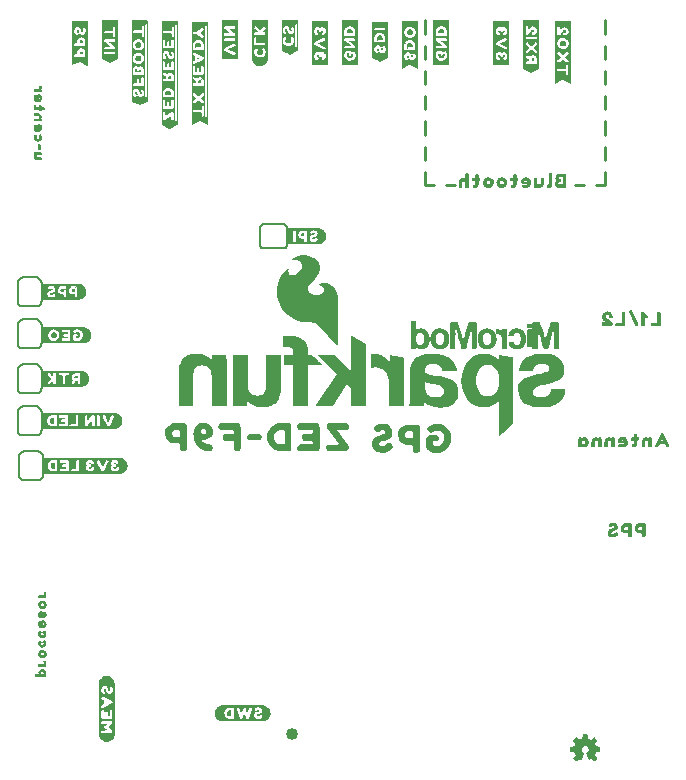
<source format=gbo>
G04 EAGLE Gerber RS-274X export*
G75*
%MOMM*%
%FSLAX34Y34*%
%LPD*%
%INSilkscreen Bottom*%
%IPPOS*%
%AMOC8*
5,1,8,0,0,1.08239X$1,22.5*%
G01*
%ADD10C,1.016000*%
%ADD11C,0.254000*%
%ADD12C,0.203200*%
%ADD13C,0.152400*%

G36*
X281435Y359472D02*
X281435Y359472D01*
X281461Y359473D01*
X281515Y359503D01*
X281573Y359525D01*
X281590Y359544D01*
X281613Y359556D01*
X281648Y359607D01*
X281690Y359652D01*
X281698Y359677D01*
X281713Y359698D01*
X281729Y359782D01*
X281740Y359818D01*
X281738Y359828D01*
X281740Y359840D01*
X281740Y401140D01*
X281734Y401165D01*
X281735Y401200D01*
X281335Y403700D01*
X281328Y403719D01*
X281326Y403744D01*
X280726Y405844D01*
X280710Y405873D01*
X280696Y405918D01*
X279796Y407618D01*
X279774Y407643D01*
X279750Y407686D01*
X278650Y408986D01*
X278633Y408998D01*
X278617Y409020D01*
X277417Y410120D01*
X277393Y410134D01*
X277366Y410160D01*
X275966Y411060D01*
X275948Y411066D01*
X275930Y411080D01*
X274530Y411780D01*
X274504Y411786D01*
X274473Y411803D01*
X272873Y412303D01*
X272845Y412305D01*
X272807Y412317D01*
X271207Y412517D01*
X271198Y412516D01*
X271187Y412519D01*
X269787Y412619D01*
X269762Y412615D01*
X269728Y412619D01*
X268528Y412519D01*
X268510Y412513D01*
X268485Y412513D01*
X267485Y412313D01*
X267478Y412309D01*
X267468Y412309D01*
X266677Y412111D01*
X266185Y412013D01*
X266151Y411997D01*
X266090Y411980D01*
X265919Y411895D01*
X265890Y411880D01*
X265825Y411826D01*
X265759Y411772D01*
X265758Y411770D01*
X265757Y411769D01*
X265723Y411693D01*
X265687Y411614D01*
X265687Y411612D01*
X265686Y411611D01*
X265690Y411526D01*
X265693Y411441D01*
X265694Y411439D01*
X265694Y411438D01*
X265735Y411362D01*
X265775Y411288D01*
X265776Y411287D01*
X265777Y411286D01*
X265787Y411279D01*
X265890Y411200D01*
X266090Y411100D01*
X266123Y411092D01*
X266168Y411071D01*
X266513Y410985D01*
X266964Y410714D01*
X266986Y410707D01*
X267010Y410691D01*
X267672Y410407D01*
X269013Y409449D01*
X269569Y408894D01*
X270017Y408265D01*
X270280Y407478D01*
X270280Y406596D01*
X270009Y405695D01*
X269452Y404766D01*
X268703Y403923D01*
X267667Y403170D01*
X266433Y402600D01*
X264913Y402220D01*
X262619Y402220D01*
X260519Y402888D01*
X258809Y403934D01*
X257599Y405330D01*
X257043Y407090D01*
X257137Y409060D01*
X257990Y411240D01*
X259938Y413480D01*
X262429Y415971D01*
X262440Y415990D01*
X262461Y416008D01*
X264461Y418608D01*
X264472Y418632D01*
X264495Y418660D01*
X265895Y421260D01*
X265904Y421295D01*
X265928Y421345D01*
X266628Y424045D01*
X266629Y424082D01*
X266640Y424140D01*
X266640Y426640D01*
X266631Y426678D01*
X266622Y426756D01*
X265822Y429256D01*
X265802Y429289D01*
X265770Y429360D01*
X264070Y431760D01*
X264043Y431784D01*
X264006Y431830D01*
X261406Y434030D01*
X261374Y434047D01*
X261330Y434080D01*
X257930Y435780D01*
X257894Y435789D01*
X257839Y435812D01*
X254539Y436512D01*
X254503Y436511D01*
X254447Y436520D01*
X251447Y436420D01*
X251415Y436411D01*
X251365Y436408D01*
X248665Y435708D01*
X248647Y435699D01*
X248621Y435694D01*
X246321Y434794D01*
X246303Y434781D01*
X246275Y434772D01*
X244475Y433772D01*
X244460Y433759D01*
X244436Y433748D01*
X243336Y432948D01*
X243335Y432946D01*
X243332Y432944D01*
X242932Y432644D01*
X242898Y432604D01*
X242858Y432571D01*
X242843Y432538D01*
X242821Y432511D01*
X242808Y432460D01*
X242787Y432412D01*
X242788Y432377D01*
X242780Y432343D01*
X242791Y432292D01*
X242793Y432239D01*
X242810Y432208D01*
X242818Y432174D01*
X242851Y432133D01*
X242876Y432087D01*
X242905Y432067D01*
X242927Y432039D01*
X242975Y432018D01*
X243018Y431987D01*
X243058Y431980D01*
X243085Y431967D01*
X243116Y431968D01*
X243160Y431960D01*
X243360Y431960D01*
X243386Y431966D01*
X243423Y431965D01*
X244012Y432063D01*
X244881Y432160D01*
X245929Y432160D01*
X247086Y431967D01*
X248318Y431682D01*
X249434Y431032D01*
X250498Y430065D01*
X251148Y429415D01*
X251508Y428694D01*
X251787Y427858D01*
X251877Y427040D01*
X251786Y426216D01*
X251505Y425281D01*
X251038Y424346D01*
X250269Y423385D01*
X249490Y422508D01*
X248514Y421630D01*
X247544Y420854D01*
X246385Y420178D01*
X245316Y419692D01*
X244260Y419308D01*
X243226Y419120D01*
X242427Y419120D01*
X241457Y419473D01*
X240767Y420077D01*
X240421Y420768D01*
X240236Y421602D01*
X240140Y422461D01*
X240140Y423202D01*
X240223Y423616D01*
X240300Y423770D01*
X240304Y423785D01*
X240313Y423798D01*
X240339Y423932D01*
X240340Y423939D01*
X240340Y423940D01*
X240340Y424040D01*
X240326Y424101D01*
X240320Y424164D01*
X240306Y424185D01*
X240301Y424209D01*
X240261Y424257D01*
X240227Y424310D01*
X240206Y424323D01*
X240191Y424342D01*
X240133Y424368D01*
X240080Y424401D01*
X240055Y424403D01*
X240032Y424413D01*
X239970Y424411D01*
X239907Y424417D01*
X239881Y424408D01*
X239859Y424407D01*
X239826Y424389D01*
X239770Y424369D01*
X237170Y422869D01*
X237141Y422843D01*
X237081Y422798D01*
X234681Y420198D01*
X234663Y420168D01*
X234654Y420157D01*
X234646Y420150D01*
X234643Y420144D01*
X234630Y420129D01*
X232630Y416629D01*
X232622Y416603D01*
X232604Y416573D01*
X231004Y412273D01*
X230999Y412240D01*
X230984Y412195D01*
X230284Y407395D01*
X230286Y407363D01*
X230280Y407319D01*
X230580Y402019D01*
X230590Y401987D01*
X230593Y401940D01*
X232093Y396440D01*
X232109Y396410D01*
X232124Y396363D01*
X235024Y390863D01*
X235044Y390839D01*
X235064Y390801D01*
X237164Y388201D01*
X237176Y388192D01*
X237185Y388177D01*
X239485Y385777D01*
X239501Y385767D01*
X239515Y385749D01*
X242015Y383649D01*
X242038Y383638D01*
X242063Y383615D01*
X244863Y381915D01*
X244882Y381909D01*
X244904Y381893D01*
X248004Y380493D01*
X248029Y380488D01*
X248060Y380473D01*
X251360Y379573D01*
X251385Y379572D01*
X251417Y379562D01*
X254917Y379162D01*
X254936Y379164D01*
X254960Y379160D01*
X258850Y379160D01*
X260708Y379062D01*
X262441Y378677D01*
X263969Y378008D01*
X265417Y376947D01*
X266891Y375571D01*
X268480Y373883D01*
X270177Y371986D01*
X270178Y371985D01*
X272078Y369885D01*
X272081Y369883D01*
X272084Y369879D01*
X273880Y367983D01*
X275577Y366086D01*
X277070Y364394D01*
X278365Y362800D01*
X278374Y362794D01*
X278381Y362782D01*
X279571Y361492D01*
X280356Y360511D01*
X280851Y359819D01*
X280871Y359801D01*
X280891Y359771D01*
X281091Y359571D01*
X281113Y359558D01*
X281129Y359538D01*
X281186Y359512D01*
X281238Y359480D01*
X281264Y359477D01*
X281288Y359467D01*
X281349Y359469D01*
X281411Y359463D01*
X281435Y359472D01*
G37*
G36*
X418486Y283070D02*
X418486Y283070D01*
X418561Y283073D01*
X418571Y283079D01*
X418583Y283080D01*
X418709Y283153D01*
X420209Y284453D01*
X420213Y284457D01*
X420219Y284461D01*
X421614Y285757D01*
X424609Y288353D01*
X424613Y288357D01*
X424619Y288361D01*
X426014Y289657D01*
X427509Y290953D01*
X427513Y290957D01*
X427519Y290961D01*
X428914Y292257D01*
X430409Y293553D01*
X430411Y293555D01*
X430413Y293556D01*
X430461Y293624D01*
X430511Y293693D01*
X430511Y293696D01*
X430513Y293698D01*
X430540Y293840D01*
X430540Y349140D01*
X430538Y349151D01*
X430540Y349162D01*
X430518Y349234D01*
X430501Y349309D01*
X430494Y349317D01*
X430491Y349328D01*
X430439Y349384D01*
X430391Y349442D01*
X430381Y349447D01*
X430373Y349455D01*
X430240Y349512D01*
X428840Y349812D01*
X428828Y349812D01*
X428814Y349816D01*
X427427Y350015D01*
X426040Y350312D01*
X426028Y350312D01*
X426014Y350316D01*
X424630Y350514D01*
X423346Y350811D01*
X423331Y350810D01*
X423314Y350816D01*
X421927Y351015D01*
X420540Y351312D01*
X420528Y351312D01*
X420514Y351316D01*
X419114Y351516D01*
X419037Y351510D01*
X418959Y351507D01*
X418951Y351502D01*
X418941Y351501D01*
X418875Y351461D01*
X418807Y351424D01*
X418802Y351416D01*
X418793Y351411D01*
X418758Y351356D01*
X418758Y351355D01*
X418757Y351354D01*
X418752Y351345D01*
X418707Y351282D01*
X418705Y351272D01*
X418701Y351265D01*
X418697Y351229D01*
X418694Y351213D01*
X418687Y351197D01*
X418687Y351179D01*
X418680Y351140D01*
X418680Y346819D01*
X418173Y347555D01*
X418161Y347567D01*
X418156Y347575D01*
X418151Y347578D01*
X418139Y347599D01*
X416839Y348999D01*
X416817Y349013D01*
X416795Y349039D01*
X415395Y350139D01*
X415372Y350150D01*
X415346Y350171D01*
X413746Y351071D01*
X413727Y351077D01*
X413705Y351092D01*
X412005Y351792D01*
X411987Y351794D01*
X411967Y351805D01*
X410267Y352305D01*
X410246Y352306D01*
X410219Y352316D01*
X408319Y352616D01*
X408302Y352614D01*
X408280Y352620D01*
X406380Y352720D01*
X406354Y352715D01*
X406320Y352718D01*
X401620Y352218D01*
X401586Y352206D01*
X401532Y352198D01*
X397632Y350798D01*
X397601Y350778D01*
X397549Y350756D01*
X394249Y348556D01*
X394226Y348532D01*
X394186Y348504D01*
X391486Y345704D01*
X391469Y345675D01*
X391451Y345656D01*
X391446Y345651D01*
X391445Y345649D01*
X391436Y345640D01*
X389336Y342240D01*
X389326Y342209D01*
X389302Y342168D01*
X387902Y338268D01*
X387900Y338246D01*
X387888Y338220D01*
X386988Y334020D01*
X386989Y333996D01*
X386981Y333966D01*
X386681Y329566D01*
X386684Y329543D01*
X386681Y329513D01*
X386981Y325313D01*
X386988Y325289D01*
X386989Y325257D01*
X387889Y321257D01*
X387892Y321249D01*
X387893Y321242D01*
X387900Y321229D01*
X387903Y321209D01*
X389303Y317409D01*
X389322Y317379D01*
X389342Y317331D01*
X391442Y314131D01*
X391462Y314113D01*
X391481Y314081D01*
X394081Y311281D01*
X394112Y311261D01*
X394151Y311222D01*
X397351Y309122D01*
X397384Y309110D01*
X397429Y309083D01*
X401229Y307683D01*
X401264Y307679D01*
X401316Y307662D01*
X405616Y307162D01*
X405649Y307166D01*
X405698Y307162D01*
X407698Y307362D01*
X407709Y307365D01*
X407723Y307365D01*
X409523Y307665D01*
X409539Y307672D01*
X409562Y307674D01*
X411362Y308174D01*
X411379Y308183D01*
X411405Y308188D01*
X413105Y308888D01*
X413125Y308903D01*
X413156Y308914D01*
X414656Y309814D01*
X414667Y309825D01*
X414685Y309833D01*
X416185Y310933D01*
X416201Y310952D01*
X416229Y310971D01*
X417529Y312271D01*
X417536Y312282D01*
X417549Y312293D01*
X418080Y312912D01*
X418080Y283440D01*
X418083Y283428D01*
X418081Y283416D01*
X418102Y283345D01*
X418119Y283271D01*
X418127Y283262D01*
X418130Y283250D01*
X418182Y283196D01*
X418229Y283138D01*
X418241Y283133D01*
X418249Y283124D01*
X418319Y283097D01*
X418388Y283067D01*
X418400Y283067D01*
X418411Y283063D01*
X418486Y283070D01*
G37*
G36*
X369271Y307062D02*
X369271Y307062D01*
X369285Y307061D01*
X372285Y307261D01*
X372299Y307265D01*
X372318Y307264D01*
X373618Y307464D01*
X373637Y307472D01*
X373664Y307474D01*
X375064Y307874D01*
X375071Y307878D01*
X375080Y307879D01*
X376280Y308279D01*
X376300Y308292D01*
X376330Y308300D01*
X376971Y308620D01*
X377530Y308900D01*
X377535Y308904D01*
X377542Y308906D01*
X378642Y309506D01*
X378651Y309514D01*
X378664Y309519D01*
X379764Y310219D01*
X379788Y310243D01*
X379829Y310271D01*
X380729Y311171D01*
X380734Y311180D01*
X380744Y311187D01*
X381544Y312087D01*
X381554Y312105D01*
X381572Y312122D01*
X382272Y313122D01*
X382281Y313145D01*
X382300Y313170D01*
X382900Y314370D01*
X382903Y314381D01*
X382911Y314394D01*
X383411Y315594D01*
X383416Y315623D01*
X383432Y315660D01*
X383732Y317060D01*
X383732Y317063D01*
X383733Y317065D01*
X384033Y318565D01*
X384032Y318597D01*
X384040Y318640D01*
X384040Y320140D01*
X384037Y320155D01*
X384039Y320174D01*
X383739Y323474D01*
X383730Y323501D01*
X383729Y323511D01*
X383726Y323517D01*
X383721Y323560D01*
X382821Y326260D01*
X382800Y326294D01*
X382769Y326361D01*
X381269Y328461D01*
X381243Y328484D01*
X381213Y328524D01*
X379413Y330124D01*
X379382Y330141D01*
X379342Y330174D01*
X377142Y331374D01*
X377120Y331380D01*
X377094Y331396D01*
X374694Y332296D01*
X374679Y332298D01*
X374663Y332306D01*
X372163Y333006D01*
X372142Y333007D01*
X372116Y333016D01*
X369417Y333416D01*
X366818Y333816D01*
X366811Y333815D01*
X366804Y333818D01*
X364204Y334118D01*
X361828Y334415D01*
X359768Y334905D01*
X358119Y335487D01*
X356827Y336226D01*
X356126Y337276D01*
X355940Y338764D01*
X355940Y339613D01*
X356033Y340261D01*
X356405Y341562D01*
X356757Y342002D01*
X356767Y342023D01*
X356786Y342044D01*
X357051Y342486D01*
X357478Y342827D01*
X358420Y343392D01*
X359548Y343768D01*
X361587Y344060D01*
X363836Y344060D01*
X364609Y343963D01*
X365281Y343867D01*
X366647Y343477D01*
X367214Y343288D01*
X367754Y343018D01*
X368689Y342269D01*
X369047Y341822D01*
X369334Y341344D01*
X369340Y341338D01*
X369344Y341329D01*
X369715Y340772D01*
X369897Y340227D01*
X370093Y339542D01*
X370286Y338770D01*
X370383Y337993D01*
X370392Y337967D01*
X370393Y337939D01*
X370422Y337887D01*
X370443Y337830D01*
X370463Y337811D01*
X370476Y337787D01*
X370525Y337753D01*
X370569Y337711D01*
X370595Y337703D01*
X370618Y337687D01*
X370698Y337672D01*
X370734Y337661D01*
X370746Y337663D01*
X370760Y337660D01*
X382360Y337660D01*
X382429Y337676D01*
X382499Y337686D01*
X382512Y337695D01*
X382529Y337699D01*
X382583Y337744D01*
X382641Y337784D01*
X382649Y337799D01*
X382662Y337809D01*
X382691Y337874D01*
X382726Y337935D01*
X382727Y337954D01*
X382733Y337968D01*
X382732Y338007D01*
X382738Y338080D01*
X382538Y339980D01*
X382532Y339998D01*
X382531Y340023D01*
X382131Y341823D01*
X382121Y341843D01*
X382116Y341874D01*
X381516Y343474D01*
X381504Y343492D01*
X381496Y343519D01*
X380696Y345019D01*
X380678Y345039D01*
X380661Y345072D01*
X379661Y346372D01*
X379645Y346386D01*
X379629Y346409D01*
X378529Y347509D01*
X378522Y347513D01*
X378517Y347520D01*
X377317Y348620D01*
X377290Y348635D01*
X377259Y348664D01*
X375959Y349464D01*
X375949Y349467D01*
X375939Y349476D01*
X374439Y350276D01*
X374421Y350280D01*
X374401Y350293D01*
X372901Y350893D01*
X372897Y350894D01*
X372894Y350896D01*
X371294Y351496D01*
X371272Y351499D01*
X371247Y351510D01*
X369547Y351910D01*
X369537Y351910D01*
X369526Y351914D01*
X367826Y352214D01*
X367816Y352214D01*
X367804Y352218D01*
X366104Y352418D01*
X366094Y352416D01*
X366081Y352420D01*
X362481Y352620D01*
X362472Y352618D01*
X362460Y352620D01*
X360860Y352620D01*
X360849Y352618D01*
X360836Y352620D01*
X359236Y352520D01*
X359227Y352517D01*
X359216Y352518D01*
X357516Y352318D01*
X357514Y352317D01*
X357513Y352317D01*
X355913Y352117D01*
X355903Y352114D01*
X355890Y352114D01*
X354290Y351814D01*
X354278Y351809D01*
X354262Y351807D01*
X352762Y351407D01*
X352753Y351402D01*
X352740Y351401D01*
X351240Y350901D01*
X351228Y350893D01*
X351210Y350890D01*
X349810Y350290D01*
X349798Y350281D01*
X349780Y350275D01*
X348480Y349575D01*
X348468Y349564D01*
X348449Y349556D01*
X347249Y348756D01*
X347228Y348734D01*
X347191Y348709D01*
X346191Y347709D01*
X346182Y347695D01*
X346166Y347681D01*
X345266Y346581D01*
X345252Y346553D01*
X345225Y346520D01*
X344525Y345220D01*
X344520Y345202D01*
X344507Y345181D01*
X343907Y343681D01*
X343902Y343651D01*
X343900Y343644D01*
X343896Y343636D01*
X343896Y343635D01*
X343886Y343610D01*
X343586Y342010D01*
X343587Y341988D01*
X343580Y341961D01*
X343480Y340161D01*
X343482Y340152D01*
X343480Y340140D01*
X343480Y317367D01*
X343384Y316694D01*
X343386Y316670D01*
X343380Y316640D01*
X343380Y314567D01*
X343184Y313197D01*
X342886Y311409D01*
X342694Y310449D01*
X342507Y309981D01*
X342503Y309952D01*
X342487Y309915D01*
X342397Y309464D01*
X342231Y309131D01*
X342044Y308851D01*
X342017Y308781D01*
X341987Y308712D01*
X341987Y308700D01*
X341983Y308689D01*
X341990Y308614D01*
X341993Y308539D01*
X341999Y308529D01*
X342000Y308516D01*
X342040Y308453D01*
X342076Y308387D01*
X342086Y308380D01*
X342093Y308370D01*
X342157Y308330D01*
X342218Y308287D01*
X342231Y308285D01*
X342240Y308279D01*
X342278Y308276D01*
X342360Y308260D01*
X354160Y308260D01*
X354209Y308271D01*
X354259Y308273D01*
X354292Y308291D01*
X354329Y308299D01*
X354368Y308331D01*
X354412Y308355D01*
X354438Y308390D01*
X354462Y308409D01*
X354475Y308437D01*
X354500Y308470D01*
X354600Y308670D01*
X354606Y308693D01*
X354621Y308720D01*
X354712Y308994D01*
X354800Y309170D01*
X354806Y309193D01*
X354821Y309220D01*
X355021Y309820D01*
X355024Y309857D01*
X355040Y309940D01*
X355040Y310078D01*
X355121Y310320D01*
X355124Y310357D01*
X355140Y310440D01*
X355140Y310578D01*
X355221Y310820D01*
X355224Y310857D01*
X355240Y310940D01*
X355240Y311378D01*
X355321Y311620D01*
X355324Y311657D01*
X355340Y311740D01*
X355340Y311822D01*
X355391Y311771D01*
X355411Y311759D01*
X355432Y311736D01*
X357032Y310536D01*
X357045Y310530D01*
X357058Y310518D01*
X358658Y309518D01*
X358667Y309515D01*
X358675Y309508D01*
X359575Y309008D01*
X359598Y309001D01*
X359616Y308989D01*
X359627Y308986D01*
X359640Y308979D01*
X360523Y308685D01*
X361406Y308293D01*
X361422Y308289D01*
X361440Y308279D01*
X362340Y307979D01*
X362357Y307978D01*
X362378Y307969D01*
X363278Y307769D01*
X363281Y307769D01*
X363285Y307767D01*
X365285Y307367D01*
X365300Y307368D01*
X365318Y307362D01*
X366218Y307262D01*
X366220Y307262D01*
X366222Y307262D01*
X368222Y307062D01*
X368239Y307064D01*
X368260Y307060D01*
X369260Y307060D01*
X369271Y307062D01*
G37*
G36*
X277693Y308368D02*
X277693Y308368D01*
X277727Y308366D01*
X277776Y308387D01*
X277829Y308399D01*
X277855Y308421D01*
X277886Y308434D01*
X277932Y308485D01*
X277962Y308509D01*
X277969Y308525D01*
X277984Y308541D01*
X289338Y327040D01*
X293380Y323177D01*
X293380Y308740D01*
X293391Y308690D01*
X293393Y308639D01*
X293411Y308607D01*
X293419Y308571D01*
X293452Y308532D01*
X293476Y308487D01*
X293506Y308466D01*
X293529Y308438D01*
X293576Y308417D01*
X293618Y308387D01*
X293660Y308379D01*
X293688Y308367D01*
X293718Y308368D01*
X293760Y308360D01*
X305460Y308360D01*
X305510Y308371D01*
X305561Y308373D01*
X305593Y308391D01*
X305629Y308399D01*
X305668Y308432D01*
X305713Y308456D01*
X305734Y308486D01*
X305762Y308509D01*
X305783Y308556D01*
X305813Y308598D01*
X305821Y308640D01*
X305833Y308668D01*
X305832Y308698D01*
X305840Y308740D01*
X305840Y360940D01*
X305830Y360982D01*
X305831Y361026D01*
X305811Y361065D01*
X305801Y361109D01*
X305773Y361142D01*
X305754Y361181D01*
X305713Y361215D01*
X305691Y361242D01*
X305668Y361253D01*
X305642Y361274D01*
X293942Y367674D01*
X293886Y367689D01*
X293832Y367713D01*
X293803Y367712D01*
X293776Y367720D01*
X293718Y367709D01*
X293659Y367707D01*
X293634Y367693D01*
X293605Y367687D01*
X293559Y367652D01*
X293507Y367624D01*
X293490Y367600D01*
X293467Y367583D01*
X293441Y367530D01*
X293407Y367482D01*
X293401Y367450D01*
X293390Y367428D01*
X293390Y367392D01*
X293380Y367340D01*
X293380Y336785D01*
X279334Y351403D01*
X279267Y351447D01*
X279202Y351493D01*
X279194Y351494D01*
X279189Y351498D01*
X279156Y351502D01*
X279060Y351520D01*
X265360Y351520D01*
X265333Y351514D01*
X265304Y351516D01*
X265249Y351494D01*
X265191Y351481D01*
X265170Y351463D01*
X265143Y351452D01*
X265104Y351408D01*
X265058Y351371D01*
X265046Y351345D01*
X265027Y351324D01*
X265011Y351267D01*
X264987Y351212D01*
X264988Y351184D01*
X264980Y351157D01*
X264991Y351099D01*
X264993Y351039D01*
X265007Y351015D01*
X265012Y350987D01*
X265058Y350921D01*
X265076Y350887D01*
X265086Y350880D01*
X265095Y350868D01*
X280869Y335488D01*
X263243Y308950D01*
X263217Y308880D01*
X263187Y308812D01*
X263187Y308800D01*
X263183Y308788D01*
X263190Y308714D01*
X263193Y308639D01*
X263199Y308628D01*
X263201Y308616D01*
X263240Y308553D01*
X263276Y308487D01*
X263286Y308480D01*
X263293Y308469D01*
X263357Y308430D01*
X263418Y308387D01*
X263431Y308385D01*
X263441Y308379D01*
X263479Y308375D01*
X263560Y308360D01*
X277660Y308360D01*
X277693Y308368D01*
G37*
G36*
X139911Y543111D02*
X139911Y543111D01*
X139922Y543106D01*
X145922Y546106D01*
X145924Y546110D01*
X145927Y546109D01*
X146527Y546509D01*
X146533Y546526D01*
X146545Y546535D01*
X146539Y546542D01*
X146549Y546550D01*
X146549Y634450D01*
X146520Y634488D01*
X146518Y634496D01*
X146018Y634696D01*
X146005Y634692D01*
X146000Y634699D01*
X133100Y634699D01*
X133062Y634670D01*
X133054Y634668D01*
X132854Y634168D01*
X132858Y634155D01*
X132851Y634150D01*
X132851Y546750D01*
X132864Y546732D01*
X132861Y546720D01*
X133161Y546320D01*
X133176Y546316D01*
X133178Y546306D01*
X139278Y543206D01*
X139288Y543208D01*
X139292Y543201D01*
X139892Y543101D01*
X139911Y543111D01*
G37*
G36*
X159310Y308371D02*
X159310Y308371D01*
X159361Y308373D01*
X159393Y308391D01*
X159429Y308399D01*
X159468Y308432D01*
X159513Y308456D01*
X159534Y308486D01*
X159562Y308509D01*
X159583Y308556D01*
X159613Y308598D01*
X159621Y308640D01*
X159633Y308668D01*
X159632Y308698D01*
X159640Y308740D01*
X159640Y332732D01*
X159739Y335105D01*
X160033Y337162D01*
X160518Y338908D01*
X161176Y340319D01*
X162197Y341340D01*
X163422Y342093D01*
X164841Y342566D01*
X166663Y342758D01*
X168794Y342564D01*
X170616Y342085D01*
X172121Y341238D01*
X173256Y340008D01*
X174209Y338484D01*
X174788Y336459D01*
X175182Y333898D01*
X175380Y330927D01*
X175380Y308740D01*
X175391Y308690D01*
X175393Y308639D01*
X175411Y308607D01*
X175419Y308571D01*
X175452Y308532D01*
X175476Y308487D01*
X175506Y308466D01*
X175529Y308438D01*
X175576Y308417D01*
X175618Y308387D01*
X175660Y308379D01*
X175688Y308367D01*
X175718Y308368D01*
X175760Y308360D01*
X187360Y308360D01*
X187410Y308371D01*
X187461Y308373D01*
X187493Y308391D01*
X187529Y308399D01*
X187568Y308432D01*
X187613Y308456D01*
X187634Y308486D01*
X187662Y308509D01*
X187683Y308556D01*
X187713Y308598D01*
X187721Y308640D01*
X187733Y308668D01*
X187732Y308698D01*
X187740Y308740D01*
X187740Y345840D01*
X187740Y345843D01*
X187740Y345847D01*
X187640Y351147D01*
X187629Y351193D01*
X187627Y351241D01*
X187607Y351276D01*
X187598Y351315D01*
X187567Y351351D01*
X187544Y351393D01*
X187511Y351416D01*
X187485Y351447D01*
X187441Y351465D01*
X187402Y351493D01*
X187356Y351502D01*
X187325Y351515D01*
X187297Y351513D01*
X187260Y351520D01*
X176160Y351520D01*
X176110Y351509D01*
X176059Y351507D01*
X176027Y351489D01*
X175991Y351481D01*
X175952Y351448D01*
X175907Y351424D01*
X175886Y351394D01*
X175858Y351371D01*
X175837Y351324D01*
X175807Y351282D01*
X175799Y351240D01*
X175787Y351212D01*
X175788Y351182D01*
X175780Y351140D01*
X175780Y346296D01*
X175171Y347159D01*
X175154Y347174D01*
X175138Y347199D01*
X173738Y348699D01*
X173718Y348713D01*
X173698Y348737D01*
X172198Y349937D01*
X172176Y349947D01*
X172153Y349968D01*
X170453Y350968D01*
X170430Y350975D01*
X170405Y350992D01*
X168705Y351692D01*
X168685Y351695D01*
X168662Y351706D01*
X166862Y352206D01*
X166853Y352207D01*
X166843Y352211D01*
X165043Y352611D01*
X165015Y352611D01*
X164980Y352620D01*
X163080Y352720D01*
X163056Y352715D01*
X163024Y352719D01*
X158824Y352319D01*
X158799Y352310D01*
X158763Y352308D01*
X155363Y351408D01*
X155330Y351390D01*
X155275Y351372D01*
X152575Y349872D01*
X152548Y349847D01*
X152498Y349815D01*
X150398Y347815D01*
X150377Y347783D01*
X150364Y347768D01*
X150350Y347756D01*
X150344Y347744D01*
X150325Y347720D01*
X148925Y345120D01*
X148918Y345095D01*
X148901Y345064D01*
X147901Y342164D01*
X147898Y342134D01*
X147884Y342095D01*
X147384Y338695D01*
X147385Y338679D01*
X147380Y338660D01*
X147180Y334860D01*
X147182Y334851D01*
X147180Y334840D01*
X147180Y308740D01*
X147191Y308690D01*
X147193Y308639D01*
X147211Y308607D01*
X147219Y308571D01*
X147252Y308532D01*
X147276Y308487D01*
X147306Y308466D01*
X147329Y308438D01*
X147376Y308417D01*
X147418Y308387D01*
X147460Y308379D01*
X147488Y308367D01*
X147518Y308368D01*
X147560Y308360D01*
X159260Y308360D01*
X159310Y308371D01*
G37*
G36*
X217864Y307165D02*
X217864Y307165D01*
X217896Y307161D01*
X222096Y307561D01*
X222121Y307570D01*
X222157Y307572D01*
X225557Y308472D01*
X225590Y308490D01*
X225645Y308508D01*
X228345Y310008D01*
X228372Y310033D01*
X228422Y310065D01*
X230522Y312065D01*
X230544Y312097D01*
X230589Y312150D01*
X232089Y314750D01*
X232100Y314784D01*
X232124Y314831D01*
X233024Y317831D01*
X233026Y317854D01*
X233036Y317883D01*
X233536Y321183D01*
X233535Y321200D01*
X233540Y321220D01*
X233740Y325020D01*
X233738Y325029D01*
X233740Y325040D01*
X233740Y351140D01*
X233729Y351190D01*
X233727Y351241D01*
X233709Y351273D01*
X233701Y351309D01*
X233668Y351348D01*
X233644Y351393D01*
X233614Y351414D01*
X233591Y351442D01*
X233544Y351463D01*
X233502Y351493D01*
X233460Y351501D01*
X233432Y351513D01*
X233402Y351512D01*
X233360Y351520D01*
X221760Y351520D01*
X221710Y351509D01*
X221659Y351507D01*
X221627Y351489D01*
X221591Y351481D01*
X221552Y351448D01*
X221507Y351424D01*
X221486Y351394D01*
X221458Y351371D01*
X221437Y351324D01*
X221407Y351282D01*
X221399Y351240D01*
X221387Y351212D01*
X221388Y351182D01*
X221380Y351140D01*
X221380Y327255D01*
X221182Y324782D01*
X220887Y322718D01*
X220402Y320972D01*
X219740Y319553D01*
X218815Y318536D01*
X217601Y317789D01*
X216083Y317314D01*
X214257Y317122D01*
X212126Y317316D01*
X210304Y317795D01*
X208799Y318642D01*
X207664Y319872D01*
X206711Y321396D01*
X206132Y323421D01*
X205739Y325976D01*
X205640Y328946D01*
X205640Y351140D01*
X205629Y351190D01*
X205627Y351241D01*
X205609Y351273D01*
X205601Y351309D01*
X205568Y351348D01*
X205544Y351393D01*
X205514Y351414D01*
X205491Y351442D01*
X205444Y351463D01*
X205402Y351493D01*
X205360Y351501D01*
X205332Y351513D01*
X205302Y351512D01*
X205260Y351520D01*
X193560Y351520D01*
X193510Y351509D01*
X193459Y351507D01*
X193427Y351489D01*
X193391Y351481D01*
X193352Y351448D01*
X193307Y351424D01*
X193286Y351394D01*
X193258Y351371D01*
X193237Y351324D01*
X193207Y351282D01*
X193199Y351240D01*
X193187Y351212D01*
X193188Y351182D01*
X193180Y351140D01*
X193180Y314040D01*
X193181Y314037D01*
X193180Y314033D01*
X193280Y308733D01*
X193292Y308687D01*
X193293Y308639D01*
X193313Y308604D01*
X193322Y308565D01*
X193353Y308529D01*
X193376Y308487D01*
X193409Y308464D01*
X193435Y308433D01*
X193479Y308415D01*
X193518Y308387D01*
X193564Y308378D01*
X193595Y308365D01*
X193623Y308367D01*
X193660Y308360D01*
X204760Y308360D01*
X204810Y308371D01*
X204861Y308373D01*
X204893Y308391D01*
X204929Y308399D01*
X204968Y308432D01*
X205013Y308456D01*
X205034Y308486D01*
X205062Y308509D01*
X205083Y308556D01*
X205113Y308598D01*
X205121Y308640D01*
X205133Y308668D01*
X205132Y308698D01*
X205140Y308740D01*
X205140Y313584D01*
X205749Y312721D01*
X205770Y312702D01*
X205791Y312671D01*
X207191Y311271D01*
X207202Y311265D01*
X207211Y311253D01*
X208711Y309953D01*
X208742Y309936D01*
X208782Y309904D01*
X210482Y309004D01*
X210490Y309002D01*
X210498Y308996D01*
X212198Y308196D01*
X212225Y308190D01*
X212258Y308174D01*
X214058Y307674D01*
X214067Y307673D01*
X214078Y307669D01*
X215878Y307269D01*
X215905Y307269D01*
X215940Y307260D01*
X217840Y307160D01*
X217864Y307165D01*
G37*
G36*
X158407Y546484D02*
X158407Y546484D01*
X158422Y546476D01*
X165004Y549767D01*
X165581Y549574D01*
X171678Y546476D01*
X171736Y546487D01*
X171735Y546496D01*
X171744Y546498D01*
X171944Y546898D01*
X171944Y546900D01*
X171944Y546901D01*
X171943Y546902D01*
X171941Y546914D01*
X171949Y546920D01*
X171949Y553220D01*
X171913Y553267D01*
X171911Y553266D01*
X171910Y553268D01*
X171900Y553270D01*
X171907Y553271D01*
X171949Y553314D01*
X171945Y553317D01*
X171949Y553320D01*
X171949Y633120D01*
X171946Y633124D01*
X171949Y633127D01*
X171849Y633827D01*
X171806Y633869D01*
X171803Y633865D01*
X171800Y633869D01*
X159000Y633869D01*
X158996Y633866D01*
X158993Y633869D01*
X158293Y633769D01*
X158251Y633726D01*
X158255Y633723D01*
X158251Y633720D01*
X158251Y547120D01*
X158254Y547115D01*
X158251Y547112D01*
X158351Y546512D01*
X158352Y546511D01*
X158354Y546510D01*
X158395Y546471D01*
X158407Y546484D01*
G37*
G36*
X457981Y307360D02*
X457981Y307360D01*
X457999Y307366D01*
X458024Y307365D01*
X461524Y307965D01*
X461543Y307973D01*
X461570Y307976D01*
X464870Y308976D01*
X464894Y308990D01*
X464930Y309000D01*
X465131Y309100D01*
X465131Y309101D01*
X465892Y309481D01*
X466652Y309861D01*
X467413Y310241D01*
X467930Y310500D01*
X467955Y310521D01*
X467998Y310543D01*
X470498Y312543D01*
X470520Y312572D01*
X470561Y312608D01*
X472561Y315208D01*
X472576Y315241D01*
X472608Y315288D01*
X474008Y318488D01*
X474015Y318526D01*
X474037Y318592D01*
X474537Y322492D01*
X474530Y322566D01*
X474527Y322641D01*
X474521Y322652D01*
X474519Y322664D01*
X474480Y322727D01*
X474444Y322793D01*
X474434Y322800D01*
X474427Y322811D01*
X474363Y322850D01*
X474302Y322893D01*
X474289Y322895D01*
X474279Y322901D01*
X474242Y322904D01*
X474160Y322920D01*
X463160Y322920D01*
X463131Y322913D01*
X463100Y322916D01*
X463047Y322894D01*
X462991Y322881D01*
X462968Y322862D01*
X462940Y322850D01*
X462902Y322807D01*
X462858Y322771D01*
X462845Y322743D01*
X462825Y322720D01*
X462803Y322648D01*
X462787Y322612D01*
X462787Y322599D01*
X462782Y322582D01*
X462588Y320838D01*
X462026Y319525D01*
X461172Y318292D01*
X460143Y317357D01*
X459443Y317007D01*
X458814Y316692D01*
X457354Y316205D01*
X455802Y315818D01*
X454163Y315721D01*
X452904Y315818D01*
X451650Y316011D01*
X450493Y316396D01*
X449337Y316878D01*
X448317Y317527D01*
X447587Y318441D01*
X447129Y319448D01*
X446944Y320738D01*
X447122Y321895D01*
X447741Y322779D01*
X448772Y323622D01*
X450216Y324392D01*
X452084Y325080D01*
X454261Y325773D01*
X456839Y326368D01*
X459835Y326967D01*
X459841Y326970D01*
X459849Y326970D01*
X462349Y327570D01*
X462360Y327576D01*
X462376Y327578D01*
X464876Y328378D01*
X464888Y328385D01*
X464904Y328388D01*
X467104Y329288D01*
X467117Y329297D01*
X467136Y329303D01*
X469236Y330403D01*
X469264Y330427D01*
X469312Y330455D01*
X471012Y331955D01*
X471030Y331980D01*
X471062Y332009D01*
X472362Y333709D01*
X472378Y333745D01*
X472415Y333805D01*
X473215Y335905D01*
X473220Y335941D01*
X473232Y335980D01*
X473235Y335986D01*
X473235Y335989D01*
X473238Y335996D01*
X473538Y338596D01*
X473534Y338631D01*
X473538Y338681D01*
X473138Y342381D01*
X473125Y342417D01*
X473113Y342481D01*
X471913Y345481D01*
X471891Y345512D01*
X471864Y345568D01*
X470064Y347968D01*
X470034Y347993D01*
X469988Y348044D01*
X467588Y349844D01*
X467558Y349857D01*
X467520Y349885D01*
X464720Y351185D01*
X464696Y351190D01*
X464666Y351205D01*
X461566Y352105D01*
X461540Y352107D01*
X461506Y352118D01*
X458206Y352518D01*
X458195Y352516D01*
X458182Y352520D01*
X454782Y352720D01*
X454763Y352716D01*
X454738Y352720D01*
X451338Y352520D01*
X451323Y352515D01*
X451303Y352516D01*
X448003Y352016D01*
X447981Y352007D01*
X447951Y352004D01*
X444951Y351104D01*
X444930Y351092D01*
X444900Y351085D01*
X442100Y349785D01*
X442072Y349763D01*
X442026Y349739D01*
X439726Y347939D01*
X439703Y347912D01*
X439662Y347876D01*
X437762Y345476D01*
X437746Y345443D01*
X437713Y345396D01*
X436413Y342496D01*
X436406Y342461D01*
X436387Y342413D01*
X435687Y338813D01*
X435687Y338812D01*
X435692Y338681D01*
X435693Y338639D01*
X435751Y338533D01*
X435776Y338487D01*
X435823Y338454D01*
X435918Y338387D01*
X436060Y338360D01*
X447160Y338360D01*
X447187Y338366D01*
X447214Y338364D01*
X447270Y338386D01*
X447329Y338399D01*
X447350Y338417D01*
X447376Y338427D01*
X447416Y338471D01*
X447462Y338509D01*
X447474Y338535D01*
X447492Y338555D01*
X447518Y338633D01*
X447533Y338668D01*
X447533Y338679D01*
X447537Y338693D01*
X447729Y340228D01*
X448288Y341345D01*
X448940Y342277D01*
X449861Y343014D01*
X450892Y343482D01*
X452239Y343867D01*
X453600Y344062D01*
X455073Y344160D01*
X456026Y344160D01*
X457092Y343966D01*
X457107Y343967D01*
X457126Y343961D01*
X458170Y343866D01*
X459096Y343496D01*
X459940Y343027D01*
X460647Y342409D01*
X460993Y341630D01*
X461173Y340549D01*
X460905Y339299D01*
X460190Y338316D01*
X458977Y337476D01*
X457333Y336799D01*
X455365Y336208D01*
X453081Y335712D01*
X450682Y335212D01*
X450676Y335209D01*
X450668Y335209D01*
X448269Y334609D01*
X445771Y334010D01*
X445760Y334004D01*
X445744Y334002D01*
X443244Y333202D01*
X443229Y333193D01*
X443208Y333189D01*
X440908Y332189D01*
X440891Y332176D01*
X440864Y332166D01*
X438864Y330966D01*
X438843Y330946D01*
X438808Y330925D01*
X437108Y329425D01*
X437089Y329397D01*
X437052Y329363D01*
X435752Y327563D01*
X435737Y327528D01*
X435706Y327479D01*
X434806Y325179D01*
X434801Y325141D01*
X434796Y325127D01*
X434786Y325104D01*
X434786Y325095D01*
X434782Y325082D01*
X434482Y322382D01*
X434486Y322346D01*
X434483Y322290D01*
X434983Y318490D01*
X434989Y318473D01*
X434990Y318467D01*
X434996Y318456D01*
X435004Y318407D01*
X436204Y315207D01*
X436225Y315174D01*
X436253Y315116D01*
X438153Y312516D01*
X438182Y312491D01*
X438222Y312443D01*
X440722Y310443D01*
X440755Y310428D01*
X440799Y310395D01*
X443799Y308995D01*
X443821Y308991D01*
X443847Y308977D01*
X447047Y307977D01*
X447069Y307975D01*
X447096Y307965D01*
X450596Y307365D01*
X450615Y307366D01*
X450639Y307360D01*
X454239Y307160D01*
X454257Y307164D01*
X454281Y307160D01*
X457981Y307360D01*
G37*
G36*
X97242Y250987D02*
X97242Y250987D01*
X97243Y250986D01*
X98643Y251186D01*
X98645Y251188D01*
X98648Y251187D01*
X99247Y251387D01*
X99947Y251587D01*
X99948Y251589D01*
X99951Y251588D01*
X100551Y251888D01*
X100552Y251890D01*
X100553Y251890D01*
X101153Y252290D01*
X101154Y252291D01*
X101155Y252291D01*
X102155Y253091D01*
X102156Y253096D01*
X102160Y253097D01*
X102560Y253696D01*
X102959Y254195D01*
X102959Y254198D01*
X102962Y254199D01*
X103562Y255399D01*
X103561Y255402D01*
X103563Y255403D01*
X103763Y256103D01*
X103762Y256105D01*
X103764Y256106D01*
X103767Y256124D01*
X103779Y256196D01*
X103791Y256269D01*
X103803Y256342D01*
X103815Y256415D01*
X103827Y256487D01*
X103828Y256487D01*
X103840Y256560D01*
X103852Y256633D01*
X103864Y256706D01*
X103864Y256707D01*
X103867Y256730D01*
X103881Y256827D01*
X103885Y256851D01*
X103888Y256875D01*
X103888Y256876D01*
X103892Y256900D01*
X103905Y256997D01*
X103909Y257021D01*
X103912Y257045D01*
X103916Y257069D01*
X103916Y257070D01*
X103930Y257166D01*
X103930Y257167D01*
X103933Y257191D01*
X103937Y257215D01*
X103940Y257239D01*
X103954Y257336D01*
X103957Y257360D01*
X103957Y257361D01*
X103961Y257385D01*
X103964Y257407D01*
X103963Y257408D01*
X103964Y257409D01*
X103964Y257410D01*
X103964Y258810D01*
X103961Y258814D01*
X103963Y258818D01*
X103763Y259417D01*
X103563Y260117D01*
X103563Y260118D01*
X103363Y260718D01*
X103361Y260719D01*
X103362Y260721D01*
X103062Y261321D01*
X103060Y261322D01*
X103060Y261323D01*
X102660Y261923D01*
X102657Y261924D01*
X102657Y261927D01*
X102158Y262426D01*
X101759Y262925D01*
X101754Y262926D01*
X101753Y262930D01*
X101154Y263330D01*
X100655Y263729D01*
X100652Y263729D01*
X100651Y263732D01*
X100051Y264032D01*
X100048Y264031D01*
X100047Y264033D01*
X99347Y264233D01*
X98748Y264433D01*
X98745Y264432D01*
X98743Y264434D01*
X97343Y264634D01*
X97341Y264633D01*
X97340Y264634D01*
X32140Y264634D01*
X32138Y264632D01*
X32136Y264634D01*
X31536Y264534D01*
X31519Y264513D01*
X31516Y264510D01*
X31516Y251010D01*
X31537Y250986D01*
X31539Y250987D01*
X31540Y250986D01*
X97240Y250986D01*
X97242Y250987D01*
G37*
G36*
X114816Y563163D02*
X114816Y563163D01*
X114819Y563168D01*
X114822Y563166D01*
X120822Y566166D01*
X120831Y566183D01*
X120842Y566185D01*
X121142Y566685D01*
X121142Y566689D01*
X121144Y566690D01*
X121141Y566694D01*
X121140Y566703D01*
X121149Y566710D01*
X121149Y634710D01*
X121133Y634731D01*
X121135Y634745D01*
X120735Y635145D01*
X120708Y635149D01*
X120700Y635159D01*
X107900Y635159D01*
X107879Y635143D01*
X107865Y635145D01*
X107465Y634745D01*
X107464Y634734D01*
X107461Y634731D01*
X107463Y634728D01*
X107462Y634718D01*
X107451Y634710D01*
X107451Y566310D01*
X107476Y566277D01*
X107478Y566266D01*
X108078Y565966D01*
X114178Y562966D01*
X114204Y562971D01*
X114216Y562963D01*
X114816Y563163D01*
G37*
G36*
X256510Y308371D02*
X256510Y308371D01*
X256561Y308373D01*
X256593Y308391D01*
X256629Y308399D01*
X256668Y308432D01*
X256713Y308456D01*
X256734Y308486D01*
X256762Y308509D01*
X256783Y308556D01*
X256813Y308598D01*
X256821Y308640D01*
X256833Y308668D01*
X256832Y308698D01*
X256840Y308740D01*
X256840Y342960D01*
X267960Y342960D01*
X267985Y342966D01*
X268011Y342963D01*
X268069Y342985D01*
X268129Y342999D01*
X268149Y343016D01*
X268173Y343025D01*
X268215Y343070D01*
X268262Y343109D01*
X268273Y343133D01*
X268290Y343152D01*
X268308Y343211D01*
X268333Y343268D01*
X268332Y343293D01*
X268340Y343318D01*
X268329Y343379D01*
X268327Y343441D01*
X268314Y343463D01*
X268310Y343489D01*
X268262Y343560D01*
X268244Y343593D01*
X268242Y343594D01*
X268241Y343596D01*
X268235Y343600D01*
X268229Y343609D01*
X266229Y345609D01*
X266221Y345614D01*
X266214Y345623D01*
X265222Y346516D01*
X262229Y349509D01*
X262221Y349514D01*
X262214Y349523D01*
X261222Y350416D01*
X260229Y351409D01*
X260164Y351449D01*
X260102Y351493D01*
X260090Y351495D01*
X260082Y351500D01*
X260045Y351504D01*
X259960Y351520D01*
X256840Y351520D01*
X256840Y354440D01*
X256837Y354452D01*
X256839Y354468D01*
X256639Y357168D01*
X256630Y357198D01*
X256626Y357243D01*
X256551Y357513D01*
X256444Y357893D01*
X256338Y358273D01*
X256231Y358653D01*
X256231Y358654D01*
X256125Y359034D01*
X256018Y359414D01*
X255926Y359743D01*
X255912Y359769D01*
X255900Y359810D01*
X254800Y362010D01*
X254777Y362038D01*
X254751Y362085D01*
X253151Y363985D01*
X253125Y364004D01*
X253096Y364038D01*
X251196Y365538D01*
X251162Y365554D01*
X251113Y365588D01*
X248613Y366688D01*
X248585Y366693D01*
X248549Y366710D01*
X245649Y367410D01*
X245625Y367410D01*
X245594Y367419D01*
X242294Y367719D01*
X242279Y367717D01*
X242260Y367720D01*
X241460Y367720D01*
X241440Y367716D01*
X241413Y367717D01*
X240636Y367620D01*
X239160Y367620D01*
X239140Y367616D01*
X239113Y367617D01*
X237536Y367420D01*
X236060Y367420D01*
X236010Y367409D01*
X235959Y367407D01*
X235927Y367389D01*
X235891Y367381D01*
X235852Y367348D01*
X235807Y367324D01*
X235786Y367294D01*
X235758Y367271D01*
X235737Y367224D01*
X235707Y367182D01*
X235699Y367140D01*
X235687Y367112D01*
X235688Y367082D01*
X235680Y367040D01*
X235680Y358340D01*
X235698Y358260D01*
X235715Y358180D01*
X235718Y358176D01*
X235719Y358171D01*
X235772Y358108D01*
X235822Y358044D01*
X235826Y358042D01*
X235829Y358038D01*
X235904Y358004D01*
X235978Y357969D01*
X235983Y357969D01*
X235988Y357967D01*
X236015Y357968D01*
X236123Y357965D01*
X236691Y358060D01*
X237660Y358060D01*
X237686Y358066D01*
X237723Y358065D01*
X238291Y358160D01*
X240343Y358160D01*
X241401Y358064D01*
X242252Y357875D01*
X242966Y357607D01*
X243479Y357179D01*
X243922Y356560D01*
X244193Y355835D01*
X244380Y354902D01*
X244380Y351520D01*
X236760Y351520D01*
X236710Y351509D01*
X236659Y351507D01*
X236627Y351489D01*
X236591Y351481D01*
X236552Y351448D01*
X236507Y351424D01*
X236486Y351394D01*
X236458Y351371D01*
X236437Y351324D01*
X236407Y351282D01*
X236399Y351240D01*
X236387Y351212D01*
X236388Y351182D01*
X236380Y351140D01*
X236380Y343340D01*
X236391Y343290D01*
X236393Y343239D01*
X236411Y343207D01*
X236419Y343171D01*
X236452Y343132D01*
X236476Y343087D01*
X236506Y343066D01*
X236529Y343038D01*
X236576Y343017D01*
X236618Y342987D01*
X236660Y342979D01*
X236688Y342967D01*
X236718Y342968D01*
X236760Y342960D01*
X244380Y342960D01*
X244380Y308740D01*
X244391Y308690D01*
X244393Y308639D01*
X244411Y308607D01*
X244419Y308571D01*
X244452Y308532D01*
X244476Y308487D01*
X244506Y308466D01*
X244529Y308438D01*
X244576Y308417D01*
X244618Y308387D01*
X244660Y308379D01*
X244688Y308367D01*
X244718Y308368D01*
X244760Y308360D01*
X256460Y308360D01*
X256510Y308371D01*
G37*
G36*
X93002Y289087D02*
X93002Y289087D01*
X93003Y289086D01*
X94403Y289286D01*
X94405Y289288D01*
X94408Y289287D01*
X95008Y289487D01*
X95009Y289489D01*
X95011Y289488D01*
X96211Y290088D01*
X96212Y290090D01*
X96213Y290090D01*
X96813Y290490D01*
X96814Y290491D01*
X96815Y290491D01*
X97315Y290891D01*
X97316Y290893D01*
X97317Y290893D01*
X97817Y291393D01*
X97817Y291395D01*
X97819Y291395D01*
X98219Y291895D01*
X98219Y291896D01*
X98220Y291897D01*
X98620Y292497D01*
X98620Y292499D01*
X98622Y292499D01*
X98922Y293099D01*
X98921Y293102D01*
X98923Y293102D01*
X99123Y293702D01*
X99123Y293703D01*
X99323Y294403D01*
X99322Y294405D01*
X99324Y294406D01*
X99326Y294418D01*
X99338Y294490D01*
X99350Y294563D01*
X99362Y294636D01*
X99374Y294709D01*
X99386Y294781D01*
X99387Y294781D01*
X99399Y294854D01*
X99411Y294927D01*
X99423Y295000D01*
X99424Y295006D01*
X99424Y295007D01*
X99430Y295048D01*
X99433Y295072D01*
X99433Y295073D01*
X99437Y295097D01*
X99440Y295121D01*
X99454Y295218D01*
X99458Y295242D01*
X99461Y295266D01*
X99461Y295267D01*
X99465Y295291D01*
X99478Y295388D01*
X99482Y295412D01*
X99485Y295436D01*
X99489Y295460D01*
X99489Y295461D01*
X99503Y295557D01*
X99503Y295558D01*
X99506Y295582D01*
X99510Y295606D01*
X99513Y295630D01*
X99524Y295707D01*
X99523Y295709D01*
X99524Y295710D01*
X99524Y296410D01*
X99523Y296412D01*
X99524Y296413D01*
X99424Y297113D01*
X99422Y297115D01*
X99423Y297118D01*
X99223Y297717D01*
X99023Y298417D01*
X99023Y298418D01*
X98823Y299018D01*
X98819Y299020D01*
X98820Y299023D01*
X98420Y299623D01*
X98419Y299624D01*
X98419Y299625D01*
X97619Y300625D01*
X97617Y300626D01*
X97617Y300627D01*
X97117Y301127D01*
X97114Y301127D01*
X97113Y301130D01*
X96514Y301530D01*
X96015Y301929D01*
X96009Y301929D01*
X96007Y301933D01*
X95309Y302133D01*
X94711Y302432D01*
X94706Y302430D01*
X94703Y302434D01*
X94003Y302534D01*
X93404Y302634D01*
X93403Y302634D01*
X92703Y302734D01*
X92701Y302733D01*
X92700Y302734D01*
X31100Y302734D01*
X31086Y302722D01*
X31078Y302719D01*
X30878Y302219D01*
X30880Y302213D01*
X30876Y302210D01*
X30876Y289310D01*
X30888Y289296D01*
X30891Y289288D01*
X31391Y289088D01*
X31397Y289090D01*
X31400Y289086D01*
X93000Y289086D01*
X93002Y289087D01*
G37*
G36*
X87062Y24147D02*
X87062Y24147D01*
X87063Y24146D01*
X87763Y24246D01*
X87765Y24248D01*
X87767Y24247D01*
X88467Y24447D01*
X88468Y24447D01*
X89068Y24647D01*
X89069Y24649D01*
X89071Y24648D01*
X89671Y24948D01*
X89672Y24950D01*
X89673Y24950D01*
X90273Y25350D01*
X90274Y25351D01*
X90275Y25351D01*
X90775Y25751D01*
X90776Y25753D01*
X90777Y25753D01*
X91277Y26253D01*
X91277Y26255D01*
X91279Y26255D01*
X91679Y26755D01*
X91679Y26756D01*
X91680Y26757D01*
X92080Y27356D01*
X92479Y27855D01*
X92479Y27861D01*
X92483Y27863D01*
X92683Y28563D01*
X92883Y29162D01*
X92883Y29163D01*
X93083Y29863D01*
X93083Y29865D01*
X93084Y29866D01*
X93096Y29938D01*
X93108Y30011D01*
X93120Y30084D01*
X93132Y30157D01*
X93144Y30229D01*
X93145Y30229D01*
X93157Y30302D01*
X93169Y30375D01*
X93181Y30448D01*
X93184Y30466D01*
X93182Y30468D01*
X93184Y30470D01*
X93184Y73570D01*
X93183Y73572D01*
X93184Y73573D01*
X93084Y74273D01*
X93082Y74275D01*
X93083Y74277D01*
X92883Y74977D01*
X92883Y74978D01*
X92483Y76178D01*
X92479Y76180D01*
X92480Y76183D01*
X92081Y76782D01*
X91782Y77381D01*
X91777Y77383D01*
X91777Y77387D01*
X90777Y78387D01*
X90775Y78387D01*
X90775Y78389D01*
X90275Y78789D01*
X90272Y78789D01*
X90271Y78792D01*
X88471Y79692D01*
X88468Y79691D01*
X88467Y79693D01*
X87767Y79893D01*
X87765Y79892D01*
X87763Y79894D01*
X87063Y79994D01*
X87061Y79994D01*
X87060Y79994D01*
X85760Y79994D01*
X85759Y79994D01*
X85757Y79994D01*
X85057Y79894D01*
X85055Y79892D01*
X85052Y79893D01*
X84453Y79693D01*
X83753Y79493D01*
X83752Y79491D01*
X83749Y79492D01*
X82549Y78892D01*
X82548Y78888D01*
X82545Y78889D01*
X82045Y78489D01*
X82045Y78487D01*
X82043Y78487D01*
X81043Y77487D01*
X81043Y77485D01*
X81041Y77485D01*
X80641Y76985D01*
X80641Y76982D01*
X80638Y76981D01*
X80038Y75781D01*
X80039Y75778D01*
X80038Y75778D01*
X80037Y75777D01*
X79837Y75077D01*
X79637Y74478D01*
X79638Y74475D01*
X79636Y74473D01*
X79635Y74468D01*
X79621Y74371D01*
X79618Y74346D01*
X79614Y74322D01*
X79611Y74298D01*
X79597Y74201D01*
X79594Y74177D01*
X79590Y74152D01*
X79587Y74128D01*
X79573Y74031D01*
X79569Y74007D01*
X79566Y73983D01*
X79562Y73958D01*
X79549Y73861D01*
X79545Y73837D01*
X79542Y73813D01*
X79538Y73789D01*
X79536Y73773D01*
X79537Y73771D01*
X79536Y73770D01*
X79536Y30370D01*
X79538Y30368D01*
X79536Y30366D01*
X79636Y29766D01*
X79638Y29765D01*
X79637Y29763D01*
X79837Y29063D01*
X79837Y29062D01*
X80037Y28462D01*
X80038Y28462D01*
X80038Y28460D01*
X80338Y27760D01*
X80340Y27759D01*
X80339Y27758D01*
X80639Y27258D01*
X80640Y27257D01*
X81040Y26657D01*
X81043Y26656D01*
X81043Y26653D01*
X81543Y26153D01*
X81545Y26153D01*
X81545Y26151D01*
X82044Y25752D01*
X82543Y25253D01*
X82548Y25253D01*
X82549Y25248D01*
X83749Y24648D01*
X83752Y24649D01*
X83752Y24647D01*
X84352Y24447D01*
X84353Y24447D01*
X85053Y24247D01*
X85055Y24248D01*
X85057Y24246D01*
X85757Y24146D01*
X85759Y24147D01*
X85760Y24146D01*
X87060Y24146D01*
X87062Y24147D01*
G37*
G36*
X479122Y581157D02*
X479122Y581157D01*
X479176Y581166D01*
X479173Y581184D01*
X479189Y581192D01*
X479289Y581792D01*
X479286Y581797D01*
X479289Y581800D01*
X479289Y634000D01*
X479286Y634005D01*
X479289Y634008D01*
X479189Y634608D01*
X479145Y634649D01*
X479143Y634646D01*
X479140Y634649D01*
X466240Y634649D01*
X466235Y634646D01*
X466232Y634649D01*
X465632Y634549D01*
X465591Y634505D01*
X465594Y634503D01*
X465593Y634502D01*
X465591Y634500D01*
X465591Y581700D01*
X465600Y581687D01*
X465596Y581678D01*
X465796Y581278D01*
X465849Y581252D01*
X465854Y581260D01*
X465862Y581256D01*
X471861Y584255D01*
X472538Y584546D01*
X479117Y581156D01*
X479119Y581156D01*
X479119Y581155D01*
X479122Y581157D01*
G37*
G36*
X337410Y308371D02*
X337410Y308371D01*
X337461Y308373D01*
X337493Y308391D01*
X337529Y308399D01*
X337568Y308432D01*
X337613Y308456D01*
X337634Y308486D01*
X337662Y308509D01*
X337683Y308556D01*
X337713Y308598D01*
X337721Y308640D01*
X337733Y308668D01*
X337732Y308698D01*
X337740Y308740D01*
X337740Y344140D01*
X337739Y344143D01*
X337740Y344148D01*
X337640Y349148D01*
X337638Y349155D01*
X337640Y349162D01*
X337617Y349238D01*
X337597Y349316D01*
X337593Y349321D01*
X337591Y349328D01*
X337537Y349386D01*
X337484Y349447D01*
X337478Y349450D01*
X337473Y349455D01*
X337340Y349512D01*
X335940Y349812D01*
X335928Y349812D01*
X335914Y349816D01*
X334527Y350015D01*
X333140Y350312D01*
X333130Y350312D01*
X333118Y350316D01*
X331829Y350514D01*
X330440Y350812D01*
X330428Y350812D01*
X330414Y350816D01*
X329027Y351015D01*
X327640Y351312D01*
X327628Y351312D01*
X327614Y351316D01*
X326214Y351516D01*
X326137Y351510D01*
X326059Y351507D01*
X326051Y351502D01*
X326041Y351501D01*
X325975Y351461D01*
X325907Y351424D01*
X325902Y351416D01*
X325893Y351411D01*
X325852Y351345D01*
X325807Y351282D01*
X325805Y351272D01*
X325801Y351265D01*
X325797Y351229D01*
X325780Y351140D01*
X325780Y344779D01*
X325497Y345317D01*
X325481Y345335D01*
X325468Y345363D01*
X324168Y347163D01*
X324149Y347180D01*
X324129Y347209D01*
X322629Y348709D01*
X322610Y348721D01*
X322591Y348742D01*
X320891Y350042D01*
X320875Y350049D01*
X320858Y350064D01*
X319058Y351164D01*
X319032Y351173D01*
X319001Y351193D01*
X317001Y351993D01*
X316977Y351997D01*
X316948Y352010D01*
X314848Y352510D01*
X314818Y352510D01*
X314777Y352520D01*
X312577Y352620D01*
X312570Y352618D01*
X312560Y352620D01*
X311260Y352620D01*
X311223Y352612D01*
X311140Y352601D01*
X309940Y352201D01*
X309874Y352161D01*
X309807Y352124D01*
X309801Y352115D01*
X309792Y352110D01*
X309751Y352045D01*
X309707Y351982D01*
X309705Y351971D01*
X309700Y351963D01*
X309697Y351927D01*
X309680Y351840D01*
X309680Y341040D01*
X309682Y341030D01*
X309680Y341020D01*
X309693Y340977D01*
X309693Y340961D01*
X309702Y340944D01*
X309719Y340871D01*
X309726Y340863D01*
X309729Y340853D01*
X309780Y340797D01*
X309829Y340738D01*
X309839Y340733D01*
X309846Y340726D01*
X309917Y340698D01*
X309988Y340667D01*
X309998Y340667D01*
X310008Y340663D01*
X310152Y340671D01*
X310543Y340769D01*
X311498Y340960D01*
X311960Y340960D01*
X311986Y340966D01*
X312023Y340965D01*
X312591Y341060D01*
X314241Y341060D01*
X317082Y340766D01*
X319502Y339991D01*
X321414Y338844D01*
X322852Y337214D01*
X324014Y335278D01*
X324789Y333048D01*
X325181Y330504D01*
X325280Y327833D01*
X325280Y308740D01*
X325291Y308690D01*
X325293Y308639D01*
X325311Y308607D01*
X325319Y308571D01*
X325352Y308532D01*
X325376Y308487D01*
X325406Y308466D01*
X325429Y308438D01*
X325476Y308417D01*
X325518Y308387D01*
X325560Y308379D01*
X325588Y308367D01*
X325618Y308368D01*
X325660Y308360D01*
X337360Y308360D01*
X337410Y308371D01*
G37*
G36*
X218630Y41437D02*
X218630Y41437D01*
X218631Y41436D01*
X220031Y41636D01*
X220035Y41640D01*
X220039Y41638D01*
X220637Y41938D01*
X221236Y42137D01*
X221237Y42139D01*
X221239Y42138D01*
X221839Y42438D01*
X221840Y42440D01*
X221841Y42440D01*
X222441Y42840D01*
X222442Y42843D01*
X222445Y42843D01*
X222945Y43343D01*
X222945Y43345D01*
X222947Y43345D01*
X223346Y43844D01*
X223845Y44343D01*
X223845Y44348D01*
X223850Y44349D01*
X224750Y46149D01*
X224749Y46152D01*
X224751Y46153D01*
X224951Y46853D01*
X224950Y46855D01*
X224952Y46856D01*
X224953Y46865D01*
X224965Y46937D01*
X224966Y46937D01*
X224978Y47010D01*
X224990Y47083D01*
X225002Y47156D01*
X225014Y47228D01*
X225026Y47301D01*
X225038Y47374D01*
X225050Y47447D01*
X225052Y47456D01*
X225050Y47458D01*
X225052Y47460D01*
X225052Y48860D01*
X225050Y48862D01*
X225052Y48864D01*
X224952Y49464D01*
X224950Y49465D01*
X224951Y49467D01*
X224751Y50167D01*
X224751Y50168D01*
X224551Y50768D01*
X224550Y50768D01*
X224550Y50770D01*
X224250Y51470D01*
X224248Y51471D01*
X224249Y51472D01*
X223949Y51972D01*
X223948Y51973D01*
X223548Y52573D01*
X223545Y52574D01*
X223545Y52577D01*
X223045Y53077D01*
X223043Y53077D01*
X223043Y53079D01*
X222043Y53879D01*
X222042Y53879D01*
X222041Y53880D01*
X221441Y54280D01*
X221439Y54280D01*
X221439Y54282D01*
X220839Y54582D01*
X220836Y54581D01*
X220835Y54583D01*
X220135Y54783D01*
X219536Y54983D01*
X219531Y54981D01*
X219528Y54984D01*
X218830Y54984D01*
X218232Y55084D01*
X218230Y55082D01*
X218228Y55084D01*
X184428Y55084D01*
X184426Y55083D01*
X184425Y55084D01*
X183025Y54884D01*
X183024Y54884D01*
X182424Y54784D01*
X182422Y54781D01*
X182418Y54782D01*
X181718Y54482D01*
X181718Y54481D01*
X181717Y54482D01*
X180517Y53882D01*
X180516Y53878D01*
X180513Y53879D01*
X180013Y53479D01*
X180013Y53477D01*
X180011Y53477D01*
X179511Y52977D01*
X179511Y52975D01*
X179509Y52975D01*
X178709Y51975D01*
X178709Y51974D01*
X178708Y51973D01*
X178308Y51373D01*
X178308Y51369D01*
X178305Y51368D01*
X178105Y50769D01*
X177806Y50070D01*
X177807Y50066D01*
X177804Y50064D01*
X177704Y49464D01*
X177704Y49463D01*
X177701Y49441D01*
X177697Y49417D01*
X177694Y49393D01*
X177680Y49296D01*
X177677Y49272D01*
X177673Y49247D01*
X177670Y49223D01*
X177656Y49126D01*
X177652Y49102D01*
X177649Y49078D01*
X177645Y49053D01*
X177632Y48956D01*
X177628Y48932D01*
X177625Y48908D01*
X177621Y48884D01*
X177607Y48787D01*
X177604Y48763D01*
X177604Y48762D01*
X177605Y48761D01*
X177604Y48760D01*
X177604Y47360D01*
X177607Y47356D01*
X177606Y47356D01*
X177607Y47355D01*
X177605Y47352D01*
X177805Y46753D01*
X178005Y46053D01*
X178005Y46052D01*
X178205Y45452D01*
X178207Y45451D01*
X178206Y45449D01*
X178506Y44849D01*
X178508Y44848D01*
X178508Y44847D01*
X178908Y44247D01*
X178909Y44246D01*
X178909Y44245D01*
X179309Y43745D01*
X179311Y43745D01*
X179311Y43743D01*
X179811Y43243D01*
X179813Y43243D01*
X179813Y43241D01*
X180313Y42841D01*
X180314Y42841D01*
X180315Y42840D01*
X180915Y42440D01*
X180917Y42440D01*
X180917Y42438D01*
X182117Y41838D01*
X182120Y41839D01*
X182120Y41837D01*
X182720Y41637D01*
X182723Y41638D01*
X182725Y41636D01*
X184125Y41436D01*
X184127Y41437D01*
X184128Y41436D01*
X218628Y41436D01*
X218630Y41437D01*
G37*
G36*
X445780Y590642D02*
X445780Y590642D01*
X445792Y590636D01*
X452392Y593936D01*
X452401Y593955D01*
X452412Y593963D01*
X452417Y593964D01*
X452617Y594564D01*
X452613Y594575D01*
X452619Y594580D01*
X452619Y597380D01*
X452600Y597406D01*
X452600Y597419D01*
X452572Y597440D01*
X452574Y597441D01*
X452600Y597441D01*
X452600Y597446D01*
X452606Y597447D01*
X452603Y597467D01*
X452619Y597480D01*
X452619Y634680D01*
X452616Y634685D01*
X452619Y634688D01*
X452519Y635288D01*
X452475Y635329D01*
X452473Y635326D01*
X452470Y635329D01*
X438970Y635329D01*
X438923Y635293D01*
X438928Y635286D01*
X438921Y635280D01*
X438921Y594680D01*
X438924Y594676D01*
X438921Y594673D01*
X439021Y593973D01*
X439046Y593949D01*
X439048Y593936D01*
X445748Y590636D01*
X445780Y590642D01*
G37*
G36*
X66805Y361454D02*
X66805Y361454D01*
X66808Y361451D01*
X67408Y361551D01*
X68107Y361651D01*
X68111Y361655D01*
X68114Y361653D01*
X68814Y361853D01*
X68818Y361858D01*
X68822Y361856D01*
X70022Y362456D01*
X70025Y362463D01*
X70031Y362462D01*
X70529Y362860D01*
X71127Y363259D01*
X71131Y363269D01*
X71138Y363269D01*
X71537Y363767D01*
X72035Y364265D01*
X72036Y364277D01*
X72044Y364278D01*
X72944Y366078D01*
X72943Y366085D01*
X72947Y366086D01*
X72984Y366215D01*
X73026Y366362D01*
X73040Y366412D01*
X73082Y366559D01*
X73083Y366559D01*
X73082Y366559D01*
X73125Y366707D01*
X73139Y366756D01*
X73147Y366786D01*
X73146Y366790D01*
X73149Y366792D01*
X73249Y367392D01*
X73248Y367393D01*
X73249Y367393D01*
X73349Y368093D01*
X73344Y368102D01*
X73349Y368107D01*
X73249Y368803D01*
X73249Y369500D01*
X73242Y369509D01*
X73247Y369516D01*
X73047Y370115D01*
X72847Y370814D01*
X72842Y370818D01*
X72844Y370822D01*
X72244Y372022D01*
X72237Y372025D01*
X72238Y372031D01*
X71838Y372531D01*
X71834Y372532D01*
X71835Y372535D01*
X70835Y373535D01*
X70831Y373535D01*
X70831Y373538D01*
X70331Y373938D01*
X70327Y373939D01*
X70327Y373941D01*
X69727Y374341D01*
X69718Y374340D01*
X69716Y374347D01*
X69119Y374546D01*
X68522Y374844D01*
X68511Y374842D01*
X68507Y374849D01*
X67807Y374949D01*
X67108Y375049D01*
X66508Y375149D01*
X66503Y375146D01*
X66500Y375149D01*
X31900Y375149D01*
X31862Y375120D01*
X31854Y375118D01*
X31654Y374618D01*
X31655Y374616D01*
X31653Y374614D01*
X31657Y374608D01*
X31658Y374605D01*
X31651Y374600D01*
X31651Y361700D01*
X31680Y361662D01*
X31682Y361654D01*
X32182Y361454D01*
X32195Y361458D01*
X32200Y361451D01*
X66800Y361451D01*
X66805Y361454D01*
G37*
G36*
X349582Y593807D02*
X349582Y593807D01*
X349636Y593817D01*
X349633Y593834D01*
X349649Y593842D01*
X349749Y594442D01*
X349746Y594447D01*
X349749Y594450D01*
X349749Y600550D01*
X349729Y600576D01*
X349729Y600590D01*
X349701Y600611D01*
X349731Y600612D01*
X349730Y600636D01*
X349749Y600650D01*
X349749Y634450D01*
X349720Y634488D01*
X349718Y634496D01*
X349218Y634696D01*
X349205Y634692D01*
X349200Y634699D01*
X336400Y634699D01*
X336374Y634680D01*
X336361Y634680D01*
X336061Y634280D01*
X336061Y634258D01*
X336051Y634250D01*
X336051Y594350D01*
X336060Y594337D01*
X336056Y594328D01*
X336256Y593928D01*
X336309Y593902D01*
X336314Y593910D01*
X336322Y593906D01*
X342322Y596906D01*
X342900Y597195D01*
X349578Y593806D01*
X349579Y593806D01*
X349579Y593805D01*
X349582Y593807D01*
G37*
G36*
X64934Y324624D02*
X64934Y324624D01*
X64937Y324621D01*
X65637Y324721D01*
X65642Y324726D01*
X65646Y324723D01*
X66245Y324923D01*
X66944Y325123D01*
X66945Y325124D01*
X66946Y325123D01*
X67546Y325323D01*
X67551Y325331D01*
X67557Y325329D01*
X68757Y326129D01*
X68758Y326132D01*
X68761Y326132D01*
X69261Y326532D01*
X69263Y326539D01*
X69268Y326539D01*
X70068Y327539D01*
X70069Y327543D01*
X70071Y327543D01*
X70471Y328143D01*
X70471Y328147D01*
X70474Y328148D01*
X70774Y328748D01*
X70773Y328755D01*
X70777Y328756D01*
X70788Y328794D01*
X70830Y328941D01*
X70844Y328991D01*
X70886Y329138D01*
X70887Y329138D01*
X70886Y329138D01*
X70929Y329286D01*
X70943Y329335D01*
X70977Y329455D01*
X71177Y330054D01*
X71175Y330061D01*
X71179Y330063D01*
X71279Y330763D01*
X71276Y330768D01*
X71279Y330770D01*
X71279Y332070D01*
X71276Y332074D01*
X71279Y332077D01*
X71179Y332777D01*
X71175Y332781D01*
X71177Y332784D01*
X70977Y333484D01*
X70976Y333485D01*
X70977Y333486D01*
X70777Y334086D01*
X70772Y334089D01*
X70774Y334092D01*
X70174Y335292D01*
X70167Y335295D01*
X70168Y335301D01*
X69768Y335801D01*
X69764Y335802D01*
X69765Y335805D01*
X68765Y336805D01*
X68761Y336805D01*
X68761Y336808D01*
X68261Y337208D01*
X68253Y337209D01*
X68252Y337214D01*
X67052Y337814D01*
X67045Y337813D01*
X67044Y337817D01*
X66345Y338017D01*
X65746Y338217D01*
X65739Y338215D01*
X65737Y338219D01*
X65037Y338319D01*
X65032Y338316D01*
X65030Y338319D01*
X64530Y338319D01*
X64502Y338298D01*
X64489Y338298D01*
X64471Y338271D01*
X64469Y338278D01*
X64467Y338302D01*
X64461Y338302D01*
X64458Y338311D01*
X64441Y338305D01*
X64430Y338319D01*
X31330Y338319D01*
X31287Y338287D01*
X31283Y338286D01*
X31083Y337686D01*
X31083Y337685D01*
X31087Y337675D01*
X31081Y337670D01*
X31081Y324770D01*
X31117Y324723D01*
X31120Y324725D01*
X31122Y324721D01*
X31722Y324621D01*
X31727Y324624D01*
X31730Y324621D01*
X64930Y324621D01*
X64934Y324624D01*
G37*
G36*
X298947Y597037D02*
X298947Y597037D01*
X298942Y597044D01*
X298949Y597050D01*
X298949Y600350D01*
X298929Y600377D01*
X298929Y600390D01*
X298900Y600411D01*
X298931Y600412D01*
X298930Y600436D01*
X298949Y600450D01*
X298949Y634250D01*
X298946Y634255D01*
X298949Y634258D01*
X298849Y634858D01*
X298805Y634899D01*
X298803Y634896D01*
X298800Y634899D01*
X285300Y634899D01*
X285253Y634863D01*
X285258Y634856D01*
X285251Y634850D01*
X285251Y597650D01*
X285254Y597645D01*
X285251Y597642D01*
X285351Y597042D01*
X285395Y597001D01*
X285398Y597004D01*
X285400Y597001D01*
X298900Y597001D01*
X298947Y597037D01*
G37*
G36*
X376417Y597037D02*
X376417Y597037D01*
X376412Y597044D01*
X376419Y597050D01*
X376419Y600350D01*
X376399Y600377D01*
X376399Y600390D01*
X376370Y600411D01*
X376401Y600412D01*
X376400Y600436D01*
X376419Y600450D01*
X376419Y634250D01*
X376416Y634255D01*
X376419Y634258D01*
X376319Y634858D01*
X376275Y634899D01*
X376273Y634896D01*
X376270Y634899D01*
X362770Y634899D01*
X362723Y634863D01*
X362728Y634856D01*
X362721Y634850D01*
X362721Y597650D01*
X362724Y597645D01*
X362721Y597642D01*
X362821Y597042D01*
X362865Y597001D01*
X362868Y597004D01*
X362870Y597001D01*
X376370Y597001D01*
X376417Y597037D01*
G37*
G36*
X273011Y597309D02*
X273011Y597309D01*
X273018Y597304D01*
X273518Y597504D01*
X273533Y597528D01*
X273540Y597534D01*
X273538Y597537D01*
X273543Y597545D01*
X273549Y597550D01*
X273549Y633950D01*
X273546Y633955D01*
X273549Y633958D01*
X273449Y634558D01*
X273405Y634599D01*
X273403Y634596D01*
X273400Y634599D01*
X260500Y634599D01*
X260495Y634596D01*
X260492Y634599D01*
X259892Y634499D01*
X259851Y634455D01*
X259854Y634453D01*
X259851Y634450D01*
X259851Y597850D01*
X259859Y597839D01*
X259854Y597832D01*
X260054Y597332D01*
X260095Y597307D01*
X260100Y597301D01*
X273000Y597301D01*
X273011Y597309D01*
G37*
G36*
X426681Y597309D02*
X426681Y597309D01*
X426688Y597304D01*
X427188Y597504D01*
X427203Y597528D01*
X427210Y597534D01*
X427208Y597537D01*
X427213Y597545D01*
X427219Y597550D01*
X427219Y633950D01*
X427216Y633955D01*
X427219Y633958D01*
X427119Y634558D01*
X427075Y634599D01*
X427073Y634596D01*
X427070Y634599D01*
X414170Y634599D01*
X414165Y634596D01*
X414162Y634599D01*
X413562Y634499D01*
X413521Y634455D01*
X413524Y634453D01*
X413521Y634450D01*
X413521Y597850D01*
X413529Y597839D01*
X413524Y597832D01*
X413724Y597332D01*
X413765Y597307D01*
X413770Y597301D01*
X426670Y597301D01*
X426681Y597309D01*
G37*
G36*
X216403Y596271D02*
X216403Y596271D01*
X217000Y596271D01*
X217008Y596277D01*
X217014Y596273D01*
X217714Y596473D01*
X217715Y596474D01*
X217716Y596473D01*
X218316Y596673D01*
X218317Y596676D01*
X218319Y596675D01*
X219019Y596975D01*
X219022Y596979D01*
X219025Y596978D01*
X219525Y597278D01*
X219526Y597279D01*
X219527Y597279D01*
X220127Y597679D01*
X220128Y597682D01*
X220131Y597682D01*
X220631Y598082D01*
X220632Y598086D01*
X220635Y598085D01*
X221135Y598585D01*
X221136Y598592D01*
X221141Y598593D01*
X221541Y599193D01*
X221541Y599195D01*
X221542Y599195D01*
X221842Y599695D01*
X221842Y599700D01*
X221845Y599701D01*
X222145Y600399D01*
X222444Y600998D01*
X222442Y601009D01*
X222449Y601013D01*
X222549Y601712D01*
X222649Y602312D01*
X222648Y602313D01*
X222649Y602313D01*
X222749Y603013D01*
X222746Y603018D01*
X222749Y603020D01*
X222749Y634220D01*
X222746Y634225D01*
X222749Y634228D01*
X222649Y634828D01*
X222605Y634869D01*
X222603Y634866D01*
X222600Y634869D01*
X209700Y634869D01*
X209691Y634862D01*
X209684Y634867D01*
X209084Y634667D01*
X209054Y634623D01*
X209051Y634620D01*
X209051Y602820D01*
X209054Y602816D01*
X209051Y602813D01*
X209251Y601413D01*
X209256Y601408D01*
X209253Y601404D01*
X209453Y600804D01*
X209456Y600803D01*
X209455Y600801D01*
X209755Y600101D01*
X209757Y600099D01*
X209756Y600098D01*
X210056Y599498D01*
X210063Y599495D01*
X210062Y599489D01*
X210862Y598489D01*
X210866Y598488D01*
X210865Y598485D01*
X211365Y597985D01*
X211369Y597985D01*
X211369Y597982D01*
X211869Y597582D01*
X211873Y597581D01*
X211873Y597579D01*
X212473Y597179D01*
X212477Y597179D01*
X212478Y597176D01*
X213678Y596576D01*
X213683Y596577D01*
X213684Y596573D01*
X214284Y596373D01*
X214291Y596375D01*
X214293Y596371D01*
X215693Y596171D01*
X215702Y596176D01*
X215707Y596171D01*
X216403Y596271D01*
G37*
G36*
X62064Y398284D02*
X62064Y398284D01*
X62067Y398281D01*
X62763Y398381D01*
X63360Y398381D01*
X63368Y398387D01*
X63374Y398383D01*
X64074Y398583D01*
X64075Y398584D01*
X64076Y398583D01*
X64676Y398783D01*
X64679Y398788D01*
X64682Y398786D01*
X65282Y399086D01*
X65284Y399090D01*
X65287Y399089D01*
X66487Y399889D01*
X66488Y399892D01*
X66491Y399892D01*
X66991Y400292D01*
X66993Y400299D01*
X66998Y400299D01*
X67398Y400799D01*
X67399Y400803D01*
X67401Y400803D01*
X67800Y401401D01*
X68198Y401899D01*
X68199Y401907D01*
X68204Y401908D01*
X68504Y402508D01*
X68503Y402515D01*
X68507Y402516D01*
X68546Y402651D01*
X68560Y402700D01*
X68602Y402848D01*
X68644Y402995D01*
X68658Y403045D01*
X68700Y403192D01*
X68701Y403192D01*
X68700Y403192D01*
X68707Y403216D01*
X68706Y403220D01*
X68709Y403222D01*
X68809Y403822D01*
X68808Y403823D01*
X68809Y403823D01*
X69009Y405223D01*
X69004Y405232D01*
X69009Y405237D01*
X68909Y405937D01*
X68908Y405938D01*
X68909Y405938D01*
X68809Y406538D01*
X68805Y406541D01*
X68807Y406544D01*
X68607Y407244D01*
X68606Y407245D01*
X68607Y407246D01*
X68407Y407846D01*
X68402Y407849D01*
X68404Y407852D01*
X68104Y408452D01*
X68100Y408454D01*
X68101Y408457D01*
X67701Y409057D01*
X67698Y409058D01*
X67698Y409061D01*
X67298Y409561D01*
X67294Y409562D01*
X67295Y409565D01*
X66295Y410565D01*
X66286Y410566D01*
X66285Y410572D01*
X65786Y410872D01*
X65187Y411271D01*
X65178Y411270D01*
X65176Y411277D01*
X64576Y411477D01*
X64574Y411476D01*
X64574Y411477D01*
X63875Y411677D01*
X63276Y411877D01*
X63269Y411875D01*
X63267Y411879D01*
X62567Y411979D01*
X62562Y411976D01*
X62560Y411979D01*
X31060Y411979D01*
X31013Y411943D01*
X31016Y411939D01*
X31011Y411937D01*
X30911Y411237D01*
X30914Y411232D01*
X30911Y411230D01*
X30911Y398430D01*
X30947Y398383D01*
X30950Y398385D01*
X30952Y398381D01*
X31552Y398281D01*
X31557Y398284D01*
X31560Y398281D01*
X62060Y398281D01*
X62064Y398284D01*
G37*
G36*
X57210Y596772D02*
X57210Y596772D01*
X57216Y596779D01*
X57222Y596776D01*
X63308Y599769D01*
X63885Y599673D01*
X69878Y596676D01*
X69902Y596680D01*
X69912Y596672D01*
X70312Y596772D01*
X70334Y596799D01*
X70341Y596805D01*
X70340Y596807D01*
X70349Y596819D01*
X70348Y596819D01*
X70349Y596820D01*
X70349Y634420D01*
X70313Y634467D01*
X70309Y634464D01*
X70307Y634469D01*
X69607Y634569D01*
X69602Y634566D01*
X69600Y634569D01*
X56800Y634569D01*
X56753Y634533D01*
X56755Y634530D01*
X56751Y634528D01*
X56651Y633928D01*
X56654Y633923D01*
X56651Y633920D01*
X56651Y596720D01*
X56687Y596673D01*
X56699Y596682D01*
X56710Y596672D01*
X57210Y596772D01*
G37*
G36*
X89416Y599043D02*
X89416Y599043D01*
X89418Y599047D01*
X89422Y599046D01*
X95522Y602046D01*
X95532Y602066D01*
X95540Y602072D01*
X95547Y602074D01*
X95747Y602674D01*
X95743Y602685D01*
X95749Y602690D01*
X95749Y634790D01*
X95713Y634837D01*
X95706Y634832D01*
X95700Y634839D01*
X82100Y634839D01*
X82053Y634803D01*
X82058Y634796D01*
X82051Y634790D01*
X82051Y602190D01*
X82076Y602157D01*
X82078Y602146D01*
X82678Y601846D01*
X88778Y598846D01*
X88804Y598851D01*
X88816Y598843D01*
X89416Y599043D01*
G37*
G36*
X197347Y601877D02*
X197347Y601877D01*
X197342Y601884D01*
X197349Y601890D01*
X197349Y635090D01*
X197313Y635137D01*
X197306Y635132D01*
X197300Y635139D01*
X183700Y635139D01*
X183653Y635103D01*
X183655Y635100D01*
X183653Y635098D01*
X183656Y635094D01*
X183651Y635090D01*
X183651Y601890D01*
X183687Y601843D01*
X183694Y601848D01*
X183700Y601841D01*
X197300Y601841D01*
X197347Y601877D01*
G37*
G36*
X317510Y599952D02*
X317510Y599952D01*
X317522Y599946D01*
X324222Y603246D01*
X324231Y603264D01*
X324247Y603276D01*
X324244Y603280D01*
X324249Y603282D01*
X324349Y603882D01*
X324346Y603887D01*
X324349Y603890D01*
X324349Y633090D01*
X324346Y633095D01*
X324349Y633098D01*
X324249Y633698D01*
X324205Y633739D01*
X324203Y633736D01*
X324200Y633739D01*
X311300Y633739D01*
X311295Y633736D01*
X311292Y633739D01*
X310692Y633639D01*
X310651Y633595D01*
X310654Y633593D01*
X310653Y633592D01*
X310651Y633590D01*
X310651Y603790D01*
X310658Y603781D01*
X310653Y603774D01*
X310853Y603174D01*
X310875Y603159D01*
X310878Y603146D01*
X316878Y600146D01*
X316883Y600147D01*
X316884Y600143D01*
X317484Y599943D01*
X317510Y599952D01*
G37*
G36*
X239694Y269994D02*
X239694Y269994D01*
X239697Y269991D01*
X241697Y270291D01*
X241714Y270308D01*
X241727Y270307D01*
X242527Y271207D01*
X242528Y271228D01*
X242539Y271235D01*
X242739Y273035D01*
X242737Y273038D01*
X242739Y273040D01*
X242739Y291840D01*
X242735Y291846D01*
X242738Y291850D01*
X242438Y293250D01*
X242414Y293272D01*
X242411Y293285D01*
X241111Y293885D01*
X241099Y293882D01*
X241094Y293889D01*
X239894Y293989D01*
X239891Y293987D01*
X239890Y293989D01*
X233090Y293989D01*
X233086Y293987D01*
X233084Y293989D01*
X231384Y293789D01*
X231379Y293784D01*
X231375Y293787D01*
X229775Y293287D01*
X229772Y293283D01*
X229769Y293285D01*
X228269Y292585D01*
X228267Y292580D01*
X228263Y292581D01*
X226863Y291681D01*
X226861Y291675D01*
X226857Y291676D01*
X225557Y290476D01*
X225556Y290475D01*
X225555Y290475D01*
X224355Y289275D01*
X224354Y289267D01*
X224349Y289267D01*
X223449Y287867D01*
X223449Y287862D01*
X223445Y287861D01*
X222745Y286361D01*
X222746Y286357D01*
X222743Y286355D01*
X222744Y286355D01*
X222743Y286355D01*
X222243Y284755D01*
X222245Y284748D01*
X222241Y284746D01*
X222041Y283046D01*
X222043Y283042D01*
X222041Y283040D01*
X222041Y281240D01*
X222045Y281235D01*
X222042Y281231D01*
X222342Y279531D01*
X222343Y279530D01*
X222342Y279528D01*
X222742Y277928D01*
X222748Y277924D01*
X222745Y277919D01*
X223445Y276419D01*
X223450Y276417D01*
X223449Y276413D01*
X224349Y275013D01*
X224353Y275012D01*
X224352Y275008D01*
X225452Y273708D01*
X225457Y273707D01*
X225457Y273704D01*
X226757Y272504D01*
X226761Y272503D01*
X226761Y272500D01*
X228161Y271500D01*
X228168Y271500D01*
X228169Y271495D01*
X229669Y270795D01*
X229673Y270796D01*
X229674Y270793D01*
X231174Y270293D01*
X231182Y270296D01*
X231184Y270291D01*
X232884Y270091D01*
X232886Y270092D01*
X232887Y270091D01*
X234587Y269991D01*
X234589Y269992D01*
X234590Y269991D01*
X239690Y269991D01*
X239694Y269994D01*
G37*
G36*
X265304Y445274D02*
X265304Y445274D01*
X265307Y445271D01*
X266007Y445371D01*
X266008Y445372D01*
X266008Y445371D01*
X266608Y445471D01*
X267307Y445571D01*
X267312Y445576D01*
X267316Y445573D01*
X267916Y445773D01*
X267919Y445778D01*
X267922Y445776D01*
X268522Y446076D01*
X268524Y446080D01*
X268527Y446079D01*
X269727Y446879D01*
X269728Y446882D01*
X269731Y446882D01*
X270231Y447282D01*
X270233Y447289D01*
X270238Y447289D01*
X270638Y447789D01*
X270639Y447793D01*
X270641Y447793D01*
X271441Y448993D01*
X271441Y448998D01*
X271443Y449000D01*
X271442Y449003D01*
X271447Y449004D01*
X271646Y449601D01*
X271944Y450198D01*
X271942Y450209D01*
X271949Y450213D01*
X272149Y451613D01*
X272146Y451618D01*
X272149Y451620D01*
X272149Y452920D01*
X272146Y452924D01*
X272149Y452927D01*
X272049Y453627D01*
X272044Y453632D01*
X272047Y453636D01*
X271847Y454236D01*
X271844Y454237D01*
X271845Y454239D01*
X271545Y454939D01*
X271543Y454941D01*
X271544Y454942D01*
X271244Y455542D01*
X271241Y455543D01*
X271242Y455545D01*
X270942Y456045D01*
X270937Y456047D01*
X270938Y456052D01*
X270438Y456651D01*
X270038Y457151D01*
X270028Y457153D01*
X270027Y457161D01*
X269429Y457560D01*
X268931Y457958D01*
X268923Y457959D01*
X268922Y457964D01*
X267722Y458564D01*
X267715Y458563D01*
X267714Y458567D01*
X267014Y458767D01*
X267010Y458766D01*
X267008Y458769D01*
X266408Y458869D01*
X266407Y458868D01*
X266407Y458869D01*
X265707Y458969D01*
X265702Y458966D01*
X265700Y458969D01*
X265400Y458969D01*
X265376Y458951D01*
X265363Y458952D01*
X265340Y458926D01*
X265341Y458947D01*
X265315Y458949D01*
X265300Y458969D01*
X239600Y458969D01*
X239579Y458953D01*
X239565Y458955D01*
X239265Y458655D01*
X239263Y458639D01*
X239253Y458631D01*
X239257Y458625D01*
X239251Y458620D01*
X239251Y445720D01*
X239264Y445702D01*
X239261Y445690D01*
X239561Y445290D01*
X239592Y445282D01*
X239600Y445271D01*
X265300Y445271D01*
X265304Y445274D01*
G37*
G36*
X450259Y356894D02*
X450259Y356894D01*
X450265Y356889D01*
X450758Y357045D01*
X450772Y357066D01*
X450785Y357067D01*
X451048Y357510D01*
X451048Y357514D01*
X451047Y357515D01*
X451046Y357528D01*
X451055Y357534D01*
X451067Y358061D01*
X451066Y358062D01*
X451067Y358062D01*
X451066Y365974D01*
X451066Y365975D01*
X451049Y369139D01*
X451047Y369142D01*
X451009Y372866D01*
X451008Y372867D01*
X451009Y372867D01*
X450921Y375879D01*
X451064Y375694D01*
X451661Y373137D01*
X451662Y373136D01*
X451661Y373135D01*
X452573Y369573D01*
X452570Y369569D01*
X452742Y368923D01*
X453864Y364834D01*
X453864Y364833D01*
X454887Y361267D01*
X454888Y361266D01*
X455948Y357711D01*
X455950Y357709D01*
X455949Y357707D01*
X456141Y357216D01*
X456159Y357205D01*
X456160Y357192D01*
X456594Y356910D01*
X456614Y356911D01*
X456621Y356902D01*
X459270Y356888D01*
X459271Y356889D01*
X459273Y356888D01*
X459800Y356915D01*
X459815Y356928D01*
X459827Y356925D01*
X460242Y357234D01*
X460248Y357254D01*
X460260Y357258D01*
X460426Y357759D01*
X460425Y357760D01*
X460427Y357761D01*
X460426Y357761D01*
X460427Y357762D01*
X460478Y357958D01*
X460619Y358500D01*
X460760Y359042D01*
X461235Y360864D01*
X461377Y361406D01*
X461496Y361865D01*
X462529Y365978D01*
X463376Y369470D01*
X463373Y369477D01*
X463382Y369484D01*
X463384Y369485D01*
X464224Y373085D01*
X464224Y373086D01*
X464786Y375661D01*
X464893Y375926D01*
X464932Y375676D01*
X464827Y373571D01*
X464827Y373570D01*
X464745Y370931D01*
X464746Y370931D01*
X464745Y370931D01*
X464721Y369875D01*
X464709Y369325D01*
X464708Y369324D01*
X464709Y369322D01*
X464709Y369321D01*
X464708Y369320D01*
X464672Y366166D01*
X464672Y366165D01*
X464669Y357753D01*
X464674Y357746D01*
X464670Y357741D01*
X464796Y357241D01*
X464815Y357225D01*
X464816Y357212D01*
X465239Y356919D01*
X465258Y356920D01*
X465264Y356911D01*
X465788Y356888D01*
X465790Y356889D01*
X465790Y356888D01*
X467893Y356888D01*
X467896Y356890D01*
X467898Y356888D01*
X468418Y356935D01*
X468434Y356949D01*
X468446Y356947D01*
X468833Y357285D01*
X468837Y357308D01*
X468849Y357314D01*
X468932Y357826D01*
X468929Y357831D01*
X468932Y357834D01*
X468932Y369400D01*
X468925Y369410D01*
X468926Y369412D01*
X468921Y369417D01*
X468927Y369422D01*
X468929Y378535D01*
X468919Y378548D01*
X468923Y378557D01*
X468691Y379018D01*
X468669Y379029D01*
X468665Y379041D01*
X468184Y379228D01*
X468172Y379224D01*
X468167Y379231D01*
X462886Y379231D01*
X462882Y379228D01*
X462881Y379230D01*
X462360Y379178D01*
X462343Y379162D01*
X462331Y379164D01*
X461958Y378807D01*
X461956Y378790D01*
X461945Y378786D01*
X461485Y377270D01*
X461486Y377270D01*
X461485Y377270D01*
X461380Y376900D01*
X461198Y376260D01*
X460960Y375422D01*
X460778Y374782D01*
X460763Y374730D01*
X460763Y374729D01*
X460189Y372615D01*
X460071Y372181D01*
X460072Y372180D01*
X460071Y372180D01*
X459866Y371384D01*
X459359Y369418D01*
X459353Y369414D01*
X459210Y368903D01*
X459211Y368902D01*
X459210Y368901D01*
X458585Y366326D01*
X458586Y366325D01*
X458585Y366325D01*
X458119Y364257D01*
X458120Y364256D01*
X458119Y364256D01*
X457910Y363225D01*
X457862Y363144D01*
X457673Y364057D01*
X457672Y364058D01*
X457672Y364059D01*
X457291Y365603D01*
X457291Y365604D01*
X456735Y367650D01*
X456734Y367650D01*
X456735Y367651D01*
X456226Y369407D01*
X456231Y369414D01*
X455331Y372448D01*
X454087Y376479D01*
X454087Y376480D01*
X453453Y378492D01*
X453449Y378495D01*
X453451Y378498D01*
X453231Y378971D01*
X453211Y378982D01*
X453208Y378994D01*
X452748Y379225D01*
X452732Y379223D01*
X452726Y379231D01*
X447453Y379233D01*
X447444Y379227D01*
X447439Y379231D01*
X446943Y379088D01*
X446928Y379068D01*
X446915Y379066D01*
X446642Y378629D01*
X446643Y378618D01*
X446636Y378614D01*
X446525Y378140D01*
X446076Y378001D01*
X443447Y378000D01*
X443443Y377998D01*
X443441Y378000D01*
X442921Y377943D01*
X442907Y377931D01*
X442897Y377934D01*
X442476Y377628D01*
X442471Y377612D01*
X442467Y377609D01*
X442459Y377607D01*
X442264Y377124D01*
X442266Y377117D01*
X442263Y377114D01*
X442266Y377110D01*
X442261Y377106D01*
X442256Y376052D01*
X442257Y376050D01*
X442256Y376049D01*
X442281Y375524D01*
X442291Y375511D01*
X442287Y375502D01*
X442538Y375047D01*
X442556Y375039D01*
X442558Y375027D01*
X443014Y374777D01*
X443029Y374779D01*
X443035Y374771D01*
X443560Y374745D01*
X443562Y374746D01*
X443563Y374745D01*
X446186Y374745D01*
X446582Y374516D01*
X446620Y374034D01*
X446418Y373623D01*
X445933Y373566D01*
X443299Y373566D01*
X443292Y373561D01*
X443287Y373565D01*
X442780Y373446D01*
X442768Y373431D01*
X442756Y373433D01*
X442388Y373065D01*
X442386Y373046D01*
X442375Y373041D01*
X442258Y372533D01*
X442261Y372526D01*
X442256Y372522D01*
X442256Y369961D01*
X442252Y369958D01*
X442254Y369954D01*
X442251Y369952D01*
X442255Y369946D01*
X442249Y369942D01*
X442244Y359378D01*
X442248Y359373D01*
X442245Y359369D01*
X442345Y358857D01*
X442360Y358845D01*
X442358Y358833D01*
X442711Y358451D01*
X442729Y358448D01*
X442734Y358437D01*
X443235Y358298D01*
X443245Y358302D01*
X443249Y358296D01*
X445884Y358296D01*
X446377Y358256D01*
X446610Y357858D01*
X446676Y357350D01*
X446692Y357334D01*
X446691Y357322D01*
X447059Y356961D01*
X447081Y356958D01*
X447088Y356947D01*
X447607Y356887D01*
X447611Y356890D01*
X447613Y356887D01*
X450250Y356887D01*
X450259Y356894D01*
G37*
%LPC*%
G36*
X406258Y317012D02*
X406258Y317012D01*
X404248Y317873D01*
X402528Y319115D01*
X401284Y320742D01*
X400314Y322681D01*
X399631Y324927D01*
X399239Y327279D01*
X399141Y329840D01*
X399239Y332302D01*
X399631Y334754D01*
X400313Y336995D01*
X401382Y339035D01*
X402632Y340670D01*
X404352Y342008D01*
X406456Y342869D01*
X408862Y343157D01*
X411462Y342868D01*
X413472Y342007D01*
X415193Y340764D01*
X416534Y339039D01*
X417501Y337009D01*
X418087Y334762D01*
X418481Y332302D01*
X418579Y329840D01*
X418481Y327279D01*
X418089Y324927D01*
X417406Y322681D01*
X416439Y320749D01*
X415098Y319120D01*
X413372Y317873D01*
X411361Y317011D01*
X408859Y316723D01*
X406258Y317012D01*
G37*
%LPD*%
G36*
X241410Y605962D02*
X241410Y605962D01*
X241422Y605956D01*
X247522Y608956D01*
X247524Y608960D01*
X247527Y608959D01*
X248127Y609359D01*
X248133Y609376D01*
X248145Y609385D01*
X248139Y609392D01*
X248149Y609400D01*
X248149Y635100D01*
X248120Y635138D01*
X248118Y635146D01*
X247618Y635346D01*
X247605Y635342D01*
X247600Y635349D01*
X234700Y635349D01*
X234662Y635320D01*
X234654Y635318D01*
X234454Y634818D01*
X234458Y634805D01*
X234451Y634800D01*
X234451Y609700D01*
X234462Y609685D01*
X234458Y609675D01*
X234758Y609175D01*
X234776Y609167D01*
X234778Y609156D01*
X240778Y606156D01*
X240783Y606157D01*
X240784Y606153D01*
X241384Y605953D01*
X241410Y605962D01*
G37*
G36*
X380764Y356893D02*
X380764Y356893D01*
X380769Y356889D01*
X381268Y357025D01*
X381283Y357045D01*
X381296Y357046D01*
X381579Y357477D01*
X381577Y357495D01*
X381587Y357502D01*
X381604Y358028D01*
X381604Y358029D01*
X381597Y368541D01*
X381605Y368546D01*
X381602Y368551D01*
X381606Y368557D01*
X381607Y368557D01*
X381560Y372279D01*
X381560Y372280D01*
X381460Y375868D01*
X381597Y375719D01*
X381949Y374176D01*
X381950Y374176D01*
X381949Y374175D01*
X382456Y372110D01*
X382456Y372109D01*
X383377Y368581D01*
X383371Y368577D01*
X383373Y368575D01*
X383371Y368573D01*
X383380Y368562D01*
X383371Y368549D01*
X384101Y365874D01*
X385107Y362325D01*
X386150Y358786D01*
X386455Y357777D01*
X386456Y357776D01*
X386628Y357279D01*
X386644Y357268D01*
X386643Y357256D01*
X387044Y356932D01*
X387065Y356932D01*
X387072Y356921D01*
X387595Y356888D01*
X387597Y356889D01*
X387598Y356888D01*
X390233Y356894D01*
X390246Y356905D01*
X390256Y356901D01*
X390707Y357152D01*
X390716Y357173D01*
X390728Y357176D01*
X390926Y357658D01*
X390925Y357661D01*
X390927Y357662D01*
X390926Y357664D01*
X390928Y357665D01*
X391466Y359703D01*
X392382Y363276D01*
X393646Y368392D01*
X393641Y368402D01*
X393663Y368419D01*
X393662Y368420D01*
X393663Y368421D01*
X394641Y372553D01*
X394640Y372553D01*
X394641Y372553D01*
X395324Y375660D01*
X395432Y375923D01*
X395470Y375668D01*
X395344Y373022D01*
X395345Y373022D01*
X395344Y373021D01*
X395229Y368413D01*
X395233Y368408D01*
X395209Y365788D01*
X395207Y357855D01*
X395210Y357851D01*
X395207Y357848D01*
X395282Y357331D01*
X395298Y357315D01*
X395297Y357302D01*
X395678Y356952D01*
X395699Y356950D01*
X395706Y356940D01*
X396228Y356888D01*
X396231Y356890D01*
X396233Y356887D01*
X398349Y356887D01*
X398350Y356888D01*
X398351Y356887D01*
X398878Y356911D01*
X398893Y356923D01*
X398904Y356920D01*
X399326Y357217D01*
X399334Y357241D01*
X399346Y357246D01*
X399469Y357751D01*
X399465Y357758D01*
X399468Y357760D01*
X399468Y357761D01*
X399470Y357762D01*
X399470Y368340D01*
X399455Y368360D01*
X399457Y368362D01*
X399473Y378280D01*
X399470Y378285D01*
X399473Y378288D01*
X399388Y378805D01*
X399371Y378821D01*
X399372Y378834D01*
X398981Y379175D01*
X398959Y379176D01*
X398953Y379187D01*
X398427Y379229D01*
X398424Y379228D01*
X398423Y379229D01*
X393115Y379228D01*
X393110Y379224D01*
X393107Y379224D01*
X393101Y379220D01*
X393094Y379223D01*
X392627Y378998D01*
X392616Y378977D01*
X392604Y378975D01*
X392384Y378498D01*
X392386Y378493D01*
X392382Y378491D01*
X392355Y378400D01*
X392327Y378302D01*
X392312Y378252D01*
X392298Y378203D01*
X392284Y378154D01*
X392255Y378055D01*
X392227Y377957D01*
X392212Y377908D01*
X392198Y377858D01*
X392184Y377809D01*
X392155Y377711D01*
X392127Y377612D01*
X392112Y377563D01*
X392098Y377514D01*
X392084Y377464D01*
X392055Y377366D01*
X392026Y377267D01*
X392012Y377218D01*
X391998Y377169D01*
X391984Y377120D01*
X391955Y377021D01*
X391941Y376972D01*
X391926Y376923D01*
X391912Y376873D01*
X391883Y376775D01*
X391855Y376676D01*
X391841Y376627D01*
X391826Y376578D01*
X391812Y376529D01*
X391783Y376430D01*
X391755Y376332D01*
X391740Y376282D01*
X391726Y376233D01*
X391712Y376184D01*
X391683Y376085D01*
X391655Y375987D01*
X391640Y375938D01*
X391626Y375888D01*
X391612Y375839D01*
X391583Y375741D01*
X391555Y375642D01*
X391540Y375593D01*
X391526Y375544D01*
X391512Y375494D01*
X391494Y375433D01*
X391494Y375432D01*
X391443Y375248D01*
X391430Y375199D01*
X391416Y375150D01*
X391309Y374756D01*
X391295Y374706D01*
X391282Y374657D01*
X391174Y374263D01*
X391161Y374214D01*
X391160Y374214D01*
X391039Y373771D01*
X391026Y373721D01*
X390905Y373278D01*
X390891Y373229D01*
X390770Y372786D01*
X390757Y372736D01*
X390654Y372360D01*
X389580Y368204D01*
X389586Y368192D01*
X389585Y368189D01*
X389573Y368184D01*
X388846Y365107D01*
X388847Y365106D01*
X388846Y365106D01*
X388437Y363146D01*
X388394Y363202D01*
X388176Y364222D01*
X388175Y364222D01*
X388176Y364223D01*
X387924Y365247D01*
X387923Y365247D01*
X387924Y365247D01*
X387519Y366776D01*
X387519Y366777D01*
X387022Y368518D01*
X387025Y368522D01*
X387019Y368528D01*
X387018Y368532D01*
X387023Y368539D01*
X385659Y373126D01*
X385658Y373126D01*
X385659Y373126D01*
X383918Y378710D01*
X383906Y378718D01*
X383908Y378726D01*
X383575Y379125D01*
X383552Y379131D01*
X383546Y379142D01*
X383030Y379230D01*
X383024Y379227D01*
X383021Y379231D01*
X378236Y379232D01*
X378234Y379230D01*
X378233Y379232D01*
X377705Y379200D01*
X377689Y379186D01*
X377677Y379189D01*
X377272Y378864D01*
X377266Y378841D01*
X377254Y378835D01*
X377157Y378321D01*
X377160Y378314D01*
X377157Y378312D01*
X377139Y368412D01*
X377141Y368409D01*
X377138Y357892D01*
X377140Y357889D01*
X377138Y357887D01*
X377195Y357367D01*
X377211Y357351D01*
X377209Y357338D01*
X377569Y356970D01*
X377591Y356967D01*
X377597Y356955D01*
X378115Y356888D01*
X378119Y356890D01*
X378121Y356887D01*
X380756Y356887D01*
X380764Y356893D01*
G37*
G36*
X263193Y269993D02*
X263193Y269993D01*
X263195Y269991D01*
X265195Y270191D01*
X265211Y270206D01*
X265223Y270203D01*
X266223Y271103D01*
X266227Y271125D01*
X266238Y271131D01*
X266538Y272731D01*
X266537Y272735D01*
X266536Y272737D01*
X266539Y272740D01*
X266539Y289740D01*
X266538Y289742D01*
X266539Y289743D01*
X266439Y291543D01*
X266435Y291548D01*
X266438Y291552D01*
X266038Y293152D01*
X266018Y293168D01*
X266016Y293182D01*
X264916Y293882D01*
X264899Y293880D01*
X264893Y293889D01*
X262993Y293989D01*
X262991Y293988D01*
X262990Y293989D01*
X251090Y293989D01*
X251088Y293988D01*
X251087Y293989D01*
X249387Y293889D01*
X249375Y293879D01*
X249365Y293883D01*
X248165Y293183D01*
X248157Y293163D01*
X248142Y293152D01*
X248143Y293151D01*
X248142Y293151D01*
X247742Y291351D01*
X247747Y291339D01*
X247741Y291333D01*
X248041Y289233D01*
X248058Y289216D01*
X248057Y289203D01*
X249057Y288303D01*
X249080Y288301D01*
X249087Y288291D01*
X250787Y288191D01*
X250789Y288192D01*
X250790Y288191D01*
X259185Y288191D01*
X260641Y287900D01*
X260641Y286243D01*
X260447Y284889D01*
X253590Y284889D01*
X253580Y284882D01*
X253573Y284886D01*
X252173Y284386D01*
X252160Y284366D01*
X252147Y284365D01*
X251447Y283165D01*
X251448Y283158D01*
X251443Y283154D01*
X251449Y283146D01*
X251441Y283140D01*
X251441Y280940D01*
X251451Y280926D01*
X251447Y280917D01*
X252147Y279617D01*
X252169Y279606D01*
X252173Y279594D01*
X253573Y279094D01*
X253583Y279097D01*
X253587Y279091D01*
X255387Y278991D01*
X255389Y278992D01*
X255390Y278991D01*
X260447Y278991D01*
X260641Y277537D01*
X260641Y275889D01*
X250490Y275889D01*
X250485Y275885D01*
X250481Y275888D01*
X248881Y275588D01*
X248866Y275572D01*
X248853Y275573D01*
X247953Y274573D01*
X247952Y274551D01*
X247941Y274544D01*
X247741Y272344D01*
X247749Y272331D01*
X247744Y272323D01*
X248344Y270723D01*
X248366Y270709D01*
X248368Y270696D01*
X249568Y270096D01*
X249582Y270099D01*
X249587Y270091D01*
X251287Y269991D01*
X251289Y269992D01*
X251290Y269991D01*
X263190Y269991D01*
X263193Y269993D01*
G37*
G36*
X499176Y7488D02*
X499176Y7488D01*
X499242Y7493D01*
X499260Y7504D01*
X499281Y7509D01*
X499366Y7569D01*
X499390Y7583D01*
X499393Y7588D01*
X499398Y7592D01*
X501598Y9892D01*
X501606Y9905D01*
X501619Y9915D01*
X501650Y9979D01*
X501686Y10041D01*
X501687Y10057D01*
X501694Y10071D01*
X501693Y10142D01*
X501699Y10213D01*
X501693Y10228D01*
X501692Y10244D01*
X501635Y10369D01*
X501633Y10373D01*
X501633Y10374D01*
X499765Y12989D01*
X499767Y13000D01*
X499776Y13013D01*
X499787Y13071D01*
X499796Y13092D01*
X499796Y13114D01*
X499802Y13147D01*
X499803Y13152D01*
X499803Y13153D01*
X499803Y13154D01*
X499803Y13164D01*
X499836Y13229D01*
X499892Y13286D01*
X499903Y13304D01*
X499915Y13313D01*
X499923Y13332D01*
X499963Y13384D01*
X500036Y13529D01*
X500092Y13586D01*
X500132Y13650D01*
X500176Y13713D01*
X500178Y13725D01*
X500183Y13733D01*
X500187Y13768D01*
X500203Y13854D01*
X500203Y13903D01*
X500232Y13950D01*
X500276Y14013D01*
X500278Y14025D01*
X500283Y14033D01*
X500287Y14068D01*
X500303Y14154D01*
X500303Y14264D01*
X500336Y14329D01*
X500392Y14386D01*
X500432Y14450D01*
X500476Y14513D01*
X500478Y14525D01*
X500483Y14533D01*
X500487Y14568D01*
X500493Y14601D01*
X500496Y14609D01*
X500496Y14617D01*
X500503Y14654D01*
X500503Y14703D01*
X500532Y14750D01*
X500576Y14813D01*
X500578Y14825D01*
X500583Y14833D01*
X500587Y14868D01*
X500603Y14954D01*
X500603Y15064D01*
X500632Y15122D01*
X503888Y15680D01*
X503906Y15687D01*
X503925Y15688D01*
X503985Y15721D01*
X504047Y15747D01*
X504060Y15762D01*
X504077Y15771D01*
X504116Y15827D01*
X504160Y15878D01*
X504165Y15897D01*
X504176Y15913D01*
X504198Y16024D01*
X504203Y16046D01*
X504202Y16050D01*
X504203Y16054D01*
X504203Y19254D01*
X504199Y19273D01*
X504201Y19292D01*
X504190Y19326D01*
X504189Y19333D01*
X504184Y19343D01*
X504179Y19356D01*
X504164Y19422D01*
X504151Y19437D01*
X504145Y19455D01*
X504097Y19503D01*
X504054Y19556D01*
X504036Y19563D01*
X504022Y19577D01*
X503916Y19617D01*
X503896Y19626D01*
X503892Y19626D01*
X503888Y19628D01*
X500676Y20178D01*
X500665Y20217D01*
X500664Y20222D01*
X500663Y20223D01*
X500603Y20343D01*
X500603Y20354D01*
X500600Y20369D01*
X500602Y20385D01*
X500582Y20455D01*
X500582Y20470D01*
X500574Y20484D01*
X500565Y20517D01*
X500564Y20522D01*
X500563Y20523D01*
X500503Y20643D01*
X500503Y20654D01*
X500500Y20669D01*
X500502Y20685D01*
X500465Y20817D01*
X500464Y20822D01*
X500463Y20823D01*
X500303Y21143D01*
X500303Y21154D01*
X500300Y21169D01*
X500302Y21185D01*
X500265Y21317D01*
X500264Y21322D01*
X500263Y21323D01*
X500163Y21523D01*
X500140Y21551D01*
X500103Y21605D01*
X500103Y21654D01*
X500086Y21728D01*
X500072Y21803D01*
X500066Y21813D01*
X500064Y21822D01*
X500041Y21850D01*
X499992Y21922D01*
X499936Y21978D01*
X499863Y22123D01*
X499840Y22151D01*
X499803Y22205D01*
X499803Y22254D01*
X499786Y22328D01*
X499782Y22350D01*
X501636Y25038D01*
X501642Y25054D01*
X501654Y25067D01*
X501674Y25134D01*
X501699Y25199D01*
X501698Y25217D01*
X501703Y25233D01*
X501690Y25302D01*
X501684Y25372D01*
X501675Y25386D01*
X501672Y25403D01*
X501601Y25509D01*
X501594Y25520D01*
X501593Y25520D01*
X501592Y25522D01*
X499392Y27722D01*
X499378Y27731D01*
X499367Y27745D01*
X499305Y27776D01*
X499245Y27813D01*
X499228Y27815D01*
X499213Y27822D01*
X499143Y27823D01*
X499073Y27829D01*
X499057Y27823D01*
X499040Y27823D01*
X498922Y27772D01*
X498911Y27768D01*
X498910Y27767D01*
X498909Y27766D01*
X496210Y25904D01*
X496192Y25922D01*
X496127Y25962D01*
X496065Y26006D01*
X496053Y26008D01*
X496045Y26013D01*
X496010Y26016D01*
X495924Y26033D01*
X495874Y26033D01*
X495862Y26041D01*
X495794Y26093D01*
X495649Y26165D01*
X495592Y26222D01*
X495527Y26262D01*
X495465Y26306D01*
X495453Y26308D01*
X495445Y26313D01*
X495410Y26316D01*
X495324Y26333D01*
X495274Y26333D01*
X495262Y26341D01*
X495194Y26393D01*
X494994Y26493D01*
X494978Y26497D01*
X494965Y26506D01*
X494831Y26532D01*
X494825Y26533D01*
X494824Y26533D01*
X494814Y26533D01*
X494694Y26593D01*
X494678Y26597D01*
X494665Y26606D01*
X494531Y26632D01*
X494525Y26633D01*
X494524Y26633D01*
X494474Y26633D01*
X494427Y26662D01*
X494365Y26706D01*
X494353Y26708D01*
X494345Y26713D01*
X494310Y26716D01*
X494224Y26733D01*
X494114Y26733D01*
X494056Y26762D01*
X493498Y30018D01*
X493490Y30036D01*
X493489Y30055D01*
X493457Y30114D01*
X493430Y30177D01*
X493416Y30190D01*
X493406Y30207D01*
X493351Y30246D01*
X493299Y30290D01*
X493280Y30295D01*
X493265Y30306D01*
X493154Y30327D01*
X493132Y30333D01*
X493128Y30332D01*
X493124Y30333D01*
X489924Y30333D01*
X489905Y30329D01*
X489886Y30331D01*
X489822Y30309D01*
X489756Y30293D01*
X489741Y30281D01*
X489722Y30275D01*
X489675Y30227D01*
X489622Y30183D01*
X489614Y30166D01*
X489601Y30152D01*
X489561Y30046D01*
X489552Y30025D01*
X489552Y30022D01*
X489550Y30018D01*
X489000Y26806D01*
X488961Y26795D01*
X488956Y26793D01*
X488955Y26793D01*
X488954Y26793D01*
X488834Y26733D01*
X488824Y26733D01*
X488808Y26729D01*
X488792Y26732D01*
X488661Y26695D01*
X488656Y26693D01*
X488655Y26693D01*
X488654Y26693D01*
X488534Y26633D01*
X488524Y26633D01*
X488508Y26629D01*
X488492Y26632D01*
X488361Y26595D01*
X488356Y26593D01*
X488355Y26593D01*
X488354Y26593D01*
X488234Y26533D01*
X488124Y26533D01*
X488050Y26516D01*
X487974Y26502D01*
X487965Y26496D01*
X487956Y26493D01*
X487928Y26471D01*
X487856Y26422D01*
X487799Y26365D01*
X487734Y26333D01*
X487724Y26333D01*
X487708Y26329D01*
X487692Y26332D01*
X487561Y26295D01*
X487556Y26293D01*
X487555Y26293D01*
X487554Y26293D01*
X487354Y26193D01*
X487327Y26170D01*
X487256Y26122D01*
X487199Y26065D01*
X487134Y26033D01*
X487124Y26033D01*
X487108Y26029D01*
X487092Y26032D01*
X486961Y25995D01*
X486956Y25993D01*
X486955Y25993D01*
X486954Y25993D01*
X486813Y25922D01*
X484139Y27766D01*
X484127Y27771D01*
X484118Y27780D01*
X484047Y27802D01*
X483978Y27829D01*
X483965Y27828D01*
X483953Y27832D01*
X483880Y27820D01*
X483806Y27814D01*
X483795Y27807D01*
X483782Y27805D01*
X483662Y27728D01*
X481362Y25528D01*
X481348Y25506D01*
X481328Y25490D01*
X481301Y25434D01*
X481267Y25383D01*
X481264Y25357D01*
X481253Y25334D01*
X481254Y25272D01*
X481247Y25211D01*
X481256Y25187D01*
X481256Y25161D01*
X481294Y25081D01*
X481305Y25048D01*
X481312Y25042D01*
X481317Y25031D01*
X483252Y22358D01*
X483212Y22278D01*
X483156Y22222D01*
X483116Y22157D01*
X483072Y22094D01*
X483070Y22083D01*
X483065Y22075D01*
X483061Y22040D01*
X483045Y21954D01*
X483045Y21904D01*
X483037Y21891D01*
X482985Y21823D01*
X482912Y21678D01*
X482856Y21622D01*
X482816Y21557D01*
X482772Y21494D01*
X482770Y21483D01*
X482765Y21475D01*
X482761Y21440D01*
X482745Y21354D01*
X482745Y21304D01*
X482716Y21257D01*
X482672Y21194D01*
X482670Y21183D01*
X482665Y21175D01*
X482661Y21140D01*
X482645Y21054D01*
X482645Y20943D01*
X482612Y20878D01*
X482556Y20822D01*
X482516Y20757D01*
X482472Y20694D01*
X482470Y20683D01*
X482465Y20675D01*
X482461Y20640D01*
X482445Y20554D01*
X482445Y20504D01*
X482416Y20457D01*
X482372Y20394D01*
X482370Y20383D01*
X482365Y20375D01*
X482361Y20340D01*
X482345Y20254D01*
X482345Y20175D01*
X479062Y19628D01*
X479043Y19620D01*
X479023Y19619D01*
X478964Y19587D01*
X478902Y19561D01*
X478889Y19546D01*
X478871Y19536D01*
X478833Y19481D01*
X478789Y19431D01*
X478783Y19411D01*
X478772Y19394D01*
X478756Y19313D01*
X478752Y19303D01*
X478752Y19292D01*
X478751Y19288D01*
X478745Y19263D01*
X478746Y19259D01*
X478745Y19254D01*
X478745Y16054D01*
X478749Y16035D01*
X478747Y16016D01*
X478769Y15951D01*
X478784Y15885D01*
X478797Y15870D01*
X478803Y15852D01*
X478851Y15804D01*
X478894Y15752D01*
X478912Y15744D01*
X478926Y15730D01*
X479032Y15690D01*
X479052Y15681D01*
X479056Y15681D01*
X479060Y15680D01*
X482348Y15116D01*
X482383Y14991D01*
X482384Y14985D01*
X482385Y14985D01*
X482385Y14984D01*
X482445Y14864D01*
X482445Y14854D01*
X482448Y14838D01*
X482446Y14822D01*
X482483Y14691D01*
X482484Y14685D01*
X482485Y14685D01*
X482485Y14684D01*
X482545Y14564D01*
X482545Y14554D01*
X482548Y14538D01*
X482546Y14522D01*
X482583Y14391D01*
X482584Y14385D01*
X482585Y14385D01*
X482585Y14384D01*
X482745Y14064D01*
X482745Y14054D01*
X482748Y14038D01*
X482746Y14022D01*
X482783Y13891D01*
X482784Y13885D01*
X482785Y13885D01*
X482785Y13884D01*
X482885Y13684D01*
X482908Y13656D01*
X482956Y13586D01*
X483012Y13529D01*
X483045Y13464D01*
X483045Y13454D01*
X483048Y13438D01*
X483046Y13422D01*
X483083Y13291D01*
X483084Y13285D01*
X483085Y13285D01*
X483085Y13284D01*
X483185Y13084D01*
X483208Y13056D01*
X483256Y12986D01*
X483266Y12975D01*
X481321Y10381D01*
X481311Y10359D01*
X481294Y10340D01*
X481276Y10280D01*
X481251Y10223D01*
X481252Y10198D01*
X481245Y10174D01*
X481256Y10113D01*
X481259Y10050D01*
X481271Y10028D01*
X481276Y10004D01*
X481327Y9929D01*
X481343Y9899D01*
X481350Y9894D01*
X481356Y9886D01*
X483656Y7586D01*
X483670Y7577D01*
X483681Y7563D01*
X483743Y7531D01*
X483803Y7494D01*
X483820Y7493D01*
X483835Y7485D01*
X483906Y7485D01*
X483975Y7478D01*
X483991Y7484D01*
X484008Y7484D01*
X484126Y7536D01*
X484137Y7540D01*
X484138Y7541D01*
X484139Y7541D01*
X486838Y9403D01*
X486856Y9386D01*
X486921Y9345D01*
X486983Y9301D01*
X486995Y9299D01*
X487003Y9294D01*
X487038Y9291D01*
X487053Y9288D01*
X487056Y9286D01*
X487121Y9245D01*
X487183Y9201D01*
X487195Y9199D01*
X487203Y9194D01*
X487238Y9191D01*
X487324Y9174D01*
X487374Y9174D01*
X487421Y9145D01*
X487483Y9101D01*
X487495Y9099D01*
X487503Y9094D01*
X487538Y9091D01*
X487553Y9088D01*
X487556Y9086D01*
X487621Y9045D01*
X487683Y9001D01*
X487695Y8999D01*
X487703Y8994D01*
X487738Y8991D01*
X487753Y8988D01*
X487756Y8986D01*
X487821Y8945D01*
X487883Y8901D01*
X487895Y8899D01*
X487903Y8894D01*
X487938Y8891D01*
X487967Y8885D01*
X487994Y8852D01*
X488013Y8844D01*
X488028Y8829D01*
X488091Y8809D01*
X488152Y8781D01*
X488173Y8782D01*
X488192Y8776D01*
X488258Y8786D01*
X488325Y8788D01*
X488343Y8798D01*
X488363Y8801D01*
X488418Y8839D01*
X488477Y8871D01*
X488489Y8888D01*
X488505Y8900D01*
X488562Y8992D01*
X488576Y9013D01*
X488577Y9018D01*
X488580Y9022D01*
X490580Y14422D01*
X490584Y14453D01*
X490596Y14481D01*
X490594Y14537D01*
X490601Y14594D01*
X490591Y14623D01*
X490590Y14654D01*
X490563Y14704D01*
X490544Y14757D01*
X490522Y14779D01*
X490507Y14806D01*
X490447Y14852D01*
X490420Y14878D01*
X490407Y14882D01*
X490394Y14893D01*
X489849Y15165D01*
X489692Y15322D01*
X489662Y15341D01*
X489594Y15393D01*
X489449Y15465D01*
X489136Y15778D01*
X489063Y15923D01*
X489040Y15951D01*
X488992Y16022D01*
X488836Y16178D01*
X488775Y16299D01*
X488684Y16574D01*
X488672Y16593D01*
X488663Y16623D01*
X488603Y16743D01*
X488603Y16854D01*
X488595Y16889D01*
X488584Y16974D01*
X488503Y17215D01*
X488503Y17992D01*
X488584Y18234D01*
X488587Y18270D01*
X488603Y18354D01*
X488603Y18539D01*
X488740Y18743D01*
X488753Y18778D01*
X488784Y18834D01*
X488868Y19086D01*
X489219Y19612D01*
X489566Y19959D01*
X490092Y20310D01*
X490344Y20394D01*
X490362Y20405D01*
X490376Y20408D01*
X490389Y20419D01*
X490434Y20438D01*
X490639Y20574D01*
X490824Y20574D01*
X490859Y20583D01*
X490944Y20594D01*
X491186Y20674D01*
X491777Y20674D01*
X492132Y20586D01*
X492168Y20585D01*
X492224Y20574D01*
X492409Y20574D01*
X492614Y20438D01*
X492649Y20425D01*
X492698Y20397D01*
X492700Y20396D01*
X492701Y20396D01*
X492704Y20394D01*
X492956Y20310D01*
X493183Y20159D01*
X493356Y19986D01*
X493382Y19969D01*
X493414Y19938D01*
X493683Y19759D01*
X493829Y19612D01*
X494180Y19086D01*
X494545Y17992D01*
X494545Y17515D01*
X494464Y17274D01*
X494461Y17238D01*
X494445Y17154D01*
X494445Y16943D01*
X494285Y16623D01*
X494279Y16601D01*
X494264Y16574D01*
X494173Y16299D01*
X494012Y15978D01*
X493856Y15822D01*
X493837Y15791D01*
X493785Y15723D01*
X493712Y15578D01*
X493599Y15465D01*
X493454Y15393D01*
X493427Y15370D01*
X493356Y15322D01*
X493199Y15165D01*
X492878Y15005D01*
X492604Y14913D01*
X492555Y14883D01*
X492502Y14861D01*
X492482Y14839D01*
X492457Y14823D01*
X492426Y14774D01*
X492389Y14731D01*
X492381Y14702D01*
X492365Y14676D01*
X492359Y14619D01*
X492345Y14563D01*
X492351Y14529D01*
X492348Y14504D01*
X492360Y14472D01*
X492368Y14422D01*
X494368Y9022D01*
X494394Y8984D01*
X494410Y8941D01*
X494441Y8913D01*
X494464Y8878D01*
X494504Y8855D01*
X494537Y8824D01*
X494577Y8812D01*
X494614Y8791D01*
X494659Y8788D01*
X494703Y8775D01*
X494744Y8782D01*
X494786Y8780D01*
X494829Y8797D01*
X494874Y8805D01*
X494915Y8833D01*
X494946Y8846D01*
X494963Y8866D01*
X494976Y8874D01*
X495024Y8874D01*
X495098Y8892D01*
X495174Y8905D01*
X495183Y8912D01*
X495192Y8914D01*
X495220Y8937D01*
X495292Y8986D01*
X495299Y8992D01*
X495374Y9005D01*
X495383Y9012D01*
X495392Y9014D01*
X495420Y9037D01*
X495492Y9086D01*
X495499Y9092D01*
X495574Y9105D01*
X495583Y9112D01*
X495592Y9114D01*
X495620Y9137D01*
X495692Y9186D01*
X495699Y9192D01*
X495774Y9205D01*
X495783Y9212D01*
X495792Y9214D01*
X495820Y9237D01*
X495892Y9286D01*
X495899Y9292D01*
X495974Y9305D01*
X495983Y9312D01*
X495992Y9314D01*
X496020Y9337D01*
X496092Y9386D01*
X496099Y9392D01*
X496174Y9405D01*
X496183Y9412D01*
X496192Y9414D01*
X496193Y9414D01*
X498909Y7541D01*
X498929Y7534D01*
X498945Y7520D01*
X499008Y7502D01*
X499070Y7478D01*
X499091Y7480D01*
X499112Y7475D01*
X499176Y7488D01*
G37*
G36*
X366704Y268823D02*
X366704Y268823D01*
X366706Y268821D01*
X368406Y269021D01*
X368409Y269024D01*
X368412Y269022D01*
X370012Y269422D01*
X370016Y269428D01*
X370021Y269425D01*
X371521Y270125D01*
X371523Y270130D01*
X371527Y270129D01*
X372927Y271029D01*
X372928Y271033D01*
X372932Y271032D01*
X374232Y272132D01*
X374233Y272137D01*
X374236Y272137D01*
X375436Y273437D01*
X375437Y273441D01*
X375440Y273441D01*
X376440Y274841D01*
X376440Y274848D01*
X376445Y274849D01*
X377145Y276349D01*
X377144Y276354D01*
X377147Y276355D01*
X377647Y277955D01*
X377646Y277959D01*
X377648Y277961D01*
X377948Y279561D01*
X377946Y279565D01*
X377949Y279567D01*
X378049Y281367D01*
X378047Y281371D01*
X378049Y281373D01*
X377949Y283073D01*
X377946Y283076D01*
X377949Y283079D01*
X377649Y284779D01*
X377643Y284784D01*
X377646Y284788D01*
X377046Y286288D01*
X377042Y286290D01*
X377043Y286293D01*
X376243Y287793D01*
X376238Y287796D01*
X376239Y287800D01*
X375239Y289100D01*
X375234Y289101D01*
X375235Y289105D01*
X373935Y290405D01*
X373929Y290406D01*
X373929Y290410D01*
X372529Y291410D01*
X372525Y291410D01*
X372524Y291413D01*
X371124Y292213D01*
X371119Y292212D01*
X371118Y292216D01*
X369618Y292816D01*
X369613Y292814D01*
X369611Y292818D01*
X367911Y293218D01*
X367907Y293216D01*
X367906Y293219D01*
X366206Y293419D01*
X366200Y293416D01*
X366197Y293419D01*
X364597Y293319D01*
X364594Y293316D01*
X364591Y293319D01*
X362891Y293019D01*
X362888Y293014D01*
X362884Y293017D01*
X361384Y292517D01*
X361381Y292512D01*
X361378Y292514D01*
X359778Y291714D01*
X359776Y291710D01*
X359773Y291711D01*
X358273Y290711D01*
X358266Y290692D01*
X358255Y290689D01*
X357655Y289289D01*
X357659Y289274D01*
X357657Y289273D01*
X357660Y289270D01*
X357662Y289262D01*
X357655Y289250D01*
X358355Y287650D01*
X358366Y287644D01*
X358365Y287635D01*
X359765Y286235D01*
X359784Y286233D01*
X359788Y286222D01*
X360988Y285922D01*
X361009Y285931D01*
X361020Y285925D01*
X362620Y286625D01*
X362620Y286626D01*
X362621Y286625D01*
X364114Y287322D01*
X365901Y287521D01*
X367589Y287421D01*
X369076Y286827D01*
X370465Y285834D01*
X371457Y284545D01*
X372052Y283058D01*
X372250Y281270D01*
X372052Y279484D01*
X371358Y277996D01*
X370364Y276703D01*
X369072Y275511D01*
X367586Y274818D01*
X365900Y274620D01*
X364213Y274818D01*
X362849Y275403D01*
X362849Y278721D01*
X364500Y278721D01*
X364502Y278722D01*
X364503Y278721D01*
X366303Y278821D01*
X366322Y278837D01*
X366335Y278835D01*
X367335Y279835D01*
X367338Y279860D01*
X367349Y279867D01*
X367449Y281667D01*
X367441Y281680D01*
X367446Y281688D01*
X366846Y283188D01*
X366817Y283205D01*
X366812Y283218D01*
X365212Y283618D01*
X365204Y283614D01*
X365200Y283619D01*
X360100Y283619D01*
X360095Y283616D01*
X360092Y283619D01*
X358192Y283319D01*
X358176Y283302D01*
X358163Y283303D01*
X357263Y282303D01*
X357262Y282287D01*
X357252Y282279D01*
X356952Y280579D01*
X356954Y280573D01*
X356951Y280570D01*
X356951Y273770D01*
X356957Y273761D01*
X356953Y273755D01*
X357453Y272155D01*
X357467Y272146D01*
X357465Y272135D01*
X358565Y271035D01*
X358570Y271034D01*
X358570Y271031D01*
X359770Y270131D01*
X359780Y270131D01*
X359782Y270124D01*
X361282Y269524D01*
X361285Y269525D01*
X361286Y269523D01*
X362986Y269023D01*
X362992Y269025D01*
X362995Y269021D01*
X364795Y268821D01*
X364798Y268823D01*
X364800Y268821D01*
X366700Y268821D01*
X366704Y268823D01*
G37*
G36*
X349106Y268827D02*
X349106Y268827D01*
X349111Y268822D01*
X350811Y269222D01*
X350831Y269245D01*
X350844Y269248D01*
X351444Y270448D01*
X351441Y270462D01*
X351449Y270467D01*
X351549Y272267D01*
X351548Y272269D01*
X351549Y272270D01*
X351549Y290770D01*
X351541Y290781D01*
X351545Y290789D01*
X350945Y292189D01*
X350920Y292204D01*
X350916Y292217D01*
X349416Y292717D01*
X349405Y292713D01*
X349400Y292719D01*
X340800Y292719D01*
X340793Y292714D01*
X340788Y292718D01*
X339188Y292318D01*
X339185Y292314D01*
X339182Y292316D01*
X337682Y291716D01*
X337677Y291708D01*
X337671Y291710D01*
X336171Y290610D01*
X336170Y290606D01*
X336167Y290606D01*
X334967Y289506D01*
X334965Y289499D01*
X334960Y289499D01*
X333960Y288099D01*
X333960Y288094D01*
X333957Y288093D01*
X333157Y286593D01*
X333157Y286589D01*
X333154Y286588D01*
X332954Y286088D01*
X332958Y286076D01*
X332953Y286072D01*
X332953Y286071D01*
X332951Y286070D01*
X332951Y284370D01*
X332952Y284368D01*
X332951Y284367D01*
X333051Y282667D01*
X333055Y282662D01*
X333052Y282658D01*
X333452Y281058D01*
X333458Y281054D01*
X333455Y281049D01*
X334155Y279549D01*
X334161Y279546D01*
X334160Y279541D01*
X335160Y278141D01*
X335169Y278139D01*
X335168Y278132D01*
X336468Y277032D01*
X336476Y277032D01*
X336477Y277027D01*
X337977Y276227D01*
X338036Y276236D01*
X338034Y276245D01*
X338044Y276247D01*
X338059Y276276D01*
X338067Y276234D01*
X338079Y276236D01*
X338082Y276224D01*
X339582Y275624D01*
X339591Y275627D01*
X339594Y275621D01*
X341194Y275421D01*
X341198Y275423D01*
X341200Y275421D01*
X344488Y275421D01*
X345651Y274840D01*
X345651Y271470D01*
X345655Y271465D01*
X345652Y271461D01*
X345952Y269861D01*
X345968Y269846D01*
X345967Y269833D01*
X346967Y268933D01*
X346990Y268931D01*
X346998Y268921D01*
X349098Y268821D01*
X349106Y268827D01*
G37*
G36*
X151796Y270097D02*
X151796Y270097D01*
X151801Y270092D01*
X153501Y270492D01*
X153521Y270515D01*
X153534Y270518D01*
X154134Y271718D01*
X154131Y271732D01*
X154139Y271737D01*
X154239Y273537D01*
X154238Y273539D01*
X154239Y273540D01*
X154239Y292040D01*
X154231Y292051D01*
X154235Y292059D01*
X153635Y293459D01*
X153610Y293474D01*
X153606Y293487D01*
X152106Y293987D01*
X152095Y293983D01*
X152090Y293989D01*
X143490Y293989D01*
X143483Y293984D01*
X143477Y293988D01*
X141977Y293588D01*
X141975Y293585D01*
X141973Y293586D01*
X140373Y292986D01*
X140367Y292978D01*
X140361Y292980D01*
X138861Y291880D01*
X138860Y291876D01*
X138857Y291876D01*
X137657Y290776D01*
X137655Y290769D01*
X137650Y290769D01*
X136650Y289369D01*
X136650Y289362D01*
X136649Y289362D01*
X136645Y289361D01*
X135946Y287863D01*
X135648Y287365D01*
X135650Y287347D01*
X135643Y287342D01*
X135643Y287341D01*
X135641Y287340D01*
X135641Y285640D01*
X135642Y285638D01*
X135641Y285637D01*
X135741Y283937D01*
X135745Y283932D01*
X135742Y283928D01*
X136142Y282328D01*
X136148Y282324D01*
X136145Y282319D01*
X136845Y280819D01*
X136851Y280816D01*
X136850Y280811D01*
X137850Y279411D01*
X137860Y279408D01*
X137860Y279401D01*
X139260Y278301D01*
X139266Y278301D01*
X139267Y278297D01*
X140767Y277497D01*
X140771Y277497D01*
X140772Y277494D01*
X142272Y276894D01*
X142281Y276897D01*
X142284Y276891D01*
X143884Y276691D01*
X143888Y276693D01*
X143890Y276691D01*
X147277Y276691D01*
X148341Y276111D01*
X148341Y272740D01*
X148345Y272735D01*
X148342Y272731D01*
X148642Y271131D01*
X148658Y271116D01*
X148657Y271103D01*
X149657Y270203D01*
X149680Y270201D01*
X149688Y270191D01*
X151788Y270091D01*
X151796Y270097D01*
G37*
G36*
X287492Y269992D02*
X287492Y269992D01*
X287493Y269991D01*
X289193Y270091D01*
X289205Y270101D01*
X289214Y270097D01*
X290614Y270897D01*
X290623Y270917D01*
X290635Y270919D01*
X291335Y272419D01*
X291331Y272436D01*
X291336Y272440D01*
X291335Y272442D01*
X291339Y272446D01*
X291139Y274146D01*
X291127Y274158D01*
X291131Y274168D01*
X290231Y275468D01*
X290230Y275468D01*
X290230Y275469D01*
X281354Y287835D01*
X281810Y288291D01*
X288590Y288291D01*
X288592Y288292D01*
X288593Y288291D01*
X290293Y288391D01*
X290313Y288408D01*
X290327Y288407D01*
X291227Y289407D01*
X291228Y289424D01*
X291238Y289431D01*
X291235Y289435D01*
X291239Y289438D01*
X291339Y291538D01*
X291334Y291546D01*
X291338Y291551D01*
X290938Y293251D01*
X290914Y293271D01*
X290911Y293285D01*
X289611Y293885D01*
X289598Y293882D01*
X289593Y293889D01*
X287893Y293989D01*
X287891Y293988D01*
X287890Y293989D01*
X276090Y293989D01*
X276086Y293986D01*
X276084Y293989D01*
X274484Y293789D01*
X274472Y293778D01*
X274463Y293781D01*
X272963Y292781D01*
X272957Y292763D01*
X272949Y292758D01*
X272950Y292756D01*
X272942Y292753D01*
X272542Y291253D01*
X272548Y291239D01*
X272542Y291231D01*
X272842Y289531D01*
X272853Y289521D01*
X272850Y289511D01*
X282807Y275970D01*
X281684Y275689D01*
X274890Y275689D01*
X274885Y275685D01*
X274881Y275689D01*
X273181Y275389D01*
X273165Y275371D01*
X273152Y275372D01*
X272152Y274172D01*
X272151Y274150D01*
X272141Y274143D01*
X272041Y272443D01*
X272047Y272434D01*
X272042Y272428D01*
X272442Y270828D01*
X272465Y270810D01*
X272467Y270797D01*
X273767Y270097D01*
X273782Y270099D01*
X273787Y270091D01*
X275587Y269991D01*
X275589Y269992D01*
X275590Y269991D01*
X287490Y269991D01*
X287492Y269992D01*
G37*
G36*
X172893Y269996D02*
X172893Y269996D01*
X172898Y269991D01*
X174698Y270291D01*
X174714Y270308D01*
X174727Y270307D01*
X175627Y271307D01*
X175628Y271327D01*
X175639Y271332D01*
X175939Y273232D01*
X175931Y273246D01*
X175937Y273254D01*
X175437Y274954D01*
X175419Y274967D01*
X175419Y274980D01*
X174319Y275780D01*
X174299Y275779D01*
X174293Y275789D01*
X172494Y275889D01*
X170801Y276088D01*
X169114Y276684D01*
X167825Y277675D01*
X166735Y279063D01*
X166441Y280141D01*
X166442Y280149D01*
X166467Y280096D01*
X166475Y280100D01*
X166478Y280092D01*
X168078Y279692D01*
X168081Y279693D01*
X168091Y279693D01*
X168093Y279691D01*
X169793Y279791D01*
X169798Y279795D01*
X169802Y279792D01*
X171402Y280192D01*
X171406Y280198D01*
X171411Y280195D01*
X172911Y280895D01*
X172915Y280903D01*
X172920Y280901D01*
X174320Y282001D01*
X174322Y282008D01*
X174328Y282008D01*
X175428Y283308D01*
X175428Y283318D01*
X175435Y283319D01*
X176135Y284819D01*
X176133Y284828D01*
X176138Y284831D01*
X176438Y286431D01*
X176435Y286437D01*
X176439Y286440D01*
X176439Y286640D01*
X176437Y286643D01*
X176439Y286645D01*
X176239Y288445D01*
X176234Y288451D01*
X176237Y288456D01*
X175737Y289956D01*
X175729Y289961D01*
X175731Y289967D01*
X174831Y291367D01*
X174824Y291369D01*
X174825Y291375D01*
X173625Y292575D01*
X173617Y292576D01*
X173617Y292581D01*
X172217Y293481D01*
X172209Y293481D01*
X172207Y293486D01*
X170607Y294086D01*
X170599Y294084D01*
X170596Y294089D01*
X168896Y294289D01*
X168892Y294287D01*
X168890Y294289D01*
X166990Y294289D01*
X166983Y294284D01*
X166979Y294288D01*
X165279Y293888D01*
X165275Y293884D01*
X165272Y293886D01*
X163772Y293286D01*
X163766Y293276D01*
X163758Y293278D01*
X162558Y292278D01*
X162557Y292271D01*
X162552Y292272D01*
X161552Y291072D01*
X161552Y291065D01*
X161547Y291064D01*
X160747Y289664D01*
X160748Y289659D01*
X160744Y289658D01*
X160144Y288158D01*
X160146Y288151D01*
X160142Y288149D01*
X159842Y286449D01*
X159844Y286444D01*
X159841Y286443D01*
X159741Y284543D01*
X159743Y284539D01*
X159741Y284537D01*
X159841Y282737D01*
X159842Y282736D01*
X159841Y282735D01*
X160041Y280935D01*
X160045Y280931D01*
X160042Y280928D01*
X160442Y279328D01*
X160446Y279325D01*
X160444Y279322D01*
X161044Y277822D01*
X161046Y277821D01*
X161045Y277819D01*
X161745Y276319D01*
X161751Y276316D01*
X161750Y276312D01*
X162650Y275012D01*
X162653Y275011D01*
X162652Y275008D01*
X163752Y273708D01*
X163757Y273707D01*
X163757Y273704D01*
X164957Y272604D01*
X164962Y272603D01*
X164962Y272600D01*
X166262Y271700D01*
X166268Y271700D01*
X166269Y271695D01*
X167769Y270995D01*
X167774Y270996D01*
X167775Y270993D01*
X169375Y270493D01*
X169380Y270495D01*
X169381Y270492D01*
X171081Y270192D01*
X171084Y270193D01*
X171085Y270191D01*
X172885Y269991D01*
X172893Y269996D01*
G37*
G36*
X353544Y356587D02*
X353544Y356587D01*
X353545Y356588D01*
X353546Y356587D01*
X354074Y356628D01*
X354076Y356630D01*
X354078Y356628D01*
X354601Y356715D01*
X354604Y356717D01*
X354606Y356716D01*
X355117Y356852D01*
X355119Y356855D01*
X355121Y356853D01*
X355620Y357031D01*
X355622Y357033D01*
X355624Y357032D01*
X356105Y357252D01*
X356107Y357256D01*
X356110Y357255D01*
X356566Y357523D01*
X356568Y357527D01*
X356571Y357527D01*
X356994Y357846D01*
X356995Y357849D01*
X356997Y357849D01*
X357390Y358204D01*
X357390Y358207D01*
X357393Y358207D01*
X357753Y358594D01*
X357753Y358597D01*
X357756Y358597D01*
X358085Y359012D01*
X358085Y359016D01*
X358088Y359016D01*
X358372Y359463D01*
X358372Y359466D01*
X358374Y359466D01*
X358626Y359932D01*
X358625Y359934D01*
X358627Y359935D01*
X358851Y360415D01*
X358851Y360417D01*
X358853Y360417D01*
X359047Y360910D01*
X359047Y360913D01*
X359048Y360914D01*
X359207Y361419D01*
X359206Y361421D01*
X359207Y361421D01*
X359346Y361932D01*
X359346Y361934D01*
X359347Y361934D01*
X359461Y362452D01*
X359460Y362454D01*
X359462Y362455D01*
X359622Y363503D01*
X359621Y363505D01*
X359622Y363506D01*
X359700Y364563D01*
X359699Y364565D01*
X359700Y364566D01*
X359717Y365491D01*
X359716Y365493D01*
X359717Y365494D01*
X359713Y365498D01*
X359710Y365501D01*
X359718Y365510D01*
X359715Y365512D01*
X359718Y365515D01*
X359700Y366044D01*
X359699Y366045D01*
X359700Y366046D01*
X359659Y366573D01*
X359658Y366574D01*
X359659Y366574D01*
X359604Y367100D01*
X359602Y367102D01*
X359603Y367104D01*
X359512Y367625D01*
X359512Y367626D01*
X359407Y368145D01*
X359406Y368146D01*
X359407Y368147D01*
X359273Y368659D01*
X359270Y368661D01*
X359272Y368663D01*
X358927Y369662D01*
X358924Y369664D01*
X358925Y369667D01*
X358705Y370148D01*
X358703Y370149D01*
X358704Y370151D01*
X358456Y370618D01*
X358454Y370618D01*
X358455Y370620D01*
X358183Y371073D01*
X358180Y371075D01*
X358181Y371077D01*
X357873Y371507D01*
X357870Y371508D01*
X357871Y371510D01*
X357530Y371914D01*
X357527Y371914D01*
X357527Y371916D01*
X357161Y372297D01*
X357159Y372298D01*
X357159Y372300D01*
X356766Y372655D01*
X356762Y372655D01*
X356762Y372658D01*
X356333Y372967D01*
X356330Y372967D01*
X356330Y372969D01*
X355880Y373246D01*
X355877Y373246D01*
X355877Y373248D01*
X355408Y373492D01*
X355405Y373492D01*
X355404Y373494D01*
X354914Y373694D01*
X354911Y373693D01*
X354910Y373695D01*
X354404Y373850D01*
X354402Y373849D01*
X354401Y373851D01*
X353888Y373973D01*
X353885Y373972D01*
X353884Y373974D01*
X353362Y374058D01*
X353358Y374056D01*
X353356Y374059D01*
X352300Y374111D01*
X352297Y374109D01*
X352296Y374111D01*
X351767Y374090D01*
X351765Y374088D01*
X351764Y374089D01*
X351238Y374038D01*
X351236Y374036D01*
X351234Y374037D01*
X350713Y373946D01*
X350711Y373944D01*
X350709Y373945D01*
X350198Y373812D01*
X350195Y373808D01*
X350192Y373810D01*
X349699Y373619D01*
X349696Y373615D01*
X349693Y373617D01*
X349229Y373363D01*
X349226Y373357D01*
X349222Y373358D01*
X348811Y373027D01*
X348809Y373019D01*
X348803Y373019D01*
X348556Y372707D01*
X348539Y373018D01*
X348534Y379895D01*
X348524Y379908D01*
X348529Y379917D01*
X348298Y380380D01*
X348275Y380391D01*
X348271Y380403D01*
X347790Y380593D01*
X347782Y380591D01*
X347781Y380592D01*
X347774Y380592D01*
X347772Y380596D01*
X345126Y380597D01*
X345124Y380596D01*
X345123Y380597D01*
X344597Y380567D01*
X344581Y380554D01*
X344570Y380557D01*
X344159Y380244D01*
X344152Y380221D01*
X344151Y380220D01*
X344140Y380215D01*
X344031Y379707D01*
X344034Y379700D01*
X344030Y379696D01*
X344030Y365939D01*
X344030Y365938D01*
X344042Y365448D01*
X344029Y365437D01*
X344034Y365430D01*
X344027Y365424D01*
X344032Y361185D01*
X343999Y358006D01*
X343999Y358005D01*
X343999Y358004D01*
X344011Y357476D01*
X344024Y357460D01*
X344020Y357449D01*
X344319Y357027D01*
X344343Y357019D01*
X344348Y357007D01*
X344855Y356889D01*
X344863Y356893D01*
X344866Y356888D01*
X347516Y356888D01*
X347522Y356892D01*
X347526Y356889D01*
X348038Y356987D01*
X348054Y357005D01*
X348067Y357004D01*
X348392Y357408D01*
X348392Y357427D01*
X348402Y357433D01*
X348462Y357959D01*
X348461Y357960D01*
X348462Y357961D01*
X348494Y358487D01*
X348532Y358703D01*
X348747Y358362D01*
X348752Y358360D01*
X348751Y358357D01*
X349086Y357947D01*
X349091Y357945D01*
X349090Y357942D01*
X349478Y357582D01*
X349484Y357581D01*
X349484Y357577D01*
X349919Y357276D01*
X349924Y357276D01*
X349925Y357273D01*
X350397Y357032D01*
X350401Y357033D01*
X350402Y357030D01*
X350902Y356853D01*
X350905Y356854D01*
X350906Y356852D01*
X351420Y356722D01*
X351423Y356724D01*
X351424Y356722D01*
X351948Y356641D01*
X351950Y356642D01*
X351951Y356640D01*
X352479Y356592D01*
X352481Y356593D01*
X352481Y356592D01*
X353011Y356571D01*
X353013Y356573D01*
X353014Y356571D01*
X353544Y356587D01*
G37*
G36*
X320402Y268822D02*
X320402Y268822D01*
X320403Y268821D01*
X322003Y268921D01*
X322009Y268926D01*
X322014Y268923D01*
X323714Y269423D01*
X323720Y269431D01*
X323727Y269429D01*
X325127Y270329D01*
X325127Y270331D01*
X325129Y270330D01*
X326629Y271430D01*
X326631Y271437D01*
X326636Y271437D01*
X327636Y272537D01*
X327637Y272546D01*
X327643Y272547D01*
X328443Y274047D01*
X328440Y274071D01*
X328448Y274081D01*
X328148Y275381D01*
X328134Y275393D01*
X328136Y275404D01*
X326836Y276804D01*
X326818Y276807D01*
X326815Y276817D01*
X325215Y277317D01*
X325192Y277309D01*
X325181Y277315D01*
X323981Y276815D01*
X323975Y276806D01*
X323968Y276807D01*
X322470Y275509D01*
X320983Y274518D01*
X319207Y274320D01*
X317733Y274910D01*
X316953Y276079D01*
X317342Y277637D01*
X318817Y278423D01*
X320409Y278722D01*
X320410Y278723D01*
X320411Y278722D01*
X322111Y279122D01*
X322116Y279127D01*
X322120Y279125D01*
X323720Y279825D01*
X323720Y279826D01*
X323721Y279825D01*
X325221Y280525D01*
X325225Y280532D01*
X325230Y280531D01*
X326530Y281531D01*
X326534Y281544D01*
X326542Y281545D01*
X327442Y283045D01*
X327441Y283053D01*
X327447Y283054D01*
X327947Y284554D01*
X327944Y284562D01*
X327949Y284565D01*
X328149Y286365D01*
X328145Y286372D01*
X328149Y286376D01*
X327949Y287976D01*
X327942Y287983D01*
X327946Y287988D01*
X327346Y289488D01*
X327338Y289493D01*
X327340Y289499D01*
X326340Y290899D01*
X326333Y290901D01*
X326333Y290906D01*
X325133Y292006D01*
X325125Y292007D01*
X325124Y292013D01*
X323724Y292813D01*
X323715Y292811D01*
X323712Y292818D01*
X322112Y293218D01*
X322107Y293216D01*
X322105Y293219D01*
X320205Y293419D01*
X320200Y293416D01*
X320197Y293419D01*
X318497Y293319D01*
X318494Y293316D01*
X318491Y293318D01*
X316891Y293018D01*
X316886Y293013D01*
X316882Y293016D01*
X315082Y292316D01*
X315078Y292309D01*
X315073Y292311D01*
X313873Y291511D01*
X313870Y291504D01*
X313865Y291505D01*
X312565Y290205D01*
X312561Y290175D01*
X312551Y290166D01*
X312651Y288866D01*
X312662Y288853D01*
X312659Y288843D01*
X313759Y287143D01*
X313772Y287139D01*
X313772Y287130D01*
X315072Y286230D01*
X315100Y286231D01*
X315110Y286222D01*
X316610Y286522D01*
X316619Y286533D01*
X316629Y286530D01*
X318022Y287525D01*
X319605Y288020D01*
X321275Y287823D01*
X322246Y286658D01*
X321857Y285102D01*
X320481Y284316D01*
X317187Y283418D01*
X317187Y283417D01*
X317186Y283417D01*
X315486Y282917D01*
X315484Y282914D01*
X315482Y282916D01*
X313982Y282316D01*
X313977Y282307D01*
X313970Y282309D01*
X312670Y281309D01*
X312667Y281297D01*
X312659Y281297D01*
X311759Y279897D01*
X311759Y279887D01*
X311753Y279885D01*
X311253Y278285D01*
X311256Y278276D01*
X311251Y278273D01*
X311151Y276473D01*
X311153Y276469D01*
X311151Y276467D01*
X311251Y274767D01*
X311258Y274758D01*
X311254Y274752D01*
X311854Y273252D01*
X311859Y273249D01*
X311858Y273245D01*
X312758Y271745D01*
X312767Y271741D01*
X312767Y271734D01*
X313967Y270634D01*
X313973Y270633D01*
X313973Y270629D01*
X315373Y269729D01*
X315381Y269729D01*
X315383Y269724D01*
X316983Y269124D01*
X316989Y269126D01*
X316991Y269122D01*
X318591Y268822D01*
X318597Y268825D01*
X318600Y268821D01*
X320400Y268821D01*
X320402Y268822D01*
G37*
G36*
X198497Y270291D02*
X198497Y270291D01*
X198514Y270308D01*
X198527Y270307D01*
X199427Y271307D01*
X199428Y271328D01*
X199439Y271334D01*
X199639Y273034D01*
X199637Y273038D01*
X199639Y273040D01*
X199639Y290040D01*
X199638Y290042D01*
X199639Y290043D01*
X199539Y291943D01*
X199532Y291951D01*
X199536Y291957D01*
X199036Y293357D01*
X199013Y293372D01*
X199009Y293385D01*
X197609Y293985D01*
X197596Y293982D01*
X197590Y293989D01*
X183790Y293989D01*
X183786Y293986D01*
X183784Y293989D01*
X182184Y293789D01*
X182166Y293771D01*
X182152Y293772D01*
X181052Y292472D01*
X181052Y292464D01*
X181050Y292462D01*
X181052Y292460D01*
X181051Y292450D01*
X181041Y292443D01*
X180941Y290743D01*
X180946Y290736D01*
X180942Y290731D01*
X181242Y289031D01*
X181264Y289011D01*
X181266Y288997D01*
X182666Y288197D01*
X182683Y288200D01*
X182690Y288191D01*
X192871Y288191D01*
X193741Y287418D01*
X193741Y285759D01*
X192968Y284889D01*
X186190Y284889D01*
X186172Y284876D01*
X186160Y284879D01*
X184960Y283979D01*
X184953Y283954D01*
X184941Y283948D01*
X184641Y282148D01*
X184647Y282138D01*
X184641Y282132D01*
X184941Y280232D01*
X184956Y280219D01*
X184953Y280207D01*
X185853Y279207D01*
X185878Y279202D01*
X185884Y279191D01*
X187584Y278991D01*
X187588Y278993D01*
X187590Y278991D01*
X192677Y278991D01*
X193741Y278411D01*
X193741Y273340D01*
X193742Y273338D01*
X193741Y273337D01*
X193841Y271637D01*
X193853Y271623D01*
X193849Y271613D01*
X194649Y270413D01*
X194674Y270404D01*
X194679Y270392D01*
X196479Y269992D01*
X196491Y269997D01*
X196497Y269991D01*
X198497Y270291D01*
G37*
G36*
X369490Y356619D02*
X369490Y356619D01*
X369492Y356620D01*
X369495Y356620D01*
X369496Y356619D01*
X370540Y356779D01*
X370543Y356782D01*
X370545Y356780D01*
X371056Y356915D01*
X371057Y356917D01*
X371058Y356916D01*
X371562Y357073D01*
X371564Y357075D01*
X371565Y357074D01*
X372057Y357269D01*
X372059Y357272D01*
X372061Y357271D01*
X372532Y357508D01*
X372533Y357510D01*
X372534Y357509D01*
X372992Y357772D01*
X372994Y357776D01*
X372997Y357775D01*
X373425Y358084D01*
X373426Y358087D01*
X373429Y358086D01*
X373830Y358429D01*
X373830Y358431D01*
X373832Y358431D01*
X374210Y358799D01*
X374211Y358803D01*
X374214Y358803D01*
X374556Y359205D01*
X374556Y359208D01*
X374558Y359208D01*
X374866Y359637D01*
X374866Y359640D01*
X374867Y359640D01*
X375150Y360086D01*
X375149Y360089D01*
X375151Y360089D01*
X375399Y360556D01*
X375399Y360559D01*
X375401Y360559D01*
X375613Y361043D01*
X375613Y361045D01*
X375614Y361045D01*
X375804Y361538D01*
X375803Y361540D01*
X375805Y361541D01*
X375964Y362045D01*
X375963Y362047D01*
X375965Y362047D01*
X376093Y362560D01*
X376092Y362561D01*
X376093Y362562D01*
X376204Y363078D01*
X376203Y363080D01*
X376204Y363081D01*
X376286Y363603D01*
X376285Y363605D01*
X376286Y363606D01*
X376391Y364657D01*
X376389Y364659D01*
X376391Y364661D01*
X376406Y365189D01*
X376404Y365191D01*
X376406Y365192D01*
X376378Y366042D01*
X376388Y366084D01*
X376383Y366094D01*
X376389Y366100D01*
X376280Y367152D01*
X376278Y367154D01*
X376280Y367156D01*
X376184Y367676D01*
X376182Y367678D01*
X376183Y367679D01*
X376059Y368193D01*
X376057Y368194D01*
X376058Y368195D01*
X375913Y368703D01*
X375911Y368705D01*
X375912Y368707D01*
X375732Y369205D01*
X375730Y369206D01*
X375731Y369207D01*
X375522Y369693D01*
X375520Y369694D01*
X375521Y369695D01*
X375288Y370170D01*
X375286Y370171D01*
X375286Y370173D01*
X375020Y370630D01*
X375017Y370631D01*
X375018Y370633D01*
X374717Y371069D01*
X374715Y371069D01*
X374716Y371071D01*
X374392Y371489D01*
X374389Y371489D01*
X374390Y371491D01*
X374035Y371884D01*
X374032Y371885D01*
X374032Y371887D01*
X373644Y372246D01*
X373641Y372247D01*
X373642Y372248D01*
X373234Y372584D01*
X373231Y372585D01*
X373231Y372587D01*
X372796Y372889D01*
X372793Y372889D01*
X372792Y372891D01*
X372333Y373154D01*
X372332Y373153D01*
X372331Y373155D01*
X371860Y373394D01*
X371856Y373394D01*
X371856Y373396D01*
X371363Y373590D01*
X371361Y373589D01*
X371360Y373591D01*
X370857Y373753D01*
X370856Y373753D01*
X370855Y373754D01*
X370344Y373891D01*
X370341Y373889D01*
X370339Y373891D01*
X369819Y373982D01*
X369818Y373982D01*
X369294Y374062D01*
X369291Y374060D01*
X369289Y374062D01*
X368232Y374115D01*
X368229Y374113D01*
X368227Y374115D01*
X367171Y374056D01*
X367168Y374054D01*
X367166Y374055D01*
X366642Y373979D01*
X366641Y373978D01*
X366640Y373979D01*
X366121Y373881D01*
X366119Y373879D01*
X366118Y373880D01*
X365605Y373749D01*
X365603Y373747D01*
X365601Y373748D01*
X365102Y373574D01*
X365101Y373573D01*
X365100Y373573D01*
X364610Y373375D01*
X364608Y373372D01*
X364605Y373373D01*
X364135Y373131D01*
X364134Y373128D01*
X364132Y373129D01*
X363683Y372849D01*
X363682Y372847D01*
X363681Y372847D01*
X363251Y372540D01*
X363250Y372537D01*
X363247Y372537D01*
X362846Y372192D01*
X362845Y372189D01*
X362843Y372189D01*
X362475Y371809D01*
X362475Y371807D01*
X362473Y371807D01*
X362130Y371405D01*
X362130Y371402D01*
X362128Y371402D01*
X361813Y370976D01*
X361813Y370973D01*
X361811Y370972D01*
X361540Y370518D01*
X361540Y370516D01*
X361538Y370516D01*
X361293Y370048D01*
X361293Y370046D01*
X361292Y370045D01*
X361071Y369564D01*
X361071Y369561D01*
X361069Y369560D01*
X360891Y369062D01*
X360892Y369060D01*
X360891Y369059D01*
X360890Y369059D01*
X360603Y368041D01*
X360605Y368037D01*
X360602Y368035D01*
X360434Y366991D01*
X360435Y366989D01*
X360433Y366988D01*
X360378Y366462D01*
X360380Y366459D01*
X360378Y366458D01*
X360359Y365692D01*
X360355Y365689D01*
X360359Y365684D01*
X360359Y365679D01*
X360354Y365674D01*
X360385Y364618D01*
X360387Y364616D01*
X360385Y364614D01*
X360501Y363564D01*
X360502Y363562D01*
X360501Y363561D01*
X360588Y363040D01*
X360590Y363038D01*
X360589Y363036D01*
X360839Y362010D01*
X360841Y362008D01*
X360840Y362006D01*
X361008Y361505D01*
X361010Y361504D01*
X361009Y361502D01*
X361204Y361012D01*
X361206Y361011D01*
X361205Y361010D01*
X361422Y360528D01*
X361425Y360527D01*
X361424Y360524D01*
X361683Y360064D01*
X361685Y360063D01*
X361685Y360061D01*
X361972Y359618D01*
X361974Y359617D01*
X361973Y359616D01*
X362285Y359189D01*
X362289Y359188D01*
X362288Y359186D01*
X362641Y358792D01*
X362644Y358792D01*
X362643Y358790D01*
X363024Y358424D01*
X363026Y358424D01*
X363026Y358422D01*
X363429Y358080D01*
X363433Y358080D01*
X363433Y358077D01*
X363869Y357779D01*
X363872Y357779D01*
X363872Y357777D01*
X364329Y357513D01*
X364331Y357513D01*
X364331Y357512D01*
X364802Y357272D01*
X364806Y357273D01*
X364807Y357270D01*
X365302Y357084D01*
X365304Y357084D01*
X365304Y357083D01*
X365806Y356922D01*
X365809Y356922D01*
X365809Y356921D01*
X366322Y356791D01*
X366325Y356792D01*
X366326Y356790D01*
X367369Y356624D01*
X367373Y356626D01*
X367375Y356624D01*
X368430Y356571D01*
X368433Y356573D01*
X368435Y356571D01*
X369490Y356619D01*
G37*
G36*
X409383Y356613D02*
X409383Y356613D01*
X409386Y356615D01*
X409388Y356613D01*
X410440Y356756D01*
X410443Y356759D01*
X410446Y356757D01*
X411471Y357030D01*
X411474Y357033D01*
X411476Y357032D01*
X411970Y357227D01*
X411971Y357229D01*
X411973Y357228D01*
X412452Y357455D01*
X412453Y357457D01*
X412455Y357456D01*
X412921Y357710D01*
X412923Y357714D01*
X412926Y357713D01*
X413358Y358022D01*
X413359Y358024D01*
X413360Y358024D01*
X413771Y358358D01*
X413772Y358361D01*
X413774Y358360D01*
X414163Y358722D01*
X414163Y358726D01*
X414167Y358726D01*
X414511Y359131D01*
X414511Y359133D01*
X414512Y359133D01*
X414830Y359557D01*
X414830Y359560D01*
X414832Y359560D01*
X415124Y360003D01*
X415123Y360007D01*
X415126Y360007D01*
X415375Y360476D01*
X415374Y360478D01*
X415376Y360479D01*
X415597Y360961D01*
X415597Y360963D01*
X415598Y360963D01*
X415796Y361455D01*
X415795Y361458D01*
X415797Y361459D01*
X415957Y361965D01*
X415956Y361968D01*
X415958Y361969D01*
X416209Y363000D01*
X416208Y363003D01*
X416210Y363004D01*
X416292Y363528D01*
X416291Y363530D01*
X416293Y363531D01*
X416404Y364586D01*
X416402Y364590D01*
X416405Y364591D01*
X416407Y366162D01*
X416399Y366172D01*
X416401Y366185D01*
X416398Y366186D01*
X416282Y367214D01*
X416280Y367216D01*
X416281Y367218D01*
X416186Y367735D01*
X416183Y367738D01*
X416185Y367739D01*
X415907Y368754D01*
X415905Y368756D01*
X415906Y368758D01*
X415728Y369253D01*
X415726Y369255D01*
X415727Y369256D01*
X415514Y369737D01*
X415512Y369738D01*
X415513Y369740D01*
X415278Y370210D01*
X415276Y370211D01*
X415276Y370213D01*
X415011Y370667D01*
X415008Y370669D01*
X415009Y370671D01*
X414706Y371101D01*
X414704Y371102D01*
X414705Y371103D01*
X414380Y371516D01*
X414377Y371517D01*
X414378Y371519D01*
X414025Y371910D01*
X414021Y371910D01*
X414022Y371913D01*
X413633Y372268D01*
X413631Y372268D01*
X413631Y372269D01*
X413223Y372601D01*
X413220Y372601D01*
X413220Y372603D01*
X412788Y372904D01*
X412784Y372904D01*
X412784Y372906D01*
X412326Y373165D01*
X412324Y373164D01*
X412324Y373166D01*
X411854Y373402D01*
X411851Y373401D01*
X411850Y373404D01*
X411360Y373596D01*
X411358Y373595D01*
X411357Y373597D01*
X410856Y373757D01*
X410855Y373756D01*
X410854Y373758D01*
X410346Y373893D01*
X410342Y373892D01*
X410341Y373894D01*
X409823Y373983D01*
X409822Y373983D01*
X409302Y374063D01*
X409298Y374061D01*
X409297Y374063D01*
X408245Y374115D01*
X408242Y374113D01*
X408240Y374115D01*
X407189Y374055D01*
X407187Y374053D01*
X407185Y374055D01*
X406664Y373979D01*
X406663Y373978D01*
X406662Y373979D01*
X406145Y373882D01*
X406144Y373880D01*
X406142Y373881D01*
X405632Y373751D01*
X405630Y373748D01*
X405628Y373750D01*
X405132Y373578D01*
X405131Y373576D01*
X405129Y373577D01*
X404641Y373381D01*
X404639Y373378D01*
X404637Y373379D01*
X404169Y373138D01*
X404168Y373135D01*
X404166Y373136D01*
X403719Y372859D01*
X403718Y372857D01*
X403716Y372857D01*
X403288Y372553D01*
X403286Y372550D01*
X403284Y372551D01*
X402885Y372207D01*
X402884Y372204D01*
X402882Y372204D01*
X402514Y371829D01*
X402514Y371826D01*
X402512Y371827D01*
X402168Y371429D01*
X402168Y371426D01*
X402166Y371426D01*
X401853Y371002D01*
X401853Y370999D01*
X401851Y370998D01*
X401578Y370548D01*
X401579Y370546D01*
X401577Y370546D01*
X401330Y370082D01*
X401330Y370080D01*
X401328Y370080D01*
X401107Y369602D01*
X401108Y369599D01*
X401106Y369598D01*
X400927Y369103D01*
X400927Y369102D01*
X400926Y369101D01*
X400769Y368599D01*
X400770Y368597D01*
X400768Y368597D01*
X400766Y368589D01*
X400702Y368343D01*
X400663Y368195D01*
X400635Y368088D01*
X400636Y368085D01*
X400634Y368083D01*
X400461Y367046D01*
X400462Y367044D01*
X400460Y367043D01*
X400405Y366519D01*
X400407Y366517D01*
X400405Y366516D01*
X400381Y365991D01*
X400414Y365942D01*
X400415Y365942D01*
X400416Y365941D01*
X400489Y365919D01*
X400423Y365919D01*
X400375Y365883D01*
X400381Y365875D01*
X400373Y365869D01*
X400394Y364807D01*
X400396Y364805D01*
X400395Y364804D01*
X400488Y363746D01*
X400491Y363744D01*
X400489Y363742D01*
X400680Y362698D01*
X400682Y362696D01*
X400681Y362695D01*
X400807Y362179D01*
X400810Y362177D01*
X400808Y362175D01*
X401152Y361171D01*
X401155Y361170D01*
X401154Y361167D01*
X401367Y360681D01*
X401370Y360680D01*
X401369Y360678D01*
X401618Y360210D01*
X401620Y360209D01*
X401619Y360208D01*
X401893Y359753D01*
X401896Y359752D01*
X401895Y359750D01*
X402204Y359318D01*
X402207Y359317D01*
X402206Y359314D01*
X402551Y358912D01*
X402554Y358911D01*
X402554Y358909D01*
X402923Y358529D01*
X402926Y358528D01*
X402925Y358526D01*
X403324Y358176D01*
X403328Y358175D01*
X403328Y358172D01*
X403761Y357865D01*
X403763Y357865D01*
X403763Y357864D01*
X404213Y357583D01*
X404216Y357583D01*
X404216Y357581D01*
X404687Y357336D01*
X404691Y357336D01*
X404691Y357334D01*
X405183Y357135D01*
X405185Y357135D01*
X405185Y357134D01*
X405685Y356957D01*
X405688Y356958D01*
X405689Y356956D01*
X406204Y356825D01*
X406206Y356826D01*
X406206Y356824D01*
X406726Y356720D01*
X406728Y356720D01*
X406729Y356719D01*
X407254Y356643D01*
X407257Y356645D01*
X407258Y356643D01*
X408317Y356577D01*
X408320Y356579D01*
X408322Y356577D01*
X409383Y356613D01*
G37*
%LPC*%
G36*
X364972Y315720D02*
X364972Y315720D01*
X363399Y315819D01*
X362043Y316012D01*
X360802Y316394D01*
X359851Y316870D01*
X358980Y317451D01*
X358232Y318012D01*
X357668Y318764D01*
X357176Y319452D01*
X356703Y320209D01*
X356425Y320948D01*
X356231Y321823D01*
X356229Y321827D01*
X356229Y321832D01*
X356034Y322613D01*
X355940Y323267D01*
X355940Y328698D01*
X356191Y328598D01*
X356664Y328314D01*
X356689Y328306D01*
X356719Y328287D01*
X357719Y327887D01*
X357752Y327882D01*
X357798Y327865D01*
X358368Y327770D01*
X358940Y327579D01*
X358969Y327577D01*
X359006Y327564D01*
X359703Y327464D01*
X360298Y327365D01*
X360302Y327365D01*
X360306Y327364D01*
X364503Y326764D01*
X365076Y326669D01*
X365756Y326474D01*
X365778Y326473D01*
X365806Y326464D01*
X366472Y326368D01*
X367040Y326179D01*
X368214Y325788D01*
X368777Y325506D01*
X369742Y324927D01*
X370206Y324556D01*
X370576Y324186D01*
X370947Y323722D01*
X371212Y323280D01*
X371588Y322152D01*
X371680Y321513D01*
X371680Y320067D01*
X371587Y319419D01*
X371408Y318793D01*
X370569Y317394D01*
X370127Y317040D01*
X369748Y316756D01*
X369300Y316488D01*
X368168Y316110D01*
X367598Y316015D01*
X367580Y316008D01*
X367556Y316006D01*
X366876Y315812D01*
X366329Y315720D01*
X364972Y315720D01*
G37*
%LPD*%
G36*
X434672Y356633D02*
X434672Y356633D01*
X434674Y356635D01*
X434676Y356633D01*
X435201Y356700D01*
X435202Y356701D01*
X435203Y356700D01*
X435725Y356786D01*
X435726Y356787D01*
X435727Y356786D01*
X436244Y356903D01*
X436246Y356905D01*
X436248Y356904D01*
X436751Y357065D01*
X436753Y357067D01*
X436754Y357066D01*
X437247Y357256D01*
X437249Y357258D01*
X437251Y357257D01*
X437729Y357483D01*
X437731Y357487D01*
X437734Y357486D01*
X438184Y357764D01*
X438185Y357767D01*
X438187Y357766D01*
X438614Y358076D01*
X438615Y358079D01*
X438617Y358079D01*
X439020Y358422D01*
X439020Y358426D01*
X439023Y358425D01*
X439388Y358809D01*
X439388Y358812D01*
X439391Y358812D01*
X439717Y359229D01*
X439717Y359231D01*
X439719Y359232D01*
X440014Y359670D01*
X440014Y359673D01*
X440015Y359673D01*
X440281Y360130D01*
X440281Y360134D01*
X440283Y360135D01*
X440500Y360618D01*
X440500Y360620D01*
X440501Y360620D01*
X440693Y361113D01*
X440692Y361113D01*
X440693Y361114D01*
X440692Y361114D01*
X440693Y361115D01*
X440862Y361617D01*
X440861Y361620D01*
X440863Y361621D01*
X441098Y362653D01*
X441097Y362655D01*
X441098Y362656D01*
X441183Y363178D01*
X441181Y363180D01*
X441183Y363181D01*
X441291Y364234D01*
X441289Y364236D01*
X441291Y364237D01*
X441326Y365295D01*
X441324Y365298D01*
X441326Y365299D01*
X441227Y366865D01*
X441220Y366873D01*
X441228Y366880D01*
X441155Y367407D01*
X441154Y367408D01*
X441155Y367409D01*
X441055Y367931D01*
X441053Y367933D01*
X441054Y367934D01*
X440925Y368450D01*
X440924Y368450D01*
X440925Y368451D01*
X440779Y368962D01*
X440777Y368964D01*
X440778Y368966D01*
X440588Y369463D01*
X440586Y369464D01*
X440587Y369465D01*
X440375Y369952D01*
X440373Y369953D01*
X440374Y369954D01*
X440138Y370430D01*
X440134Y370432D01*
X440135Y370435D01*
X439852Y370885D01*
X439850Y370886D01*
X439851Y370887D01*
X439544Y371320D01*
X439542Y371321D01*
X439542Y371323D01*
X439210Y371737D01*
X439206Y371738D01*
X439206Y371741D01*
X438832Y372119D01*
X438830Y372119D01*
X438830Y372121D01*
X438431Y372472D01*
X438428Y372472D01*
X438428Y372474D01*
X438007Y372797D01*
X438004Y372797D01*
X438004Y372800D01*
X437554Y373084D01*
X437551Y373084D01*
X437551Y373086D01*
X437079Y373331D01*
X437077Y373330D01*
X437076Y373332D01*
X436591Y373548D01*
X436589Y373547D01*
X436588Y373549D01*
X436087Y373729D01*
X436084Y373728D01*
X436083Y373730D01*
X435570Y373865D01*
X435568Y373864D01*
X435567Y373865D01*
X435048Y373976D01*
X435045Y373975D01*
X435044Y373977D01*
X434518Y374051D01*
X434515Y374049D01*
X434514Y374051D01*
X433453Y374115D01*
X433450Y374113D01*
X433448Y374115D01*
X432386Y374055D01*
X432384Y374053D01*
X432383Y374055D01*
X431856Y373987D01*
X431854Y373985D01*
X431852Y373987D01*
X431331Y373880D01*
X431330Y373879D01*
X431329Y373880D01*
X430815Y373744D01*
X430814Y373742D01*
X430812Y373744D01*
X430308Y373575D01*
X430306Y373572D01*
X430304Y373573D01*
X429818Y373358D01*
X429816Y373355D01*
X429814Y373356D01*
X429349Y373100D01*
X429347Y373097D01*
X429345Y373098D01*
X428903Y372804D01*
X428902Y372801D01*
X428899Y372801D01*
X428485Y372469D01*
X428484Y372466D01*
X428481Y372466D01*
X428099Y372098D01*
X428098Y372095D01*
X428096Y372095D01*
X427749Y371693D01*
X427748Y371689D01*
X427746Y371689D01*
X427436Y371258D01*
X427436Y371254D01*
X427434Y371254D01*
X427162Y370798D01*
X427163Y370794D01*
X427160Y370794D01*
X426927Y370317D01*
X426927Y370315D01*
X426927Y370314D01*
X426928Y370314D01*
X426926Y370313D01*
X426731Y369818D01*
X426732Y369816D01*
X426730Y369815D01*
X426574Y369307D01*
X426575Y369304D01*
X426573Y369304D01*
X426455Y368785D01*
X426458Y368777D01*
X426453Y368773D01*
X426464Y368251D01*
X426479Y368232D01*
X426477Y368219D01*
X426825Y367834D01*
X426848Y367829D01*
X426854Y367818D01*
X427374Y367739D01*
X427375Y367740D01*
X427380Y367740D01*
X427381Y367739D01*
X430039Y367739D01*
X430041Y367740D01*
X430046Y367740D01*
X430048Y367742D01*
X430050Y367740D01*
X430560Y367854D01*
X430575Y367872D01*
X430588Y367872D01*
X430898Y368290D01*
X430898Y368304D01*
X430906Y368307D01*
X431043Y368817D01*
X431244Y369301D01*
X431522Y369742D01*
X431883Y370116D01*
X432322Y370391D01*
X432814Y370561D01*
X433331Y370635D01*
X433854Y370626D01*
X434368Y370537D01*
X434853Y370347D01*
X435292Y370069D01*
X435660Y369700D01*
X435963Y369274D01*
X436201Y368806D01*
X436382Y368312D01*
X436518Y367803D01*
X436617Y367284D01*
X436683Y366771D01*
X436679Y366768D01*
X436737Y366127D01*
X436750Y365600D01*
X436722Y364546D01*
X436683Y364020D01*
X436623Y363497D01*
X436534Y362978D01*
X436411Y362467D01*
X436245Y361970D01*
X436028Y361495D01*
X435752Y361053D01*
X435403Y360670D01*
X434984Y360366D01*
X434508Y360165D01*
X434000Y360057D01*
X433479Y360041D01*
X432962Y360099D01*
X432465Y360246D01*
X432016Y360500D01*
X431639Y360852D01*
X431346Y361281D01*
X431121Y361752D01*
X430948Y362249D01*
X430940Y362254D01*
X430942Y362260D01*
X430657Y362694D01*
X430634Y362702D01*
X430629Y362714D01*
X430129Y362851D01*
X430125Y362849D01*
X430123Y362851D01*
X430118Y362851D01*
X430116Y362853D01*
X427470Y362853D01*
X427468Y362851D01*
X427466Y362851D01*
X427464Y362852D01*
X426944Y362786D01*
X426928Y362770D01*
X426915Y362771D01*
X426554Y362401D01*
X426551Y362379D01*
X426542Y362372D01*
X426543Y362370D01*
X426540Y362368D01*
X426525Y361852D01*
X426531Y361843D01*
X426527Y361837D01*
X426671Y361328D01*
X426673Y361326D01*
X426672Y361325D01*
X426847Y360825D01*
X426849Y360824D01*
X426848Y360822D01*
X427059Y360337D01*
X427062Y360335D01*
X427061Y360334D01*
X427306Y359865D01*
X427309Y359864D01*
X427308Y359861D01*
X427591Y359414D01*
X427594Y359413D01*
X427593Y359411D01*
X427911Y358988D01*
X427914Y358987D01*
X427914Y358984D01*
X428267Y358591D01*
X428270Y358590D01*
X428270Y358588D01*
X428656Y358227D01*
X428660Y358227D01*
X428660Y358224D01*
X429077Y357899D01*
X429081Y357899D01*
X429081Y357897D01*
X429525Y357610D01*
X429528Y357611D01*
X429529Y357608D01*
X429995Y357360D01*
X429998Y357360D01*
X429999Y357358D01*
X430484Y357148D01*
X430486Y357148D01*
X430487Y357146D01*
X430986Y356972D01*
X430989Y356972D01*
X430989Y356971D01*
X431500Y356830D01*
X431502Y356832D01*
X431503Y356829D01*
X432023Y356731D01*
X432025Y356732D01*
X432026Y356731D01*
X432550Y356661D01*
X432552Y356661D01*
X432552Y356660D01*
X433079Y356614D01*
X433081Y356616D01*
X433082Y356614D01*
X433611Y356596D01*
X433613Y356598D01*
X433614Y356596D01*
X434672Y356633D01*
G37*
%LPC*%
G36*
X144449Y550444D02*
X144449Y550444D01*
X144449Y630741D01*
X144633Y631201D01*
X145291Y631201D01*
X145751Y631017D01*
X145751Y550099D01*
X144449Y550444D01*
G37*
%LPD*%
G36*
X473763Y493163D02*
X473763Y493163D01*
X473765Y493161D01*
X474765Y493261D01*
X474779Y493274D01*
X474791Y493272D01*
X475291Y493672D01*
X475295Y493687D01*
X475298Y493689D01*
X475296Y493692D01*
X475297Y493698D01*
X475309Y493705D01*
X475409Y494605D01*
X475407Y494608D01*
X475409Y494610D01*
X475409Y504010D01*
X475403Y504018D01*
X475407Y504024D01*
X475207Y504724D01*
X475188Y504738D01*
X475187Y504751D01*
X474587Y505151D01*
X474567Y505150D01*
X474560Y505159D01*
X469260Y505159D01*
X469251Y505152D01*
X469244Y505157D01*
X468344Y504857D01*
X468340Y504851D01*
X468336Y504853D01*
X467636Y504453D01*
X467632Y504444D01*
X467625Y504445D01*
X467025Y503845D01*
X467024Y503839D01*
X467020Y503839D01*
X466520Y503139D01*
X466520Y503129D01*
X466512Y503123D01*
X466513Y503122D01*
X466512Y503122D01*
X466312Y502322D01*
X466314Y502318D01*
X466311Y502316D01*
X466211Y501516D01*
X466215Y501509D01*
X466211Y501505D01*
X466311Y500605D01*
X466317Y500598D01*
X466314Y500593D01*
X466614Y499793D01*
X466621Y499788D01*
X466619Y499783D01*
X466800Y499511D01*
X466320Y498839D01*
X466320Y498829D01*
X466314Y498827D01*
X466014Y498027D01*
X466016Y498019D01*
X466011Y498016D01*
X465911Y497216D01*
X465913Y497213D01*
X465913Y497212D01*
X465911Y497210D01*
X465911Y496310D01*
X465916Y496303D01*
X465912Y496298D01*
X466112Y495498D01*
X466120Y495492D01*
X466117Y495486D01*
X466517Y494786D01*
X466524Y494783D01*
X466523Y494778D01*
X467123Y494078D01*
X467131Y494076D01*
X467131Y494070D01*
X467831Y493570D01*
X467841Y493570D01*
X467843Y493564D01*
X468643Y493264D01*
X468651Y493266D01*
X468654Y493261D01*
X469454Y493161D01*
X469458Y493163D01*
X469460Y493161D01*
X473760Y493161D01*
X473763Y493163D01*
G37*
%LPC*%
G36*
X169872Y553688D02*
X169872Y553688D01*
X169849Y553824D01*
X169849Y630277D01*
X170503Y630371D01*
X171151Y630371D01*
X171151Y553425D01*
X169872Y553688D01*
G37*
%LPD*%
G36*
X424480Y356890D02*
X424480Y356890D01*
X424483Y356887D01*
X424998Y356957D01*
X425014Y356973D01*
X425027Y356972D01*
X425384Y357342D01*
X425385Y357358D01*
X425396Y357366D01*
X425394Y357369D01*
X425397Y357371D01*
X425452Y357889D01*
X425450Y357893D01*
X425453Y357895D01*
X425453Y366818D01*
X425457Y366822D01*
X425459Y371295D01*
X425484Y372881D01*
X425480Y372887D01*
X425483Y372891D01*
X425388Y373402D01*
X425370Y373419D01*
X425370Y373432D01*
X424963Y373750D01*
X424943Y373750D01*
X424936Y373761D01*
X424410Y373793D01*
X424408Y373791D01*
X424407Y373793D01*
X421762Y373788D01*
X421749Y373779D01*
X421740Y373783D01*
X421276Y373555D01*
X421265Y373533D01*
X421252Y373530D01*
X421058Y373050D01*
X421059Y373044D01*
X421056Y373041D01*
X421059Y373037D01*
X421054Y373033D01*
X421014Y371976D01*
X421015Y371975D01*
X421014Y371975D01*
X421005Y371075D01*
X420926Y371194D01*
X420666Y371653D01*
X420663Y371654D01*
X420664Y371657D01*
X420359Y372089D01*
X420355Y372090D01*
X420356Y372093D01*
X420006Y372490D01*
X420002Y372491D01*
X420002Y372493D01*
X419612Y372850D01*
X419608Y372851D01*
X419608Y372854D01*
X419183Y373167D01*
X419179Y373167D01*
X419178Y373170D01*
X418722Y373436D01*
X418718Y373436D01*
X418717Y373439D01*
X418234Y373654D01*
X418230Y373653D01*
X418229Y373655D01*
X417728Y373823D01*
X417725Y373822D01*
X417724Y373825D01*
X417209Y373945D01*
X417206Y373944D01*
X417204Y373946D01*
X416681Y374018D01*
X416670Y374013D01*
X416661Y374013D01*
X416656Y374015D01*
X416178Y373829D01*
X416165Y373807D01*
X416152Y373804D01*
X415924Y373339D01*
X415925Y373337D01*
X415924Y373336D01*
X415925Y373334D01*
X415927Y373324D01*
X415919Y373318D01*
X415927Y370144D01*
X415938Y370130D01*
X415934Y370119D01*
X416199Y369676D01*
X416222Y369667D01*
X416226Y369654D01*
X416719Y369493D01*
X416728Y369496D01*
X416731Y369491D01*
X417257Y369452D01*
X417777Y369380D01*
X418288Y369263D01*
X418782Y369094D01*
X419249Y368863D01*
X419669Y368557D01*
X420026Y368180D01*
X420317Y367749D01*
X420542Y367275D01*
X420544Y367274D01*
X420544Y367272D01*
X420704Y366989D01*
X420701Y366986D01*
X420709Y366975D01*
X420699Y366964D01*
X420795Y366364D01*
X420873Y365847D01*
X420917Y365326D01*
X420936Y364802D01*
X420942Y357968D01*
X420943Y357966D01*
X420942Y357965D01*
X420975Y357443D01*
X420989Y357427D01*
X420985Y357416D01*
X421302Y357011D01*
X421325Y357005D01*
X421330Y356993D01*
X421837Y356888D01*
X421844Y356891D01*
X421847Y356887D01*
X424476Y356887D01*
X424480Y356890D01*
G37*
%LPC*%
G36*
X231608Y275889D02*
X231608Y275889D01*
X231023Y276377D01*
X229826Y277573D01*
X228733Y278866D01*
X228138Y280354D01*
X227840Y282040D01*
X228138Y283727D01*
X228733Y285214D01*
X229824Y286504D01*
X231214Y287497D01*
X232701Y288091D01*
X234391Y288191D01*
X236070Y288191D01*
X236941Y287320D01*
X236941Y277245D01*
X236650Y275889D01*
X231608Y275889D01*
G37*
%LPD*%
%LPC*%
G36*
X85204Y610539D02*
X85204Y610539D01*
X84624Y610636D01*
X84249Y611010D01*
X84249Y611882D01*
X84440Y612453D01*
X84909Y612641D01*
X89500Y612641D01*
X89513Y612651D01*
X89529Y612651D01*
X89530Y612663D01*
X89547Y612677D01*
X89530Y612700D01*
X89530Y612729D01*
X84734Y616426D01*
X84249Y617008D01*
X84249Y617687D01*
X84346Y618364D01*
X84817Y618741D01*
X92900Y618741D01*
X92947Y618777D01*
X92941Y618786D01*
X92949Y618793D01*
X92849Y620493D01*
X92811Y620538D01*
X92809Y620537D01*
X92808Y620539D01*
X92227Y620636D01*
X91849Y621107D01*
X91849Y623790D01*
X91817Y623833D01*
X91816Y623837D01*
X91216Y624037D01*
X91205Y624033D01*
X91200Y624039D01*
X85104Y624039D01*
X84531Y624135D01*
X84249Y624604D01*
X84249Y625381D01*
X84439Y625854D01*
X85012Y626141D01*
X91800Y626141D01*
X91847Y626177D01*
X91842Y626184D01*
X91849Y626190D01*
X91849Y628878D01*
X92133Y629445D01*
X92799Y629540D01*
X93370Y629445D01*
X93651Y628976D01*
X93651Y621298D01*
X93461Y620729D01*
X92884Y620537D01*
X92851Y620488D01*
X92851Y620487D01*
X92951Y618787D01*
X92973Y618761D01*
X92975Y618748D01*
X93459Y618457D01*
X93651Y617882D01*
X93651Y617208D01*
X93077Y616539D01*
X88300Y616539D01*
X88296Y616536D01*
X88291Y616538D01*
X88286Y616529D01*
X88253Y616503D01*
X88264Y616488D01*
X88261Y616486D01*
X88263Y616483D01*
X88256Y616468D01*
X88356Y616268D01*
X88370Y616261D01*
X88370Y616251D01*
X88770Y615951D01*
X88771Y615951D01*
X88771Y615950D01*
X92870Y612951D01*
X93458Y612461D01*
X93651Y611882D01*
X93651Y611107D01*
X93273Y610636D01*
X92696Y610539D01*
X85204Y610539D01*
G37*
%LPD*%
%LPC*%
G36*
X56502Y291234D02*
X56502Y291234D01*
X55817Y291332D01*
X55623Y291819D01*
X55609Y291826D01*
X55605Y291834D01*
X54533Y292038D01*
X55597Y291886D01*
X55598Y291887D01*
X55623Y291904D01*
X55621Y291907D01*
X55624Y291910D01*
X55624Y292600D01*
X56011Y292987D01*
X56702Y293086D01*
X59400Y293086D01*
X59401Y293087D01*
X59402Y293087D01*
X59408Y293093D01*
X59416Y293091D01*
X60016Y293591D01*
X60018Y293604D01*
X60024Y293610D01*
X60024Y299808D01*
X60035Y299874D01*
X60047Y299947D01*
X60059Y300019D01*
X60060Y300019D01*
X60072Y300092D01*
X60084Y300165D01*
X60096Y300238D01*
X60108Y300310D01*
X60120Y300383D01*
X60122Y300394D01*
X60706Y300686D01*
X61496Y300686D01*
X62081Y300491D01*
X62276Y299906D01*
X62276Y292510D01*
X62297Y292486D01*
X62298Y292487D01*
X62299Y292486D01*
X67699Y292186D01*
X67724Y292206D01*
X67722Y292208D01*
X67724Y292210D01*
X67724Y299706D01*
X67921Y300296D01*
X68409Y300686D01*
X69096Y300686D01*
X69687Y300489D01*
X69976Y300200D01*
X69976Y295410D01*
X69987Y295398D01*
X69989Y295388D01*
X70189Y295288D01*
X70217Y295296D01*
X70220Y295296D01*
X71420Y296996D01*
X73419Y299695D01*
X74016Y300391D01*
X74507Y300686D01*
X75196Y300686D01*
X75782Y300491D01*
X75976Y300004D01*
X76076Y299209D01*
X76076Y291819D01*
X75687Y291333D01*
X75000Y291234D01*
X74211Y291333D01*
X73824Y291720D01*
X73824Y296510D01*
X73819Y296516D01*
X73819Y296525D01*
X73811Y296525D01*
X73803Y296534D01*
X73799Y296531D01*
X73796Y296531D01*
X73792Y296527D01*
X73783Y296527D01*
X73583Y296327D01*
X73583Y296325D01*
X73581Y296325D01*
X70281Y292025D01*
X70281Y292024D01*
X70280Y292024D01*
X69786Y291332D01*
X69198Y291234D01*
X68310Y291234D01*
X67921Y291624D01*
X67723Y292119D01*
X67707Y292127D01*
X67701Y292134D01*
X62301Y292434D01*
X62276Y292414D01*
X62278Y292413D01*
X62276Y292411D01*
X62276Y292410D01*
X62276Y291718D01*
X61987Y291333D01*
X61199Y291234D01*
X56502Y291234D01*
G37*
%LPD*%
G36*
X541285Y197257D02*
X541285Y197257D01*
X541291Y197252D01*
X542191Y197452D01*
X542215Y197480D01*
X542227Y197484D01*
X542427Y198084D01*
X542424Y198092D01*
X542429Y198095D01*
X542529Y198995D01*
X542527Y198998D01*
X542529Y199000D01*
X542529Y208300D01*
X542520Y208313D01*
X542524Y208322D01*
X542224Y208922D01*
X542203Y208933D01*
X542199Y208945D01*
X541499Y209245D01*
X541486Y209242D01*
X541480Y209249D01*
X537080Y209249D01*
X537072Y209243D01*
X537066Y209247D01*
X536366Y209047D01*
X536365Y209045D01*
X536363Y209046D01*
X535563Y208746D01*
X535559Y208740D01*
X535554Y208742D01*
X534754Y208242D01*
X534751Y208234D01*
X534745Y208235D01*
X534145Y207635D01*
X534144Y207625D01*
X534137Y207624D01*
X533737Y206924D01*
X533738Y206922D01*
X533736Y206922D01*
X533236Y205922D01*
X533239Y205906D01*
X533231Y205900D01*
X533231Y204200D01*
X533236Y204193D01*
X533232Y204188D01*
X533432Y203388D01*
X533436Y203385D01*
X533434Y203383D01*
X533734Y202583D01*
X533747Y202575D01*
X533745Y202565D01*
X534945Y201365D01*
X534957Y201364D01*
X534958Y201356D01*
X535758Y200956D01*
X535762Y200957D01*
X535763Y200954D01*
X536563Y200654D01*
X536570Y200656D01*
X536573Y200651D01*
X537273Y200551D01*
X537278Y200554D01*
X537280Y200551D01*
X538968Y200551D01*
X539531Y200270D01*
X539531Y198600D01*
X539534Y198596D01*
X539531Y198594D01*
X539631Y197794D01*
X539652Y197773D01*
X539653Y197759D01*
X540253Y197359D01*
X540270Y197360D01*
X540275Y197351D01*
X541275Y197251D01*
X541285Y197257D01*
G37*
G36*
X529485Y197257D02*
X529485Y197257D01*
X529491Y197252D01*
X530391Y197452D01*
X530411Y197475D01*
X530424Y197478D01*
X530724Y198078D01*
X530721Y198094D01*
X530729Y198100D01*
X530729Y208300D01*
X530720Y208313D01*
X530724Y208322D01*
X530424Y208922D01*
X530403Y208933D01*
X530399Y208945D01*
X529699Y209245D01*
X529686Y209242D01*
X529680Y209249D01*
X525380Y209249D01*
X525373Y209244D01*
X525368Y209248D01*
X524568Y209048D01*
X524565Y209044D01*
X524563Y209046D01*
X523763Y208746D01*
X523758Y208738D01*
X523751Y208740D01*
X523051Y208240D01*
X523050Y208234D01*
X523045Y208235D01*
X522445Y207635D01*
X522444Y207629D01*
X522440Y207629D01*
X521940Y206929D01*
X521940Y206923D01*
X521936Y206922D01*
X521436Y205922D01*
X521439Y205906D01*
X521431Y205900D01*
X521431Y204200D01*
X521436Y204193D01*
X521432Y204188D01*
X521632Y203388D01*
X521638Y203383D01*
X521636Y203378D01*
X522036Y202578D01*
X522044Y202574D01*
X522042Y202568D01*
X522542Y201968D01*
X522546Y201968D01*
X522545Y201965D01*
X523145Y201365D01*
X523157Y201364D01*
X523158Y201356D01*
X523958Y200956D01*
X523962Y200957D01*
X523963Y200954D01*
X524763Y200654D01*
X524771Y200656D01*
X524774Y200651D01*
X525574Y200551D01*
X525578Y200553D01*
X525580Y200551D01*
X527266Y200551D01*
X527731Y200272D01*
X527731Y198600D01*
X527736Y198593D01*
X527732Y198588D01*
X527932Y197788D01*
X527950Y197774D01*
X527949Y197762D01*
X528449Y197362D01*
X528469Y197361D01*
X528475Y197351D01*
X529475Y197251D01*
X529485Y197257D01*
G37*
%LPC*%
G36*
X119049Y570820D02*
X119049Y570820D01*
X119049Y631385D01*
X119416Y631661D01*
X120075Y631661D01*
X120351Y631294D01*
X120351Y570151D01*
X119049Y570820D01*
G37*
%LPD*%
G36*
X512894Y376324D02*
X512894Y376324D01*
X512896Y376321D01*
X513696Y376421D01*
X513708Y376433D01*
X513719Y376430D01*
X514419Y376930D01*
X514424Y376947D01*
X514425Y376948D01*
X514424Y376948D01*
X514425Y376949D01*
X514436Y376953D01*
X514736Y377753D01*
X514730Y377773D01*
X514738Y377782D01*
X514538Y378582D01*
X514530Y378588D01*
X514533Y378594D01*
X514133Y379294D01*
X514129Y379296D01*
X514130Y379299D01*
X513630Y379999D01*
X513619Y380002D01*
X513619Y380010D01*
X512919Y380510D01*
X512915Y380510D01*
X512915Y380512D01*
X510717Y381811D01*
X510022Y382308D01*
X509529Y382801D01*
X509035Y383590D01*
X508843Y384265D01*
X509228Y385036D01*
X509807Y385422D01*
X510677Y385519D01*
X511350Y385038D01*
X511642Y384357D01*
X511741Y383465D01*
X511750Y383456D01*
X511746Y383448D01*
X512046Y382848D01*
X512069Y382837D01*
X512073Y382824D01*
X512873Y382524D01*
X512881Y382526D01*
X512890Y382526D01*
X512894Y382521D01*
X513994Y382621D01*
X514012Y382637D01*
X514025Y382635D01*
X514525Y383135D01*
X514527Y383148D01*
X514534Y383153D01*
X514533Y383155D01*
X514537Y383156D01*
X514550Y383202D01*
X514551Y383202D01*
X514550Y383202D01*
X514593Y383350D01*
X514607Y383399D01*
X514649Y383547D01*
X514691Y383695D01*
X514705Y383744D01*
X514737Y383856D01*
X514732Y383869D01*
X514739Y383875D01*
X514639Y384775D01*
X514635Y384779D01*
X514638Y384782D01*
X514438Y385582D01*
X514430Y385588D01*
X514433Y385594D01*
X514033Y386294D01*
X514029Y386296D01*
X514030Y386299D01*
X513530Y386999D01*
X513524Y387000D01*
X513525Y387005D01*
X512925Y387605D01*
X512921Y387605D01*
X512922Y387608D01*
X512322Y388108D01*
X512306Y388109D01*
X512302Y388118D01*
X511502Y388318D01*
X511501Y388317D01*
X511501Y388318D01*
X510601Y388518D01*
X510593Y388515D01*
X510590Y388519D01*
X509690Y388519D01*
X509683Y388514D01*
X509678Y388518D01*
X508878Y388318D01*
X508875Y388314D01*
X508873Y388316D01*
X508073Y388016D01*
X508066Y388006D01*
X508058Y388008D01*
X507458Y387508D01*
X507458Y387504D01*
X507455Y387505D01*
X506855Y386905D01*
X506854Y386897D01*
X506848Y386896D01*
X506348Y386096D01*
X506349Y386090D01*
X506345Y386089D01*
X506045Y385389D01*
X506047Y385380D01*
X506041Y385376D01*
X505941Y384576D01*
X505941Y384575D01*
X505841Y383675D01*
X505848Y383665D01*
X505842Y383658D01*
X506042Y382858D01*
X506046Y382855D01*
X506044Y382853D01*
X506344Y382053D01*
X506352Y382048D01*
X506350Y382041D01*
X506850Y381341D01*
X506856Y381340D01*
X506855Y381335D01*
X507455Y380735D01*
X507458Y380735D01*
X507458Y380733D01*
X508158Y380133D01*
X508161Y380132D01*
X508161Y380130D01*
X508861Y379630D01*
X508872Y379630D01*
X508874Y379623D01*
X509421Y379441D01*
X509360Y379319D01*
X506890Y379319D01*
X506884Y379314D01*
X506879Y379318D01*
X505979Y379118D01*
X505967Y379103D01*
X505955Y379105D01*
X505455Y378605D01*
X505452Y378582D01*
X505441Y378575D01*
X505341Y377675D01*
X505345Y377668D01*
X505341Y377664D01*
X505441Y376864D01*
X505461Y376844D01*
X505461Y376830D01*
X506161Y376330D01*
X506183Y376331D01*
X506190Y376321D01*
X512890Y376321D01*
X512894Y376324D01*
G37*
G36*
X552758Y273465D02*
X552758Y273465D01*
X552772Y273462D01*
X553372Y273962D01*
X553375Y273976D01*
X553384Y273978D01*
X554182Y275573D01*
X554663Y276151D01*
X558810Y276151D01*
X559597Y274677D01*
X559996Y273878D01*
X560014Y273869D01*
X560016Y273857D01*
X560716Y273457D01*
X560743Y273461D01*
X560754Y273453D01*
X561454Y273653D01*
X561459Y273659D01*
X561464Y273657D01*
X562364Y274157D01*
X562373Y274178D01*
X562385Y274181D01*
X562685Y274881D01*
X562679Y274906D01*
X562686Y274917D01*
X562386Y275717D01*
X562383Y275719D01*
X562384Y275721D01*
X558284Y284221D01*
X558282Y284223D01*
X558283Y284224D01*
X557883Y284924D01*
X557869Y284930D01*
X557869Y284940D01*
X557169Y285440D01*
X557155Y285440D01*
X557152Y285448D01*
X556352Y285648D01*
X556328Y285638D01*
X556316Y285643D01*
X555616Y285243D01*
X555609Y285227D01*
X555598Y285225D01*
X555298Y284725D01*
X555298Y284722D01*
X555296Y284722D01*
X551196Y276322D01*
X550796Y275522D01*
X550797Y275514D01*
X550792Y275512D01*
X550592Y274712D01*
X550604Y274686D01*
X550599Y274673D01*
X550999Y274073D01*
X551015Y274067D01*
X551016Y274057D01*
X551916Y273557D01*
X551929Y273559D01*
X551934Y273551D01*
X552734Y273451D01*
X552758Y273465D01*
G37*
G36*
X515184Y197254D02*
X515184Y197254D01*
X515186Y197251D01*
X515986Y197351D01*
X515989Y197354D01*
X515992Y197352D01*
X516792Y197552D01*
X516797Y197558D01*
X516802Y197556D01*
X517602Y197956D01*
X517606Y197964D01*
X517612Y197963D01*
X518312Y198563D01*
X518313Y198565D01*
X518315Y198565D01*
X518815Y199065D01*
X518816Y199077D01*
X518824Y199078D01*
X519224Y199878D01*
X519221Y199895D01*
X519224Y199897D01*
X519219Y199903D01*
X519219Y199904D01*
X519227Y199916D01*
X519027Y200516D01*
X519017Y200522D01*
X519019Y200530D01*
X518419Y201330D01*
X518397Y201336D01*
X518392Y201348D01*
X517592Y201548D01*
X517570Y201538D01*
X517558Y201544D01*
X516958Y201244D01*
X516955Y201238D01*
X516950Y201239D01*
X516150Y200639D01*
X515462Y200148D01*
X514586Y200050D01*
X513815Y200339D01*
X513532Y200906D01*
X513723Y201668D01*
X514396Y202052D01*
X515186Y202151D01*
X515192Y202157D01*
X515197Y202154D01*
X517597Y203054D01*
X517605Y203067D01*
X517615Y203065D01*
X518215Y203665D01*
X518216Y203671D01*
X518220Y203671D01*
X518720Y204371D01*
X518720Y204377D01*
X518722Y204379D01*
X518720Y204381D01*
X518720Y204385D01*
X518728Y204388D01*
X518928Y205188D01*
X518926Y205192D01*
X518929Y205194D01*
X519029Y205994D01*
X519025Y206001D01*
X519029Y206005D01*
X518929Y206905D01*
X518922Y206913D01*
X518925Y206919D01*
X518625Y207619D01*
X518618Y207623D01*
X518620Y207629D01*
X518120Y208329D01*
X518114Y208330D01*
X518115Y208335D01*
X517515Y208935D01*
X517502Y208937D01*
X517499Y208945D01*
X516799Y209245D01*
X516798Y209245D01*
X516797Y209246D01*
X515997Y209546D01*
X515985Y209543D01*
X515980Y209549D01*
X514180Y209549D01*
X514173Y209544D01*
X514168Y209548D01*
X513368Y209348D01*
X513366Y209346D01*
X513364Y209347D01*
X512464Y209047D01*
X512459Y209039D01*
X512453Y209041D01*
X511853Y208641D01*
X511849Y208632D01*
X511843Y208632D01*
X511243Y207932D01*
X511241Y207909D01*
X511233Y207902D01*
X511231Y207900D01*
X511231Y207300D01*
X511244Y207282D01*
X511241Y207270D01*
X511841Y206470D01*
X511851Y206467D01*
X511851Y206460D01*
X512551Y205960D01*
X512577Y205961D01*
X512587Y205951D01*
X513287Y206051D01*
X513299Y206063D01*
X513309Y206060D01*
X514003Y206556D01*
X514786Y206850D01*
X515555Y206754D01*
X516026Y206188D01*
X515837Y205432D01*
X515162Y205046D01*
X513568Y204648D01*
X513566Y204646D01*
X513564Y204647D01*
X512664Y204347D01*
X512663Y204344D01*
X512661Y204345D01*
X511961Y204045D01*
X511955Y204036D01*
X511948Y204038D01*
X511348Y203538D01*
X511346Y203529D01*
X511340Y203529D01*
X510840Y202829D01*
X510840Y202819D01*
X510834Y202817D01*
X510534Y202017D01*
X510538Y202005D01*
X510531Y202000D01*
X510531Y201100D01*
X510533Y201097D01*
X510531Y201095D01*
X510631Y200195D01*
X510635Y200190D01*
X510633Y200186D01*
X510833Y199486D01*
X510841Y199480D01*
X510838Y199474D01*
X511338Y198674D01*
X511349Y198670D01*
X511348Y198662D01*
X511948Y198162D01*
X511955Y198162D01*
X511956Y198157D01*
X512656Y197757D01*
X512661Y197758D01*
X512663Y197754D01*
X513463Y197454D01*
X513467Y197455D01*
X513468Y197452D01*
X514268Y197252D01*
X514276Y197256D01*
X514280Y197251D01*
X515180Y197251D01*
X515184Y197254D01*
G37*
%LPC*%
G36*
X204744Y43780D02*
X204744Y43780D01*
X204350Y44371D01*
X204051Y45168D01*
X203151Y47668D01*
X203150Y47669D01*
X203150Y47670D01*
X202750Y48570D01*
X202742Y48574D01*
X202738Y48582D01*
X202731Y48579D01*
X202721Y48583D01*
X202716Y48572D01*
X202705Y48567D01*
X201505Y44669D01*
X201209Y44076D01*
X200718Y43683D01*
X200034Y43585D01*
X199446Y43977D01*
X199150Y44470D01*
X196652Y51466D01*
X196553Y52157D01*
X196747Y52641D01*
X197733Y53036D01*
X198318Y53036D01*
X198706Y52647D01*
X198905Y51953D01*
X198905Y51952D01*
X200205Y48052D01*
X200211Y48049D01*
X200212Y48042D01*
X200221Y48043D01*
X200233Y48036D01*
X200238Y48045D01*
X200248Y48047D01*
X200448Y48347D01*
X200448Y48351D01*
X200451Y48352D01*
X201750Y52249D01*
X202144Y52840D01*
X202728Y53034D01*
X203316Y52838D01*
X203808Y52445D01*
X204105Y51751D01*
X205405Y47952D01*
X205414Y47947D01*
X205418Y47938D01*
X205424Y47941D01*
X205433Y47936D01*
X205439Y47947D01*
X205451Y47952D01*
X205651Y48552D01*
X205651Y48553D01*
X206850Y52450D01*
X207144Y52939D01*
X207826Y53134D01*
X208515Y52839D01*
X209006Y52447D01*
X209103Y51961D01*
X208905Y51268D01*
X206407Y44173D01*
X205916Y43683D01*
X205330Y43585D01*
X204744Y43780D01*
G37*
%LPD*%
%LPC*%
G36*
X442273Y618729D02*
X442273Y618729D01*
X441590Y618827D01*
X441216Y619107D01*
X441120Y619780D01*
X441217Y620557D01*
X441590Y620931D01*
X442170Y620931D01*
X442217Y620967D01*
X442212Y620974D01*
X442219Y620980D01*
X442219Y622880D01*
X442183Y622927D01*
X442180Y622925D01*
X442178Y622929D01*
X441597Y623026D01*
X441217Y623500D01*
X441119Y624183D01*
X441119Y629566D01*
X441400Y630035D01*
X442073Y630131D01*
X442753Y630131D01*
X443224Y629754D01*
X443321Y629077D01*
X443321Y626680D01*
X443333Y626664D01*
X443337Y626644D01*
X443347Y626645D01*
X443357Y626633D01*
X443365Y626639D01*
X443370Y626633D01*
X443371Y626633D01*
X443401Y626656D01*
X443414Y626658D01*
X443713Y627257D01*
X444012Y627754D01*
X444408Y628349D01*
X444903Y628843D01*
X445397Y629238D01*
X445988Y629534D01*
X446677Y629731D01*
X447366Y629731D01*
X447959Y629632D01*
X448652Y629434D01*
X449243Y629138D01*
X449735Y628745D01*
X450128Y628253D01*
X450424Y627662D01*
X450621Y626973D01*
X450621Y625587D01*
X450614Y625562D01*
X450572Y625415D01*
X450529Y625267D01*
X450515Y625218D01*
X450473Y625070D01*
X450431Y624922D01*
X450424Y624900D01*
X450131Y624411D01*
X449141Y623421D01*
X448551Y623126D01*
X447962Y622929D01*
X446586Y622929D01*
X446216Y623207D01*
X446120Y623980D01*
X446216Y624753D01*
X446590Y625033D01*
X447277Y625131D01*
X447282Y625136D01*
X447286Y625133D01*
X447886Y625333D01*
X447895Y625347D01*
X447905Y625345D01*
X448405Y625845D01*
X448409Y625872D01*
X448419Y625880D01*
X448419Y626580D01*
X448410Y626593D01*
X448414Y626602D01*
X448114Y627202D01*
X448094Y627212D01*
X448092Y627224D01*
X447492Y627524D01*
X447476Y627521D01*
X447470Y627529D01*
X446870Y627529D01*
X446856Y627519D01*
X446855Y627519D01*
X446853Y627518D01*
X446843Y627521D01*
X446243Y627121D01*
X446240Y627114D01*
X446235Y627115D01*
X445735Y626615D01*
X445735Y626611D01*
X445732Y626611D01*
X445332Y626111D01*
X445331Y626105D01*
X445327Y626104D01*
X444329Y624308D01*
X443933Y623813D01*
X443441Y623321D01*
X442855Y623027D01*
X442262Y622929D01*
X442221Y622885D01*
X442224Y622883D01*
X442221Y622880D01*
X442221Y620980D01*
X442257Y620933D01*
X442264Y620938D01*
X442270Y620931D01*
X449666Y620931D01*
X450237Y620836D01*
X450521Y620268D01*
X450521Y619394D01*
X450236Y618920D01*
X449761Y618729D01*
X442273Y618729D01*
G37*
%LPD*%
G36*
X487548Y273457D02*
X487548Y273457D01*
X487554Y273453D01*
X488254Y273653D01*
X488272Y273677D01*
X488285Y273681D01*
X488557Y274314D01*
X489105Y273765D01*
X489120Y273763D01*
X489123Y273754D01*
X489923Y273454D01*
X489935Y273458D01*
X489940Y273451D01*
X490840Y273451D01*
X490844Y273454D01*
X490847Y273451D01*
X491547Y273551D01*
X491555Y273559D01*
X491562Y273556D01*
X492362Y273956D01*
X492366Y273964D01*
X492372Y273963D01*
X493072Y274563D01*
X493073Y274568D01*
X493077Y274568D01*
X493677Y275268D01*
X493678Y275275D01*
X493683Y275276D01*
X494083Y275976D01*
X494081Y275985D01*
X494088Y275988D01*
X494288Y276788D01*
X494286Y276793D01*
X494289Y276795D01*
X494389Y277695D01*
X494387Y277698D01*
X494389Y277700D01*
X494389Y278500D01*
X494384Y278507D01*
X494388Y278512D01*
X494188Y279312D01*
X494182Y279317D01*
X494184Y279322D01*
X493784Y280122D01*
X493777Y280126D01*
X493778Y280132D01*
X493278Y280732D01*
X493274Y280732D01*
X493275Y280735D01*
X492575Y281435D01*
X492563Y281436D01*
X492562Y281444D01*
X491762Y281844D01*
X491755Y281843D01*
X491754Y281847D01*
X491054Y282047D01*
X491044Y282044D01*
X491040Y282049D01*
X490140Y282049D01*
X490130Y282042D01*
X490123Y282046D01*
X489323Y281746D01*
X489318Y281739D01*
X489313Y281741D01*
X488713Y281341D01*
X488707Y281324D01*
X488696Y281322D01*
X488637Y281204D01*
X488283Y281824D01*
X488257Y281835D01*
X488252Y281848D01*
X487452Y282048D01*
X487444Y282044D01*
X487440Y282049D01*
X486540Y282049D01*
X486521Y282035D01*
X486508Y282038D01*
X485908Y281538D01*
X485904Y281517D01*
X485892Y281512D01*
X485692Y280712D01*
X485695Y280706D01*
X485693Y280704D01*
X485694Y280702D01*
X485691Y280700D01*
X485691Y274700D01*
X485694Y274696D01*
X485691Y274694D01*
X485791Y273894D01*
X485812Y273873D01*
X485813Y273859D01*
X486413Y273459D01*
X486433Y273460D01*
X486440Y273451D01*
X487540Y273451D01*
X487548Y273457D01*
G37*
G36*
X386271Y493169D02*
X386271Y493169D01*
X386279Y493165D01*
X386979Y493465D01*
X386994Y493490D01*
X386997Y493492D01*
X387007Y493496D01*
X387020Y493541D01*
X387034Y493591D01*
X387076Y493738D01*
X387077Y493738D01*
X387076Y493738D01*
X387119Y493886D01*
X387133Y493935D01*
X387175Y494083D01*
X387207Y494196D01*
X387204Y494206D01*
X387209Y494210D01*
X387209Y497700D01*
X387499Y498375D01*
X388173Y498761D01*
X389044Y498761D01*
X389719Y498279D01*
X390011Y497501D01*
X390011Y494110D01*
X390019Y494099D01*
X390015Y494091D01*
X390315Y493391D01*
X390342Y493375D01*
X390346Y493363D01*
X391046Y493163D01*
X391058Y493167D01*
X391064Y493161D01*
X392264Y493261D01*
X392279Y493274D01*
X392291Y493272D01*
X392791Y493672D01*
X392795Y493687D01*
X392798Y493689D01*
X392796Y493692D01*
X392797Y493697D01*
X392809Y493704D01*
X392909Y494504D01*
X392907Y494508D01*
X392909Y494510D01*
X392909Y504810D01*
X392900Y504823D01*
X392904Y504832D01*
X392604Y505432D01*
X392583Y505443D01*
X392579Y505455D01*
X391879Y505755D01*
X391863Y505751D01*
X391856Y505759D01*
X390756Y505659D01*
X390743Y505647D01*
X390733Y505651D01*
X390133Y505251D01*
X390123Y505223D01*
X390111Y505216D01*
X390011Y504416D01*
X390013Y504412D01*
X390011Y504410D01*
X390011Y501090D01*
X389682Y501254D01*
X388882Y501654D01*
X388871Y501652D01*
X388867Y501659D01*
X388167Y501759D01*
X388159Y501754D01*
X388155Y501759D01*
X387255Y501659D01*
X387248Y501653D01*
X387243Y501656D01*
X386443Y501356D01*
X386440Y501351D01*
X386436Y501353D01*
X385736Y500953D01*
X385730Y500939D01*
X385720Y500939D01*
X385220Y500239D01*
X385220Y500235D01*
X385217Y500234D01*
X384817Y499534D01*
X384818Y499530D01*
X384815Y499528D01*
X384814Y499527D01*
X384514Y498727D01*
X384515Y498723D01*
X384512Y498722D01*
X384312Y497922D01*
X384316Y497914D01*
X384311Y497910D01*
X384311Y494410D01*
X384316Y494403D01*
X384312Y494398D01*
X384512Y493598D01*
X384532Y493582D01*
X384533Y493569D01*
X385133Y493169D01*
X385153Y493170D01*
X385160Y493161D01*
X386260Y493161D01*
X386271Y493169D01*
G37*
G36*
X409764Y493164D02*
X409764Y493164D01*
X409766Y493161D01*
X410566Y493261D01*
X410572Y493267D01*
X410577Y493264D01*
X411377Y493564D01*
X411409Y493614D01*
X411398Y493622D01*
X411403Y493634D01*
X411384Y493667D01*
X412084Y494067D01*
X412088Y494076D01*
X412095Y494075D01*
X413295Y495275D01*
X413297Y495290D01*
X413306Y495293D01*
X413606Y496093D01*
X413605Y496097D01*
X413608Y496098D01*
X413808Y496898D01*
X413806Y496903D01*
X413809Y496905D01*
X413909Y497805D01*
X413907Y497808D01*
X413909Y497810D01*
X413909Y499610D01*
X413892Y499633D01*
X413893Y499646D01*
X412593Y500846D01*
X412589Y500847D01*
X412589Y500850D01*
X411889Y501350D01*
X411885Y501350D01*
X411884Y501353D01*
X411184Y501753D01*
X411179Y501752D01*
X411177Y501756D01*
X410377Y502056D01*
X410369Y502054D01*
X410366Y502059D01*
X409566Y502159D01*
X409559Y502155D01*
X409555Y502159D01*
X408655Y502059D01*
X408651Y502055D01*
X408648Y502058D01*
X407848Y501858D01*
X407845Y501854D01*
X407843Y501856D01*
X407043Y501556D01*
X407038Y501548D01*
X407031Y501550D01*
X406331Y501050D01*
X406328Y501039D01*
X406320Y501039D01*
X405320Y499639D01*
X405320Y499631D01*
X405315Y499629D01*
X405015Y498929D01*
X405017Y498919D01*
X405011Y498915D01*
X404911Y498015D01*
X404913Y498012D01*
X404911Y498010D01*
X404911Y497110D01*
X404916Y497103D01*
X404912Y497098D01*
X405112Y496298D01*
X405116Y496295D01*
X405114Y496293D01*
X405414Y495493D01*
X405422Y495488D01*
X405420Y495481D01*
X405920Y494781D01*
X405926Y494780D01*
X405925Y494775D01*
X406525Y494175D01*
X406531Y494174D01*
X406531Y494170D01*
X407231Y493670D01*
X407241Y493670D01*
X407243Y493664D01*
X408043Y493364D01*
X408047Y493365D01*
X408048Y493362D01*
X408848Y493162D01*
X408856Y493166D01*
X408860Y493161D01*
X409760Y493161D01*
X409764Y493164D01*
G37*
G36*
X421164Y493164D02*
X421164Y493164D01*
X421166Y493161D01*
X421966Y493261D01*
X421972Y493267D01*
X421977Y493264D01*
X422777Y493564D01*
X422809Y493614D01*
X422798Y493622D01*
X422803Y493634D01*
X422784Y493667D01*
X423484Y494067D01*
X423487Y494074D01*
X423492Y494073D01*
X424192Y494673D01*
X424193Y494679D01*
X424198Y494678D01*
X424698Y495278D01*
X424698Y495287D01*
X424704Y495288D01*
X425104Y496088D01*
X425103Y496096D01*
X425108Y496098D01*
X425308Y496898D01*
X425304Y496906D01*
X425309Y496910D01*
X425309Y499610D01*
X425293Y499631D01*
X425295Y499645D01*
X424095Y500845D01*
X424089Y500846D01*
X424089Y500850D01*
X423389Y501350D01*
X423383Y501350D01*
X423382Y501354D01*
X422582Y501754D01*
X422578Y501753D01*
X422577Y501756D01*
X421777Y502056D01*
X421769Y502054D01*
X421766Y502059D01*
X420966Y502159D01*
X420959Y502155D01*
X420955Y502159D01*
X420055Y502059D01*
X420051Y502055D01*
X420048Y502058D01*
X419248Y501858D01*
X419244Y501853D01*
X419241Y501855D01*
X418541Y501555D01*
X418537Y501548D01*
X418531Y501550D01*
X417831Y501050D01*
X417829Y501042D01*
X417823Y501042D01*
X417223Y500342D01*
X417222Y500335D01*
X417217Y500334D01*
X416817Y499634D01*
X416818Y499630D01*
X416815Y499629D01*
X416515Y498929D01*
X416516Y498923D01*
X416512Y498921D01*
X416312Y498021D01*
X416317Y498010D01*
X416311Y498005D01*
X416411Y497105D01*
X416411Y497104D01*
X416511Y496304D01*
X416520Y496295D01*
X416516Y496288D01*
X416916Y495488D01*
X416918Y495487D01*
X416917Y495486D01*
X417317Y494786D01*
X417326Y494782D01*
X417325Y494775D01*
X417925Y494175D01*
X417931Y494174D01*
X417931Y494170D01*
X418631Y493670D01*
X418641Y493670D01*
X418643Y493664D01*
X419443Y493364D01*
X419448Y493365D01*
X419449Y493362D01*
X420349Y493162D01*
X420357Y493165D01*
X420360Y493161D01*
X421160Y493161D01*
X421164Y493164D01*
G37*
%LPC*%
G36*
X91070Y31892D02*
X91070Y31892D01*
X91052Y31887D01*
X91043Y31887D01*
X90650Y31494D01*
X82564Y31494D01*
X81976Y31690D01*
X81684Y32177D01*
X81684Y33063D01*
X81975Y33548D01*
X82463Y33646D01*
X87161Y33746D01*
X87168Y33753D01*
X87178Y33754D01*
X87177Y33761D01*
X87184Y33767D01*
X87175Y33777D01*
X87173Y33790D01*
X85974Y34590D01*
X84379Y35786D01*
X84085Y36374D01*
X84087Y36389D01*
X84091Y36413D01*
X84094Y36437D01*
X84094Y36438D01*
X84098Y36462D01*
X84111Y36559D01*
X84115Y36583D01*
X84118Y36607D01*
X84122Y36631D01*
X84122Y36632D01*
X84136Y36728D01*
X84136Y36729D01*
X84139Y36753D01*
X84143Y36777D01*
X84146Y36801D01*
X84160Y36898D01*
X84163Y36922D01*
X84163Y36923D01*
X84167Y36947D01*
X84170Y36971D01*
X84183Y37060D01*
X84577Y37552D01*
X86874Y39150D01*
X86876Y39158D01*
X86882Y39159D01*
X86982Y39359D01*
X86980Y39364D01*
X86984Y39367D01*
X86978Y39374D01*
X86973Y39390D01*
X86965Y39388D01*
X86960Y39394D01*
X82862Y39394D01*
X82171Y39493D01*
X81783Y39881D01*
X81684Y40572D01*
X81684Y41160D01*
X82071Y41547D01*
X82862Y41646D01*
X90356Y41646D01*
X90941Y41451D01*
X91135Y40867D01*
X91131Y40833D01*
X91129Y40809D01*
X91126Y40784D01*
X91118Y40712D01*
X91115Y40687D01*
X91113Y40663D01*
X91107Y40615D01*
X91105Y40590D01*
X91102Y40566D01*
X91094Y40493D01*
X91091Y40469D01*
X91088Y40445D01*
X91083Y40396D01*
X91080Y40372D01*
X91078Y40348D01*
X91070Y40275D01*
X91069Y40275D01*
X91070Y40275D01*
X91067Y40251D01*
X91064Y40227D01*
X91059Y40178D01*
X91056Y40154D01*
X91053Y40130D01*
X91045Y40057D01*
X91043Y40033D01*
X91040Y40008D01*
X91037Y39979D01*
X90742Y39587D01*
X89145Y38289D01*
X87045Y36689D01*
X87040Y36664D01*
X87038Y36659D01*
X87238Y36259D01*
X87245Y36256D01*
X87246Y36250D01*
X90543Y33852D01*
X90938Y33359D01*
X91135Y32668D01*
X91134Y32661D01*
X91120Y32564D01*
X91117Y32539D01*
X91113Y32515D01*
X91110Y32491D01*
X91096Y32394D01*
X91093Y32370D01*
X91089Y32345D01*
X91086Y32321D01*
X91072Y32224D01*
X91068Y32200D01*
X91065Y32176D01*
X91061Y32151D01*
X91048Y32054D01*
X91044Y32030D01*
X91041Y32006D01*
X91037Y31982D01*
X91036Y31973D01*
X91047Y31956D01*
X91050Y31948D01*
X92042Y31476D01*
X91070Y31892D01*
G37*
%LPD*%
G36*
X216108Y279404D02*
X216108Y279404D01*
X216120Y279401D01*
X217320Y280301D01*
X217327Y280327D01*
X217339Y280334D01*
X217539Y281934D01*
X217534Y281942D01*
X217539Y281946D01*
X217339Y283646D01*
X217317Y283668D01*
X217316Y283682D01*
X216016Y284482D01*
X215997Y284480D01*
X215990Y284489D01*
X207490Y284489D01*
X207485Y284485D01*
X207481Y284489D01*
X205781Y284189D01*
X205757Y284163D01*
X205745Y284159D01*
X205145Y282759D01*
X205146Y282755D01*
X205143Y282753D01*
X205148Y282746D01*
X205141Y282740D01*
X205141Y280940D01*
X205150Y280927D01*
X205146Y280918D01*
X205846Y279518D01*
X205880Y279501D01*
X205887Y279491D01*
X207487Y279391D01*
X207489Y279392D01*
X207490Y279391D01*
X216090Y279391D01*
X216108Y279404D01*
G37*
%LPC*%
G36*
X407959Y360147D02*
X407959Y360147D01*
X407447Y360244D01*
X406962Y360430D01*
X406520Y360706D01*
X406142Y361064D01*
X405823Y361478D01*
X405570Y361936D01*
X405371Y362422D01*
X405217Y362926D01*
X405102Y363441D01*
X405019Y363962D01*
X404964Y364486D01*
X404928Y366025D01*
X404931Y366027D01*
X404962Y366550D01*
X405019Y367071D01*
X405107Y367586D01*
X405234Y368093D01*
X405404Y368585D01*
X405636Y369050D01*
X405929Y369477D01*
X406284Y369852D01*
X406709Y370144D01*
X407178Y370361D01*
X407679Y370490D01*
X408196Y370546D01*
X408715Y370543D01*
X409226Y370464D01*
X409713Y370293D01*
X410164Y370041D01*
X410557Y369706D01*
X410892Y369310D01*
X411168Y368871D01*
X411383Y368397D01*
X411550Y367904D01*
X411674Y367396D01*
X411760Y366881D01*
X411868Y365882D01*
X411817Y364722D01*
X411773Y364195D01*
X411702Y363672D01*
X411600Y363155D01*
X411459Y362647D01*
X411275Y362155D01*
X411040Y361686D01*
X410748Y361251D01*
X410392Y360871D01*
X409972Y360562D01*
X409506Y360331D01*
X409002Y360194D01*
X408483Y360137D01*
X407959Y360147D01*
G37*
%LPD*%
%LPC*%
G36*
X367565Y360208D02*
X367565Y360208D01*
X367073Y360371D01*
X366621Y360623D01*
X366225Y360957D01*
X365894Y361358D01*
X365623Y361803D01*
X365406Y362278D01*
X365242Y362776D01*
X365117Y363285D01*
X365025Y363803D01*
X364962Y364324D01*
X364907Y365744D01*
X364906Y365745D01*
X364922Y366251D01*
X364963Y366776D01*
X365033Y367298D01*
X365139Y367812D01*
X365288Y368315D01*
X365487Y368799D01*
X365742Y369253D01*
X366068Y369658D01*
X366460Y369998D01*
X366908Y370259D01*
X367399Y370430D01*
X367912Y370527D01*
X368433Y370556D01*
X368952Y370512D01*
X369457Y370388D01*
X369930Y370176D01*
X370355Y369876D01*
X370723Y369510D01*
X371024Y369084D01*
X371269Y368622D01*
X371463Y368136D01*
X371607Y367632D01*
X371710Y367116D01*
X371778Y366596D01*
X371828Y365328D01*
X371773Y364300D01*
X371708Y363778D01*
X371612Y363262D01*
X371604Y363233D01*
X371516Y362888D01*
X371503Y362839D01*
X371481Y362754D01*
X371309Y362259D01*
X371085Y361788D01*
X370805Y361348D01*
X370467Y360953D01*
X370064Y360627D01*
X369607Y360382D01*
X369116Y360216D01*
X368601Y360143D01*
X368080Y360139D01*
X367565Y360208D01*
G37*
%LPD*%
G36*
X523747Y273456D02*
X523747Y273456D01*
X523752Y273452D01*
X524552Y273652D01*
X524555Y273656D01*
X524557Y273654D01*
X525357Y273954D01*
X525360Y273959D01*
X525364Y273957D01*
X526064Y274357D01*
X526068Y274366D01*
X526075Y274365D01*
X526675Y274965D01*
X526676Y274977D01*
X526684Y274978D01*
X527084Y275778D01*
X527084Y275780D01*
X527085Y275781D01*
X527385Y276481D01*
X527384Y276487D01*
X527388Y276489D01*
X527588Y277389D01*
X527585Y277397D01*
X527589Y277400D01*
X527589Y278200D01*
X527587Y278203D01*
X527589Y278205D01*
X527489Y279105D01*
X527483Y279112D01*
X527486Y279117D01*
X527186Y279917D01*
X527181Y279920D01*
X527183Y279924D01*
X526783Y280624D01*
X526774Y280628D01*
X526775Y280635D01*
X526175Y281235D01*
X526171Y281235D01*
X526172Y281238D01*
X525572Y281738D01*
X525560Y281738D01*
X525557Y281746D01*
X523957Y282346D01*
X523949Y282344D01*
X523945Y282349D01*
X523045Y282449D01*
X523039Y282445D01*
X523035Y282449D01*
X522135Y282349D01*
X522131Y282345D01*
X522128Y282348D01*
X521328Y282148D01*
X521323Y282142D01*
X521318Y282144D01*
X520518Y281744D01*
X520514Y281737D01*
X520508Y281738D01*
X519908Y281238D01*
X519906Y281229D01*
X519900Y281229D01*
X519400Y280529D01*
X519400Y280519D01*
X519394Y280517D01*
X519094Y279717D01*
X519098Y279705D01*
X519091Y279700D01*
X519091Y278000D01*
X519107Y277979D01*
X519105Y277965D01*
X519705Y277365D01*
X519715Y277364D01*
X519716Y277357D01*
X520416Y276957D01*
X520433Y276960D01*
X520440Y276951D01*
X523832Y276951D01*
X524356Y276776D01*
X523911Y276242D01*
X523133Y275950D01*
X522146Y276049D01*
X521452Y276148D01*
X520657Y276446D01*
X520628Y276437D01*
X520616Y276443D01*
X519916Y276043D01*
X519908Y276024D01*
X519896Y276022D01*
X519496Y275222D01*
X519499Y275206D01*
X519491Y275200D01*
X519491Y274500D01*
X519507Y274479D01*
X519505Y274465D01*
X519905Y274065D01*
X519917Y274064D01*
X519918Y274056D01*
X520518Y273756D01*
X520527Y273758D01*
X520530Y273752D01*
X521530Y273552D01*
X521534Y273554D01*
X521536Y273551D01*
X522736Y273451D01*
X522739Y273453D01*
X522740Y273451D01*
X523740Y273451D01*
X523747Y273456D01*
G37*
G36*
X441767Y493166D02*
X441767Y493166D01*
X441772Y493162D01*
X442572Y493362D01*
X442575Y493366D01*
X442577Y493364D01*
X443377Y493664D01*
X443380Y493669D01*
X443384Y493667D01*
X444084Y494067D01*
X444088Y494076D01*
X444095Y494075D01*
X444695Y494675D01*
X444696Y494687D01*
X444704Y494688D01*
X445104Y495487D01*
X445503Y496186D01*
X445501Y496196D01*
X445508Y496201D01*
X445506Y496203D01*
X445509Y496205D01*
X445609Y497105D01*
X445607Y497108D01*
X445609Y497110D01*
X445609Y497910D01*
X445607Y497913D01*
X445609Y497915D01*
X445509Y498815D01*
X445503Y498822D01*
X445506Y498827D01*
X445206Y499627D01*
X445201Y499630D01*
X445203Y499634D01*
X444803Y500334D01*
X444797Y500337D01*
X444798Y500342D01*
X444298Y500942D01*
X444289Y500944D01*
X444289Y500950D01*
X443589Y501450D01*
X443581Y501450D01*
X443579Y501455D01*
X442879Y501755D01*
X442876Y501755D01*
X442876Y501757D01*
X441976Y502057D01*
X441969Y502054D01*
X441966Y502059D01*
X441166Y502159D01*
X441159Y502155D01*
X441155Y502159D01*
X440155Y502059D01*
X440151Y502055D01*
X440148Y502058D01*
X439348Y501858D01*
X439342Y501850D01*
X439336Y501853D01*
X438636Y501453D01*
X438634Y501449D01*
X438631Y501450D01*
X437931Y500950D01*
X437927Y500936D01*
X437917Y500934D01*
X437517Y500234D01*
X437518Y500229D01*
X437514Y500227D01*
X437214Y499427D01*
X437216Y499419D01*
X437211Y499416D01*
X437111Y498616D01*
X437113Y498612D01*
X437111Y498610D01*
X437111Y497710D01*
X437127Y497689D01*
X437125Y497675D01*
X437725Y497075D01*
X437735Y497074D01*
X437736Y497067D01*
X438436Y496667D01*
X438453Y496670D01*
X438460Y496661D01*
X441860Y496661D01*
X441907Y496697D01*
X441906Y496699D01*
X441908Y496700D01*
X441912Y496719D01*
X441938Y496666D01*
X441943Y496669D01*
X441944Y496663D01*
X442469Y496488D01*
X441933Y495952D01*
X441154Y495660D01*
X440266Y495759D01*
X439472Y495858D01*
X438677Y496156D01*
X438645Y496147D01*
X438633Y496151D01*
X438033Y495751D01*
X438028Y495737D01*
X438018Y495736D01*
X437518Y494936D01*
X437520Y494912D01*
X437511Y494903D01*
X437611Y494203D01*
X437624Y494191D01*
X437621Y494180D01*
X437921Y493780D01*
X437936Y493776D01*
X437938Y493766D01*
X438538Y493466D01*
X438547Y493468D01*
X438550Y493462D01*
X439550Y493262D01*
X439554Y493264D01*
X439556Y493261D01*
X440756Y493161D01*
X440759Y493163D01*
X440760Y493161D01*
X441760Y493161D01*
X441767Y493166D01*
G37*
%LPC*%
G36*
X351415Y360256D02*
X351415Y360256D01*
X350895Y360311D01*
X350387Y360431D01*
X349912Y360641D01*
X349491Y360942D01*
X349142Y361326D01*
X348880Y361775D01*
X348685Y362260D01*
X348547Y362766D01*
X348455Y363285D01*
X348394Y363808D01*
X348357Y364334D01*
X348334Y365393D01*
X348307Y365426D01*
X348336Y365452D01*
X348332Y365456D01*
X348337Y365460D01*
X348364Y366516D01*
X348403Y367042D01*
X348466Y367565D01*
X348561Y368081D01*
X348698Y368586D01*
X348903Y369065D01*
X349181Y369502D01*
X349551Y369862D01*
X349992Y370130D01*
X350486Y370292D01*
X351000Y370379D01*
X351522Y370411D01*
X352044Y370382D01*
X352555Y370281D01*
X353044Y370105D01*
X353488Y369836D01*
X353883Y369498D01*
X354213Y369095D01*
X354481Y368647D01*
X354694Y368169D01*
X354856Y367672D01*
X354973Y367159D01*
X355051Y366640D01*
X355097Y366116D01*
X355111Y365655D01*
X355101Y365648D01*
X355108Y365639D01*
X355099Y365632D01*
X355101Y364959D01*
X355069Y364433D01*
X355011Y363909D01*
X354923Y363389D01*
X354800Y362878D01*
X354634Y362380D01*
X354416Y361903D01*
X354144Y361458D01*
X353811Y361057D01*
X353407Y360730D01*
X352952Y360479D01*
X352456Y360324D01*
X351939Y360256D01*
X351415Y360256D01*
G37*
%LPD*%
%LPC*%
G36*
X186949Y621890D02*
X186949Y621890D01*
X186913Y621937D01*
X186910Y621935D01*
X186908Y621939D01*
X186320Y622037D01*
X185946Y622317D01*
X185850Y623090D01*
X185946Y623860D01*
X186414Y624141D01*
X191100Y624141D01*
X191111Y624149D01*
X191124Y624147D01*
X191126Y624160D01*
X191147Y624177D01*
X191131Y624198D01*
X191135Y624225D01*
X190935Y624425D01*
X190928Y624426D01*
X190927Y624431D01*
X190629Y624630D01*
X186532Y627727D01*
X185946Y628314D01*
X185849Y628894D01*
X185849Y629670D01*
X186226Y630046D01*
X186907Y630241D01*
X193697Y630241D01*
X194392Y630141D01*
X194967Y630046D01*
X195251Y629478D01*
X195251Y628798D01*
X195059Y628222D01*
X194782Y628037D01*
X194097Y627939D01*
X190000Y627939D01*
X189979Y627923D01*
X189965Y627925D01*
X189865Y627825D01*
X189864Y627813D01*
X189858Y627809D01*
X189862Y627803D01*
X189857Y627766D01*
X189871Y627764D01*
X189871Y627750D01*
X191671Y626450D01*
X194369Y624451D01*
X194962Y623957D01*
X195251Y623476D01*
X195251Y622702D01*
X194964Y622129D01*
X194491Y621939D01*
X187000Y621939D01*
X186953Y621903D01*
X186955Y621901D01*
X186952Y621899D01*
X186955Y621895D01*
X186951Y621892D01*
X186949Y621861D01*
X186949Y621890D01*
G37*
%LPD*%
G36*
X546853Y273460D02*
X546853Y273460D01*
X546862Y273456D01*
X547462Y273756D01*
X547473Y273777D01*
X547485Y273781D01*
X547785Y274481D01*
X547782Y274494D01*
X547789Y274500D01*
X547789Y281400D01*
X547773Y281421D01*
X547775Y281435D01*
X547275Y281935D01*
X547252Y281938D01*
X547245Y281949D01*
X546245Y282049D01*
X546238Y282045D01*
X546235Y282049D01*
X545335Y281949D01*
X545313Y281928D01*
X545299Y281927D01*
X544918Y281356D01*
X544561Y281446D01*
X543869Y281940D01*
X543851Y281940D01*
X543845Y281949D01*
X542945Y282049D01*
X542938Y282045D01*
X542934Y282049D01*
X542134Y281949D01*
X542128Y281943D01*
X542123Y281946D01*
X541323Y281646D01*
X541320Y281641D01*
X541316Y281643D01*
X540616Y281243D01*
X540611Y281232D01*
X540603Y281232D01*
X540003Y280532D01*
X540002Y280525D01*
X539997Y280524D01*
X539597Y279824D01*
X539598Y279820D01*
X539595Y279819D01*
X539295Y279119D01*
X539296Y279113D01*
X539292Y279111D01*
X539092Y278211D01*
X539095Y278203D01*
X539091Y278200D01*
X539091Y274700D01*
X539097Y274692D01*
X539093Y274686D01*
X539293Y273986D01*
X539310Y273974D01*
X539309Y273962D01*
X539809Y273562D01*
X539829Y273561D01*
X539836Y273551D01*
X540936Y273451D01*
X540949Y273459D01*
X540957Y273454D01*
X541757Y273754D01*
X541771Y273776D01*
X541784Y273778D01*
X542084Y274378D01*
X542081Y274394D01*
X542089Y274400D01*
X542089Y277795D01*
X542284Y278670D01*
X542857Y279052D01*
X543730Y279149D01*
X544404Y278764D01*
X544792Y278084D01*
X544891Y277197D01*
X544891Y274600D01*
X544897Y274592D01*
X544893Y274586D01*
X545093Y273886D01*
X545110Y273874D01*
X545109Y273862D01*
X545609Y273462D01*
X545632Y273461D01*
X545640Y273451D01*
X546840Y273451D01*
X546853Y273460D01*
G37*
G36*
X449465Y493167D02*
X449465Y493167D01*
X449471Y493162D01*
X450371Y493362D01*
X450388Y493382D01*
X450401Y493383D01*
X450777Y493947D01*
X451137Y493766D01*
X451836Y493367D01*
X451845Y493369D01*
X451848Y493362D01*
X452648Y493162D01*
X452660Y493167D01*
X452666Y493161D01*
X453466Y493261D01*
X453469Y493264D01*
X453472Y493262D01*
X454272Y493462D01*
X454280Y493473D01*
X454289Y493470D01*
X454989Y493970D01*
X454990Y493976D01*
X454995Y493975D01*
X455595Y494575D01*
X455596Y494587D01*
X455604Y494588D01*
X456004Y495388D01*
X456004Y495390D01*
X456005Y495391D01*
X456305Y496091D01*
X456304Y496097D01*
X456308Y496099D01*
X456508Y496999D01*
X456505Y497007D01*
X456509Y497010D01*
X456509Y500410D01*
X456506Y500414D01*
X456509Y500416D01*
X456409Y501216D01*
X456390Y501235D01*
X456391Y501248D01*
X455891Y501648D01*
X455871Y501649D01*
X455864Y501659D01*
X454764Y501759D01*
X454751Y501751D01*
X454743Y501756D01*
X453943Y501456D01*
X453929Y501434D01*
X453916Y501432D01*
X453616Y500832D01*
X453619Y500816D01*
X453611Y500810D01*
X453611Y497320D01*
X453319Y496640D01*
X452742Y496159D01*
X451773Y496159D01*
X451099Y496545D01*
X450809Y497220D01*
X450809Y500710D01*
X450803Y500718D01*
X450807Y500724D01*
X450607Y501424D01*
X450583Y501442D01*
X450579Y501455D01*
X449879Y501755D01*
X449866Y501752D01*
X449860Y501759D01*
X448760Y501759D01*
X448746Y501748D01*
X448736Y501753D01*
X448036Y501353D01*
X448025Y501328D01*
X448013Y501324D01*
X448006Y501300D01*
X447964Y501153D01*
X447950Y501103D01*
X447908Y500956D01*
X447865Y500808D01*
X447851Y500759D01*
X447813Y500624D01*
X447816Y500614D01*
X447811Y500610D01*
X447811Y494610D01*
X447814Y494606D01*
X447811Y494604D01*
X447911Y493804D01*
X447927Y493788D01*
X447925Y493775D01*
X448425Y493275D01*
X448448Y493272D01*
X448455Y493261D01*
X449455Y493161D01*
X449465Y493167D01*
G37*
G36*
X504353Y273460D02*
X504353Y273460D01*
X504362Y273456D01*
X504962Y273756D01*
X504973Y273777D01*
X504985Y273781D01*
X505285Y274481D01*
X505282Y274494D01*
X505289Y274500D01*
X505289Y280500D01*
X505287Y280503D01*
X505289Y280505D01*
X505189Y281405D01*
X505176Y281420D01*
X505178Y281431D01*
X504778Y281931D01*
X504752Y281937D01*
X504745Y281949D01*
X503745Y282049D01*
X503738Y282045D01*
X503735Y282049D01*
X502835Y281949D01*
X502813Y281928D01*
X502799Y281927D01*
X502418Y281356D01*
X502061Y281446D01*
X501369Y281940D01*
X501351Y281940D01*
X501345Y281949D01*
X500445Y282049D01*
X500438Y282045D01*
X500434Y282049D01*
X499634Y281949D01*
X499628Y281943D01*
X499623Y281946D01*
X498823Y281646D01*
X498820Y281641D01*
X498816Y281643D01*
X498116Y281243D01*
X498111Y281232D01*
X498103Y281232D01*
X497503Y280532D01*
X497502Y280525D01*
X497497Y280524D01*
X497097Y279824D01*
X497098Y279820D01*
X497095Y279819D01*
X496795Y279119D01*
X496796Y279113D01*
X496792Y279111D01*
X496592Y278211D01*
X496595Y278203D01*
X496591Y278200D01*
X496591Y274700D01*
X496597Y274692D01*
X496593Y274686D01*
X496793Y273986D01*
X496810Y273974D01*
X496809Y273962D01*
X497309Y273562D01*
X497329Y273561D01*
X497336Y273551D01*
X498436Y273451D01*
X498449Y273459D01*
X498457Y273454D01*
X499257Y273754D01*
X499271Y273776D01*
X499284Y273778D01*
X499584Y274378D01*
X499581Y274394D01*
X499589Y274400D01*
X499589Y277795D01*
X499784Y278670D01*
X500357Y279052D01*
X501230Y279149D01*
X501904Y278764D01*
X502292Y278084D01*
X502391Y277197D01*
X502391Y274600D01*
X502394Y274596D01*
X502391Y274593D01*
X502491Y273893D01*
X502512Y273873D01*
X502513Y273859D01*
X503113Y273459D01*
X503133Y273460D01*
X503140Y273451D01*
X504340Y273451D01*
X504353Y273460D01*
G37*
G36*
X515351Y273459D02*
X515351Y273459D01*
X515359Y273455D01*
X516059Y273755D01*
X516072Y273777D01*
X516085Y273781D01*
X516385Y274481D01*
X516382Y274494D01*
X516389Y274500D01*
X516389Y280500D01*
X516387Y280503D01*
X516389Y280505D01*
X516289Y281405D01*
X516276Y281420D01*
X516278Y281431D01*
X515878Y281931D01*
X515852Y281937D01*
X515845Y281949D01*
X514845Y282049D01*
X514838Y282045D01*
X514835Y282049D01*
X513935Y281949D01*
X513913Y281928D01*
X513899Y281927D01*
X513518Y281356D01*
X513161Y281446D01*
X512469Y281940D01*
X512451Y281940D01*
X512445Y281949D01*
X511545Y282049D01*
X511538Y282045D01*
X511534Y282049D01*
X510734Y281949D01*
X510728Y281943D01*
X510723Y281946D01*
X509923Y281646D01*
X509920Y281641D01*
X509916Y281643D01*
X509216Y281243D01*
X509211Y281232D01*
X509203Y281232D01*
X508603Y280532D01*
X508602Y280525D01*
X508597Y280524D01*
X508197Y279824D01*
X508198Y279820D01*
X508195Y279819D01*
X507895Y279119D01*
X507896Y279113D01*
X507892Y279111D01*
X507692Y278211D01*
X507695Y278203D01*
X507691Y278200D01*
X507691Y274700D01*
X507697Y274692D01*
X507693Y274686D01*
X507893Y273986D01*
X507910Y273974D01*
X507909Y273962D01*
X508409Y273562D01*
X508429Y273561D01*
X508436Y273551D01*
X509536Y273451D01*
X509549Y273459D01*
X509557Y273454D01*
X510357Y273754D01*
X510371Y273776D01*
X510384Y273778D01*
X510684Y274378D01*
X510681Y274394D01*
X510689Y274400D01*
X510689Y277795D01*
X510884Y278670D01*
X511457Y279052D01*
X512330Y279149D01*
X513004Y278764D01*
X513392Y278084D01*
X513491Y277197D01*
X513491Y274600D01*
X513494Y274596D01*
X513491Y274593D01*
X513591Y273893D01*
X513612Y273873D01*
X513613Y273859D01*
X514213Y273459D01*
X514233Y273460D01*
X514240Y273451D01*
X515340Y273451D01*
X515351Y273459D01*
G37*
%LPC*%
G36*
X288404Y611399D02*
X288404Y611399D01*
X287824Y611496D01*
X287449Y611870D01*
X287449Y612742D01*
X287641Y613317D01*
X288114Y613601D01*
X292800Y613601D01*
X292813Y613611D01*
X292830Y613611D01*
X292830Y613623D01*
X292847Y613637D01*
X292830Y613660D01*
X292830Y613689D01*
X288032Y617287D01*
X287449Y617870D01*
X287449Y618447D01*
X287547Y619227D01*
X287924Y619604D01*
X288508Y619701D01*
X288541Y619736D01*
X288547Y619741D01*
X288547Y619742D01*
X288549Y619745D01*
X288546Y619748D01*
X288549Y619750D01*
X288549Y619779D01*
X288551Y619748D01*
X288589Y619702D01*
X288595Y619707D01*
X288600Y619701D01*
X295297Y619701D01*
X296088Y619602D01*
X296566Y619410D01*
X296851Y618936D01*
X296851Y618170D01*
X296180Y617499D01*
X291400Y617499D01*
X291389Y617491D01*
X291376Y617493D01*
X291374Y617480D01*
X291353Y617463D01*
X291369Y617442D01*
X291365Y617415D01*
X291565Y617215D01*
X291570Y617214D01*
X291570Y617211D01*
X292370Y616611D01*
X296069Y613811D01*
X296658Y613321D01*
X296851Y612742D01*
X296851Y612065D01*
X296471Y611495D01*
X295896Y611399D01*
X288404Y611399D01*
G37*
%LPD*%
%LPC*%
G36*
X365874Y611399D02*
X365874Y611399D01*
X365294Y611496D01*
X364919Y611870D01*
X364919Y612742D01*
X365111Y613317D01*
X365584Y613601D01*
X370270Y613601D01*
X370283Y613611D01*
X370300Y613611D01*
X370300Y613623D01*
X370317Y613637D01*
X370300Y613660D01*
X370300Y613689D01*
X365502Y617287D01*
X364919Y617870D01*
X364919Y618447D01*
X365017Y619227D01*
X365394Y619604D01*
X365978Y619701D01*
X366011Y619736D01*
X366017Y619741D01*
X366017Y619742D01*
X366019Y619745D01*
X366016Y619748D01*
X366019Y619750D01*
X366019Y619779D01*
X366021Y619748D01*
X366059Y619702D01*
X366065Y619707D01*
X366070Y619701D01*
X372767Y619701D01*
X373558Y619602D01*
X374036Y619410D01*
X374321Y618936D01*
X374321Y618170D01*
X373650Y617499D01*
X368870Y617499D01*
X368859Y617491D01*
X368846Y617493D01*
X368844Y617480D01*
X368823Y617463D01*
X368839Y617442D01*
X368835Y617415D01*
X369035Y617215D01*
X369040Y617214D01*
X369040Y617211D01*
X369840Y616611D01*
X373539Y613811D01*
X374128Y613321D01*
X374321Y612742D01*
X374321Y612065D01*
X373941Y611495D01*
X373366Y611399D01*
X365874Y611399D01*
G37*
%LPD*%
%LPC*%
G36*
X109104Y588759D02*
X109104Y588759D01*
X108531Y588855D01*
X108249Y589324D01*
X108249Y593503D01*
X108271Y593581D01*
X108272Y593581D01*
X108271Y593581D01*
X108314Y593729D01*
X108328Y593778D01*
X108370Y593926D01*
X108412Y594073D01*
X108426Y594123D01*
X108447Y594195D01*
X108643Y594783D01*
X109133Y595273D01*
X109627Y595668D01*
X110219Y595964D01*
X110808Y596161D01*
X111500Y596161D01*
X111547Y596197D01*
X111544Y596201D01*
X111549Y596204D01*
X111554Y596247D01*
X111551Y596215D01*
X111566Y596190D01*
X111579Y596165D01*
X111581Y596166D01*
X111582Y596164D01*
X111588Y596168D01*
X111592Y596161D01*
X112185Y596063D01*
X112778Y595766D01*
X112791Y595768D01*
X112795Y595761D01*
X113795Y595661D01*
X113798Y595663D01*
X113807Y595663D01*
X113810Y595665D01*
X113814Y595663D01*
X114507Y595861D01*
X115196Y595861D01*
X115785Y595763D01*
X116375Y595467D01*
X116966Y595073D01*
X117356Y594586D01*
X117552Y593999D01*
X117651Y593306D01*
X117751Y589912D01*
X117654Y589136D01*
X117183Y588759D01*
X115616Y588759D01*
X114963Y590971D01*
X115508Y591061D01*
X115549Y591105D01*
X115546Y591108D01*
X115549Y591110D01*
X115549Y592510D01*
X115546Y592514D01*
X115549Y592517D01*
X115449Y593217D01*
X115433Y593232D01*
X115435Y593245D01*
X115035Y593645D01*
X115008Y593649D01*
X115000Y593659D01*
X114300Y593659D01*
X114257Y593627D01*
X114253Y593626D01*
X114053Y593026D01*
X114055Y593019D01*
X114051Y593017D01*
X113954Y592337D01*
X113584Y592059D01*
X112716Y592059D01*
X112349Y592335D01*
X112349Y593110D01*
X112342Y593119D01*
X112347Y593126D01*
X112147Y593726D01*
X112120Y593744D01*
X112116Y593757D01*
X111516Y593957D01*
X111500Y593951D01*
X111492Y593959D01*
X110892Y593859D01*
X110877Y593843D01*
X110865Y593845D01*
X110465Y593445D01*
X110462Y593418D01*
X110451Y593410D01*
X110451Y591310D01*
X110467Y591289D01*
X110465Y591275D01*
X110765Y590975D01*
X110792Y590972D01*
X110800Y590961D01*
X114863Y590961D01*
X115514Y588759D01*
X109104Y588759D01*
G37*
%LPD*%
%LPC*%
G36*
X40742Y253134D02*
X40742Y253134D01*
X40046Y253234D01*
X39449Y253432D01*
X38254Y254030D01*
X37260Y255024D01*
X36662Y256219D01*
X36464Y256816D01*
X36364Y257512D01*
X36364Y258208D01*
X36364Y258209D01*
X36368Y258233D01*
X36368Y258234D01*
X36382Y258330D01*
X36382Y258331D01*
X36385Y258355D01*
X36389Y258379D01*
X36392Y258403D01*
X36406Y258500D01*
X36409Y258524D01*
X36409Y258525D01*
X36413Y258549D01*
X36416Y258573D01*
X36430Y258670D01*
X36434Y258694D01*
X36437Y258718D01*
X36437Y258719D01*
X36441Y258743D01*
X36454Y258840D01*
X36458Y258864D01*
X36461Y258888D01*
X36464Y258905D01*
X36662Y259600D01*
X36960Y260097D01*
X37360Y260696D01*
X37757Y261193D01*
X38354Y261690D01*
X38852Y261989D01*
X39449Y262287D01*
X40145Y262486D01*
X40742Y262586D01*
X43933Y262586D01*
X44421Y262293D01*
X44618Y261801D01*
X44632Y261794D01*
X44638Y261786D01*
X45667Y261683D01*
X44641Y261734D01*
X44616Y261714D01*
X44618Y261712D01*
X44616Y261710D01*
X44616Y260397D01*
X42348Y260036D01*
X42057Y260327D01*
X42046Y260328D01*
X42040Y260334D01*
X40640Y260334D01*
X40636Y260331D01*
X40632Y260333D01*
X40032Y260133D01*
X40030Y260129D01*
X40027Y260130D01*
X39427Y259730D01*
X39425Y259724D01*
X39420Y259723D01*
X39020Y259123D01*
X39020Y259121D01*
X39018Y259121D01*
X38718Y258521D01*
X38720Y258516D01*
X38716Y258514D01*
X38616Y257914D01*
X38619Y257910D01*
X38616Y257907D01*
X38716Y257207D01*
X38720Y257203D01*
X38718Y257199D01*
X39018Y256599D01*
X39020Y256598D01*
X39020Y256597D01*
X39420Y255997D01*
X39425Y255995D01*
X39425Y255991D01*
X39925Y255591D01*
X39932Y255591D01*
X39935Y255586D01*
X40835Y255386D01*
X40838Y255388D01*
X40840Y255386D01*
X42140Y255386D01*
X42154Y255398D01*
X42163Y255401D01*
X42363Y255901D01*
X42362Y255904D01*
X42363Y255905D01*
X42362Y255908D01*
X42364Y255910D01*
X42364Y259989D01*
X44616Y260348D01*
X44616Y254212D01*
X44613Y254190D01*
X44609Y254166D01*
X44595Y254069D01*
X44592Y254044D01*
X44588Y254020D01*
X44585Y253996D01*
X44571Y253899D01*
X44568Y253875D01*
X44564Y253850D01*
X44561Y253826D01*
X44547Y253729D01*
X44543Y253705D01*
X44540Y253681D01*
X44536Y253656D01*
X44523Y253559D01*
X44519Y253535D01*
X44517Y253521D01*
X44229Y253233D01*
X43439Y253134D01*
X40742Y253134D01*
G37*
%LPD*%
%LPC*%
G36*
X40102Y291234D02*
X40102Y291234D01*
X39406Y291334D01*
X38809Y291532D01*
X37614Y292130D01*
X37118Y292626D01*
X36720Y293124D01*
X36321Y293722D01*
X36023Y294318D01*
X35924Y294913D01*
X35824Y295612D01*
X35824Y296308D01*
X35824Y296309D01*
X35828Y296333D01*
X35828Y296334D01*
X35842Y296430D01*
X35842Y296431D01*
X35845Y296455D01*
X35849Y296479D01*
X35852Y296503D01*
X35866Y296600D01*
X35869Y296624D01*
X35869Y296625D01*
X35873Y296649D01*
X35876Y296673D01*
X35890Y296770D01*
X35894Y296794D01*
X35897Y296818D01*
X35897Y296819D01*
X35901Y296843D01*
X35914Y296940D01*
X35918Y296964D01*
X35921Y296988D01*
X35924Y297007D01*
X35925Y297012D01*
X35925Y297013D01*
X35939Y297109D01*
X35939Y297110D01*
X35942Y297134D01*
X35946Y297158D01*
X35949Y297182D01*
X35963Y297279D01*
X35966Y297303D01*
X35966Y297304D01*
X35970Y297328D01*
X35973Y297352D01*
X35987Y297449D01*
X35991Y297473D01*
X35994Y297497D01*
X35994Y297498D01*
X35998Y297522D01*
X36011Y297619D01*
X36015Y297643D01*
X36018Y297667D01*
X36022Y297691D01*
X36022Y297692D01*
X36023Y297703D01*
X36321Y298297D01*
X36719Y298795D01*
X37117Y299293D01*
X37713Y299790D01*
X38311Y300088D01*
X38909Y300388D01*
X39506Y300586D01*
X40202Y300686D01*
X43393Y300686D01*
X43878Y300395D01*
X43976Y299808D01*
X43976Y298539D01*
X41708Y298136D01*
X41417Y298427D01*
X41406Y298428D01*
X41400Y298434D01*
X40000Y298434D01*
X39995Y298430D01*
X39989Y298432D01*
X38789Y297832D01*
X38786Y297824D01*
X38780Y297823D01*
X38380Y297223D01*
X38380Y297219D01*
X38377Y297218D01*
X38177Y296618D01*
X38178Y296615D01*
X38176Y296613D01*
X38076Y295913D01*
X38079Y295909D01*
X38076Y295906D01*
X38176Y295306D01*
X38178Y295304D01*
X38177Y295302D01*
X38377Y294702D01*
X38382Y294699D01*
X38381Y294694D01*
X38881Y294094D01*
X38883Y294094D01*
X38883Y294093D01*
X39283Y293693D01*
X39286Y293693D01*
X39287Y293690D01*
X39587Y293490D01*
X39595Y293491D01*
X39600Y293486D01*
X41600Y293486D01*
X41619Y293502D01*
X41624Y293505D01*
X41724Y294005D01*
X41723Y294006D01*
X41722Y294008D01*
X41724Y294010D01*
X41724Y298090D01*
X43976Y298490D01*
X43976Y292312D01*
X43973Y292290D01*
X43969Y292266D01*
X43955Y292169D01*
X43952Y292144D01*
X43948Y292120D01*
X43945Y292096D01*
X43931Y291999D01*
X43928Y291975D01*
X43924Y291950D01*
X43921Y291926D01*
X43907Y291829D01*
X43903Y291805D01*
X43900Y291781D01*
X43896Y291756D01*
X43883Y291659D01*
X43879Y291635D01*
X43877Y291621D01*
X43589Y291333D01*
X42799Y291234D01*
X40102Y291234D01*
G37*
%LPD*%
%LPC*%
G36*
X47345Y253134D02*
X47345Y253134D01*
X46860Y253328D01*
X46665Y254012D01*
X46763Y254801D01*
X47055Y255189D01*
X47743Y255386D01*
X51840Y255386D01*
X51864Y255407D01*
X51863Y255409D01*
X51864Y255410D01*
X51864Y256110D01*
X51862Y256113D01*
X51864Y256115D01*
X51764Y256615D01*
X51744Y256630D01*
X51740Y256634D01*
X49742Y256634D01*
X48946Y256734D01*
X48457Y256929D01*
X48164Y257417D01*
X48164Y258303D01*
X48456Y258790D01*
X49044Y258986D01*
X51740Y258986D01*
X51759Y259002D01*
X51764Y259005D01*
X51864Y259505D01*
X51862Y259508D01*
X51864Y259510D01*
X51864Y260210D01*
X51846Y260231D01*
X51844Y260234D01*
X51244Y260334D01*
X51242Y260332D01*
X51240Y260334D01*
X47842Y260334D01*
X47150Y260433D01*
X46763Y260723D01*
X46665Y261608D01*
X46861Y262294D01*
X47347Y262586D01*
X53433Y262586D01*
X53919Y262294D01*
X54116Y261607D01*
X54116Y254112D01*
X54017Y253522D01*
X53630Y253134D01*
X47345Y253134D01*
G37*
%LPD*%
%LPC*%
G36*
X89984Y43775D02*
X89984Y43775D01*
X89964Y43790D01*
X89960Y43794D01*
X82462Y43794D01*
X81975Y43892D01*
X81684Y44377D01*
X81684Y50563D01*
X81975Y51047D01*
X82760Y51146D01*
X83457Y51046D01*
X83477Y51059D01*
X83483Y51062D01*
X84375Y53494D01*
X84384Y53499D01*
X83537Y51078D01*
X83542Y51067D01*
X83541Y51066D01*
X83543Y51065D01*
X83541Y51055D01*
X83837Y50660D01*
X83936Y49968D01*
X83936Y46570D01*
X83938Y46568D01*
X83936Y46565D01*
X84036Y46065D01*
X84056Y46050D01*
X84060Y46046D01*
X84760Y46046D01*
X84765Y46051D01*
X84771Y46048D01*
X85171Y46248D01*
X85177Y46264D01*
X85184Y46270D01*
X85184Y48368D01*
X85191Y48417D01*
X85195Y48441D01*
X85198Y48465D01*
X85198Y48466D01*
X85202Y48490D01*
X85215Y48587D01*
X85219Y48611D01*
X85222Y48635D01*
X85226Y48659D01*
X85226Y48660D01*
X85240Y48756D01*
X85240Y48757D01*
X85243Y48781D01*
X85247Y48805D01*
X85250Y48829D01*
X85264Y48926D01*
X85267Y48950D01*
X85267Y48951D01*
X85271Y48975D01*
X85274Y48999D01*
X85283Y49062D01*
X85576Y49550D01*
X86163Y49745D01*
X87051Y49647D01*
X87437Y49357D01*
X87536Y48668D01*
X87536Y46070D01*
X87557Y46046D01*
X87559Y46047D01*
X87560Y46046D01*
X88860Y46046D01*
X88884Y46067D01*
X88883Y46069D01*
X88884Y46070D01*
X88884Y50168D01*
X88891Y50211D01*
X88892Y50211D01*
X88904Y50284D01*
X88916Y50357D01*
X88928Y50430D01*
X88940Y50502D01*
X88952Y50575D01*
X88964Y50648D01*
X88976Y50721D01*
X88982Y50757D01*
X89469Y51146D01*
X90356Y51146D01*
X90941Y50951D01*
X91136Y50366D01*
X91136Y44972D01*
X91133Y44955D01*
X91120Y44858D01*
X91116Y44834D01*
X91113Y44810D01*
X91109Y44786D01*
X91095Y44689D01*
X91092Y44664D01*
X91088Y44640D01*
X91085Y44616D01*
X91071Y44519D01*
X91068Y44495D01*
X91064Y44470D01*
X91061Y44446D01*
X91047Y44349D01*
X91043Y44325D01*
X91040Y44301D01*
X91037Y44280D01*
X90747Y43893D01*
X90057Y43794D01*
X90036Y43770D01*
X90037Y43768D01*
X90036Y43767D01*
X90188Y42703D01*
X89984Y43775D01*
G37*
%LPD*%
%LPC*%
G36*
X46706Y291234D02*
X46706Y291234D01*
X46320Y291427D01*
X46124Y292113D01*
X46124Y292902D01*
X46513Y293388D01*
X47102Y293486D01*
X51200Y293486D01*
X51224Y293507D01*
X51223Y293509D01*
X51224Y293510D01*
X51224Y294210D01*
X51222Y294213D01*
X51224Y294215D01*
X51124Y294715D01*
X51104Y294730D01*
X51100Y294734D01*
X49102Y294734D01*
X48306Y294834D01*
X47818Y295029D01*
X47524Y295616D01*
X47524Y296403D01*
X47816Y296890D01*
X48404Y297086D01*
X51200Y297086D01*
X51224Y297107D01*
X51223Y297108D01*
X51224Y297109D01*
X51224Y297110D01*
X51224Y298410D01*
X51203Y298434D01*
X51201Y298433D01*
X51200Y298434D01*
X47202Y298434D01*
X46513Y298533D01*
X46223Y298919D01*
X46124Y299710D01*
X46127Y299728D01*
X46127Y299729D01*
X46131Y299753D01*
X46144Y299850D01*
X46148Y299874D01*
X46151Y299898D01*
X46155Y299922D01*
X46155Y299923D01*
X46169Y300019D01*
X46169Y300020D01*
X46172Y300044D01*
X46176Y300068D01*
X46179Y300092D01*
X46193Y300189D01*
X46196Y300213D01*
X46196Y300214D01*
X46200Y300238D01*
X46203Y300262D01*
X46217Y300359D01*
X46221Y300383D01*
X46222Y300395D01*
X46707Y300686D01*
X52892Y300686D01*
X53279Y300395D01*
X53476Y299707D01*
X53476Y292212D01*
X53377Y291622D01*
X52990Y291234D01*
X46706Y291234D01*
G37*
%LPD*%
%LPC*%
G36*
X134703Y569699D02*
X134703Y569699D01*
X134027Y569796D01*
X133747Y570169D01*
X133649Y570953D01*
X133649Y573647D01*
X133748Y574339D01*
X133946Y574931D01*
X134242Y575523D01*
X134637Y576017D01*
X135629Y577009D01*
X136222Y577306D01*
X136815Y577602D01*
X137507Y577701D01*
X137508Y577702D01*
X137508Y577701D01*
X138104Y577801D01*
X138800Y577801D01*
X138847Y577837D01*
X138841Y577845D01*
X138849Y577851D01*
X138848Y577966D01*
X138851Y577849D01*
X138888Y577802D01*
X138890Y577804D01*
X138892Y577801D01*
X139489Y577702D01*
X140182Y577504D01*
X140777Y577207D01*
X141270Y576911D01*
X142259Y575921D01*
X142556Y575328D01*
X142854Y574732D01*
X143051Y574043D01*
X143051Y573450D01*
X143052Y573449D01*
X143051Y573448D01*
X143151Y571351D01*
X143052Y570168D01*
X142772Y569795D01*
X142196Y569699D01*
X141059Y569699D01*
X140652Y571938D01*
X140939Y572320D01*
X140939Y572336D01*
X140947Y572342D01*
X140944Y572346D01*
X140949Y572350D01*
X140949Y573050D01*
X140946Y573054D01*
X140949Y573057D01*
X140849Y573757D01*
X140844Y573762D01*
X140847Y573766D01*
X140647Y574366D01*
X140633Y574375D01*
X140635Y574385D01*
X140135Y574885D01*
X140131Y574885D01*
X140131Y574888D01*
X139631Y575288D01*
X139623Y575289D01*
X139622Y575294D01*
X139022Y575594D01*
X139006Y575591D01*
X139000Y575599D01*
X138300Y575599D01*
X138296Y575596D01*
X138293Y575599D01*
X137593Y575499D01*
X137585Y575491D01*
X137578Y575494D01*
X136978Y575194D01*
X136975Y575187D01*
X136969Y575188D01*
X136469Y574788D01*
X136468Y574784D01*
X136465Y574785D01*
X135965Y574285D01*
X135963Y574269D01*
X135953Y574266D01*
X135853Y573966D01*
X135857Y573955D01*
X135851Y573950D01*
X135851Y571950D01*
X135887Y571903D01*
X135894Y571908D01*
X135900Y571901D01*
X140559Y571901D01*
X140959Y569699D01*
X134703Y569699D01*
G37*
%LPD*%
%LPC*%
G36*
X134903Y592799D02*
X134903Y592799D01*
X134220Y592897D01*
X133843Y593180D01*
X133649Y593857D01*
X133649Y599346D01*
X133744Y599913D01*
X134311Y600102D01*
X135106Y600201D01*
X135137Y600231D01*
X135147Y600234D01*
X135155Y600260D01*
X135172Y600209D01*
X135174Y600210D01*
X135175Y600208D01*
X135659Y599917D01*
X135851Y599342D01*
X135851Y595350D01*
X135873Y595320D01*
X135875Y595308D01*
X136375Y595008D01*
X136393Y595010D01*
X136400Y595001D01*
X137100Y595001D01*
X137147Y595037D01*
X137145Y595040D01*
X137149Y595042D01*
X137249Y595642D01*
X137246Y595647D01*
X137249Y595650D01*
X137249Y597742D01*
X137443Y598323D01*
X137823Y598703D01*
X138593Y598799D01*
X139262Y598513D01*
X139451Y598041D01*
X139451Y595350D01*
X139470Y595324D01*
X139470Y595311D01*
X139870Y595011D01*
X139887Y595011D01*
X139887Y595010D01*
X139893Y595010D01*
X139900Y595001D01*
X140600Y595001D01*
X140630Y595023D01*
X140642Y595025D01*
X140942Y595525D01*
X140941Y595534D01*
X140947Y595539D01*
X140943Y595545D01*
X140949Y595550D01*
X140949Y599638D01*
X141134Y600008D01*
X141903Y600200D01*
X142677Y600103D01*
X143054Y599726D01*
X143151Y599146D01*
X143151Y594353D01*
X143052Y593661D01*
X142861Y593087D01*
X142388Y592898D01*
X141597Y592799D01*
X134903Y592799D01*
G37*
%LPD*%
%LPC*%
G36*
X288503Y621799D02*
X288503Y621799D01*
X287827Y621896D01*
X287547Y622270D01*
X287449Y622953D01*
X287449Y625647D01*
X287548Y626339D01*
X287746Y626931D01*
X288043Y627525D01*
X288440Y628121D01*
X288835Y628615D01*
X289429Y629110D01*
X289923Y629407D01*
X290518Y629704D01*
X291207Y629901D01*
X293193Y629901D01*
X293882Y629704D01*
X294473Y629408D01*
X294969Y629012D01*
X295465Y628615D01*
X295960Y628021D01*
X296257Y627527D01*
X296554Y626932D01*
X296752Y626239D01*
X296851Y625646D01*
X296851Y622364D01*
X296570Y621895D01*
X295996Y621799D01*
X294874Y621799D01*
X294353Y624039D01*
X294639Y624420D01*
X294639Y624442D01*
X294649Y624450D01*
X294649Y625850D01*
X294640Y625863D01*
X294644Y625872D01*
X294344Y626472D01*
X294337Y626475D01*
X294338Y626481D01*
X293938Y626981D01*
X293931Y626983D01*
X293931Y626988D01*
X293431Y627388D01*
X293423Y627389D01*
X293422Y627394D01*
X292822Y627694D01*
X292811Y627692D01*
X292807Y627699D01*
X292107Y627799D01*
X292098Y627794D01*
X292093Y627799D01*
X291393Y627699D01*
X291385Y627691D01*
X291378Y627694D01*
X290778Y627394D01*
X290773Y627384D01*
X290765Y627385D01*
X289765Y626385D01*
X289764Y626373D01*
X289756Y626372D01*
X289656Y626172D01*
X289656Y626170D01*
X289656Y626169D01*
X289659Y626156D01*
X289651Y626150D01*
X289651Y624150D01*
X289687Y624103D01*
X289690Y624105D01*
X289692Y624101D01*
X290292Y624001D01*
X290297Y624004D01*
X290300Y624001D01*
X294261Y624001D01*
X294773Y621799D01*
X288503Y621799D01*
G37*
%LPD*%
%LPC*%
G36*
X365973Y621799D02*
X365973Y621799D01*
X365297Y621896D01*
X365017Y622270D01*
X364919Y622953D01*
X364919Y625647D01*
X365018Y626339D01*
X365216Y626931D01*
X365513Y627525D01*
X365910Y628121D01*
X366305Y628615D01*
X366899Y629110D01*
X367393Y629407D01*
X367988Y629704D01*
X368677Y629901D01*
X370663Y629901D01*
X371352Y629704D01*
X371943Y629408D01*
X372439Y629012D01*
X372935Y628615D01*
X373430Y628021D01*
X373727Y627527D01*
X374024Y626932D01*
X374222Y626239D01*
X374321Y625646D01*
X374321Y622364D01*
X374040Y621895D01*
X373466Y621799D01*
X372344Y621799D01*
X371823Y624039D01*
X372109Y624420D01*
X372109Y624442D01*
X372119Y624450D01*
X372119Y625850D01*
X372110Y625863D01*
X372114Y625872D01*
X371814Y626472D01*
X371807Y626475D01*
X371808Y626481D01*
X371408Y626981D01*
X371401Y626983D01*
X371401Y626988D01*
X370901Y627388D01*
X370893Y627389D01*
X370892Y627394D01*
X370292Y627694D01*
X370281Y627692D01*
X370277Y627699D01*
X369577Y627799D01*
X369568Y627794D01*
X369563Y627799D01*
X368863Y627699D01*
X368855Y627691D01*
X368848Y627694D01*
X368248Y627394D01*
X368243Y627384D01*
X368235Y627385D01*
X367235Y626385D01*
X367234Y626373D01*
X367226Y626372D01*
X367126Y626172D01*
X367126Y626170D01*
X367126Y626169D01*
X367129Y626156D01*
X367121Y626150D01*
X367121Y624150D01*
X367157Y624103D01*
X367160Y624105D01*
X367162Y624101D01*
X367762Y624001D01*
X367767Y624004D01*
X367770Y624001D01*
X371731Y624001D01*
X372243Y621799D01*
X365973Y621799D01*
G37*
%LPD*%
%LPC*%
G36*
X112504Y609559D02*
X112504Y609559D01*
X111911Y609658D01*
X111218Y609856D01*
X110627Y610152D01*
X110131Y610548D01*
X109635Y610945D01*
X109138Y611541D01*
X108744Y612034D01*
X108547Y612625D01*
X108348Y613321D01*
X108249Y613914D01*
X108249Y614607D01*
X108348Y615299D01*
X108546Y615891D01*
X108843Y616485D01*
X109238Y617079D01*
X109733Y617573D01*
X110227Y617968D01*
X110822Y618266D01*
X111418Y618564D01*
X112111Y618762D01*
X112704Y618861D01*
X113496Y618861D01*
X114089Y618762D01*
X114785Y618563D01*
X115376Y618366D01*
X115869Y617972D01*
X115873Y617971D01*
X115873Y617969D01*
X116465Y617575D01*
X116859Y616983D01*
X116862Y616982D01*
X116862Y616979D01*
X117258Y616483D01*
X117554Y615891D01*
X117752Y615299D01*
X117851Y614607D01*
X117851Y613514D01*
X117752Y612921D01*
X117750Y612914D01*
X117736Y612864D01*
X117694Y612717D01*
X117651Y612569D01*
X117637Y612520D01*
X117595Y612372D01*
X117555Y612231D01*
X117160Y611639D01*
X116762Y611141D01*
X116366Y610647D01*
X115775Y610253D01*
X115181Y609956D01*
X114585Y609757D01*
X113893Y609559D01*
X112798Y609559D01*
X112848Y611761D01*
X113500Y611761D01*
X113509Y611768D01*
X113516Y611763D01*
X114116Y611963D01*
X114119Y611968D01*
X114122Y611966D01*
X114722Y612266D01*
X114727Y612276D01*
X114735Y612275D01*
X115235Y612775D01*
X115236Y612786D01*
X115237Y612787D01*
X115244Y612788D01*
X115544Y613388D01*
X115542Y613399D01*
X115549Y613402D01*
X115649Y614002D01*
X115646Y614007D01*
X115649Y614010D01*
X115649Y614710D01*
X115642Y614719D01*
X115647Y614726D01*
X115447Y615326D01*
X115436Y615333D01*
X115438Y615342D01*
X114938Y615942D01*
X114931Y615943D01*
X114931Y615948D01*
X114431Y616348D01*
X114418Y616349D01*
X114416Y616357D01*
X113816Y616557D01*
X113809Y616555D01*
X113807Y616559D01*
X113107Y616659D01*
X113098Y616654D01*
X113093Y616659D01*
X112393Y616559D01*
X112388Y616554D01*
X112384Y616557D01*
X111784Y616357D01*
X111779Y616349D01*
X111773Y616351D01*
X111173Y615951D01*
X111168Y615938D01*
X111159Y615937D01*
X110759Y615337D01*
X110759Y615330D01*
X110755Y615327D01*
X110755Y615326D01*
X110753Y615326D01*
X110553Y614726D01*
X110555Y614720D01*
X110551Y614718D01*
X110451Y614118D01*
X110457Y614108D01*
X110451Y614103D01*
X110551Y613403D01*
X110562Y613392D01*
X110559Y613383D01*
X110959Y612783D01*
X110962Y612782D01*
X110962Y612779D01*
X111362Y612279D01*
X111366Y612278D01*
X111365Y612275D01*
X111865Y611775D01*
X111890Y611772D01*
X111893Y611768D01*
X111895Y611768D01*
X111900Y611761D01*
X112750Y611761D01*
X112700Y609559D01*
X112504Y609559D01*
G37*
%LPD*%
%LPC*%
G36*
X134504Y560199D02*
X134504Y560199D01*
X133935Y560294D01*
X133748Y560762D01*
X133649Y561553D01*
X133649Y566936D01*
X133930Y567404D01*
X134700Y567500D01*
X135473Y567404D01*
X135753Y567030D01*
X135851Y566446D01*
X135851Y563050D01*
X135858Y563041D01*
X135853Y563034D01*
X136053Y562434D01*
X136097Y562404D01*
X136100Y562401D01*
X136800Y562401D01*
X136808Y562407D01*
X136812Y562407D01*
X136815Y562409D01*
X136822Y562406D01*
X137222Y562606D01*
X137233Y562629D01*
X137247Y562640D01*
X137243Y562645D01*
X137249Y562650D01*
X137249Y565436D01*
X137533Y565909D01*
X138105Y566100D01*
X138981Y566003D01*
X139354Y565723D01*
X139451Y565047D01*
X139451Y563050D01*
X139454Y563045D01*
X139451Y563042D01*
X139551Y562442D01*
X139595Y562401D01*
X139598Y562404D01*
X139600Y562401D01*
X140200Y562401D01*
X140204Y562404D01*
X140207Y562401D01*
X140907Y562501D01*
X140944Y562538D01*
X140947Y562541D01*
X140947Y562542D01*
X140949Y562544D01*
X140945Y562547D01*
X140949Y562550D01*
X140949Y566547D01*
X141046Y56
... [171712 chars truncated]
</source>
